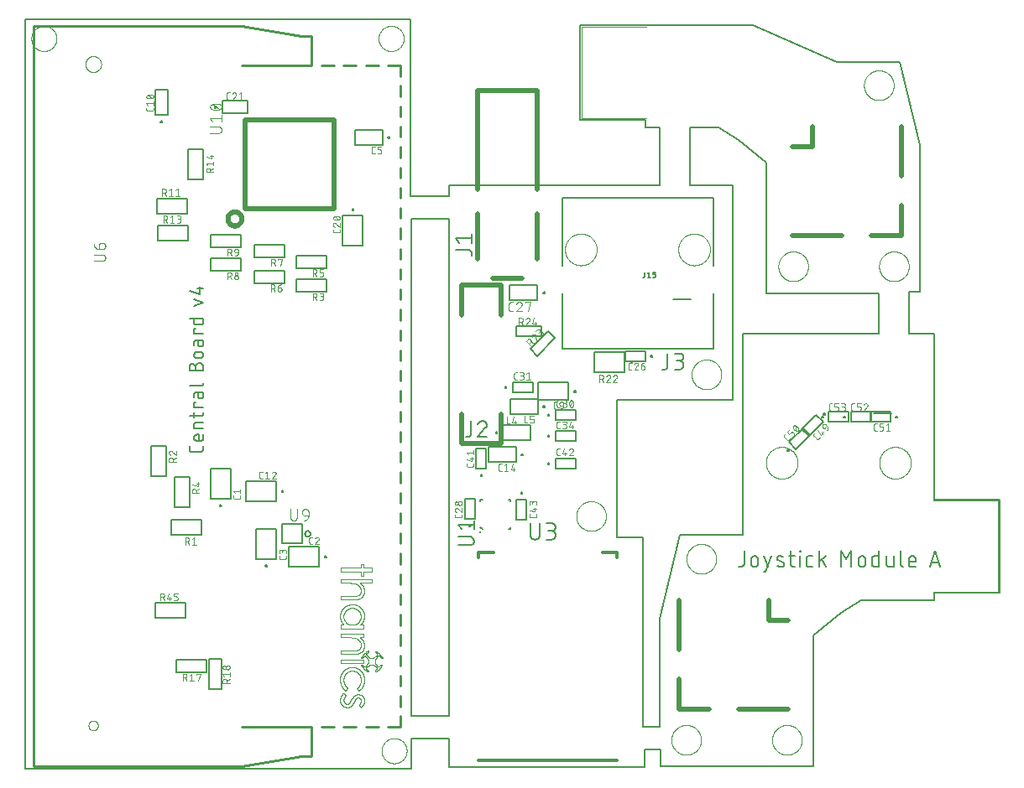
<source format=gto>
G75*
%MOIN*%
%OFA0B0*%
%FSLAX25Y25*%
%IPPOS*%
%LPD*%
%AMOC8*
5,1,8,0,0,1.08239X$1,22.5*
%
%ADD10C,0.00000*%
%ADD11C,0.00500*%
%ADD12C,0.00200*%
%ADD13C,0.00400*%
%ADD14C,0.00600*%
%ADD15C,0.01000*%
%ADD16C,0.01969*%
%ADD17C,0.00787*%
%ADD18C,0.01000*%
%ADD19C,0.00800*%
%ADD20C,0.01181*%
%ADD21C,0.00300*%
%ADD22C,0.00394*%
D10*
X0063542Y0056068D02*
X0063544Y0056155D01*
X0063550Y0056242D01*
X0063560Y0056329D01*
X0063574Y0056415D01*
X0063592Y0056500D01*
X0063613Y0056584D01*
X0063639Y0056668D01*
X0063668Y0056750D01*
X0063702Y0056830D01*
X0063738Y0056909D01*
X0063779Y0056986D01*
X0063823Y0057062D01*
X0063870Y0057135D01*
X0063920Y0057206D01*
X0063974Y0057274D01*
X0064031Y0057340D01*
X0064091Y0057404D01*
X0064153Y0057464D01*
X0064219Y0057522D01*
X0064287Y0057576D01*
X0064357Y0057628D01*
X0064430Y0057676D01*
X0064505Y0057721D01*
X0064581Y0057762D01*
X0064660Y0057800D01*
X0064740Y0057834D01*
X0064822Y0057864D01*
X0064905Y0057890D01*
X0064989Y0057913D01*
X0065074Y0057932D01*
X0065160Y0057947D01*
X0065246Y0057958D01*
X0065333Y0057965D01*
X0065420Y0057968D01*
X0065507Y0057967D01*
X0065594Y0057962D01*
X0065681Y0057953D01*
X0065767Y0057940D01*
X0065853Y0057923D01*
X0065937Y0057902D01*
X0066021Y0057878D01*
X0066103Y0057849D01*
X0066184Y0057817D01*
X0066264Y0057781D01*
X0066341Y0057742D01*
X0066417Y0057699D01*
X0066491Y0057652D01*
X0066562Y0057603D01*
X0066631Y0057550D01*
X0066698Y0057493D01*
X0066762Y0057434D01*
X0066823Y0057372D01*
X0066882Y0057308D01*
X0066937Y0057240D01*
X0066989Y0057171D01*
X0067038Y0057099D01*
X0067084Y0057024D01*
X0067126Y0056948D01*
X0067164Y0056870D01*
X0067199Y0056790D01*
X0067231Y0056709D01*
X0067258Y0056626D01*
X0067282Y0056542D01*
X0067302Y0056457D01*
X0067318Y0056372D01*
X0067330Y0056285D01*
X0067338Y0056199D01*
X0067342Y0056112D01*
X0067342Y0056024D01*
X0067338Y0055937D01*
X0067330Y0055851D01*
X0067318Y0055764D01*
X0067302Y0055679D01*
X0067282Y0055594D01*
X0067258Y0055510D01*
X0067231Y0055427D01*
X0067199Y0055346D01*
X0067164Y0055266D01*
X0067126Y0055188D01*
X0067084Y0055112D01*
X0067038Y0055037D01*
X0066989Y0054965D01*
X0066937Y0054896D01*
X0066882Y0054828D01*
X0066823Y0054764D01*
X0066762Y0054702D01*
X0066698Y0054643D01*
X0066631Y0054586D01*
X0066562Y0054533D01*
X0066491Y0054484D01*
X0066417Y0054437D01*
X0066341Y0054394D01*
X0066264Y0054355D01*
X0066184Y0054319D01*
X0066103Y0054287D01*
X0066021Y0054258D01*
X0065937Y0054234D01*
X0065853Y0054213D01*
X0065767Y0054196D01*
X0065681Y0054183D01*
X0065594Y0054174D01*
X0065507Y0054169D01*
X0065420Y0054168D01*
X0065333Y0054171D01*
X0065246Y0054178D01*
X0065160Y0054189D01*
X0065074Y0054204D01*
X0064989Y0054223D01*
X0064905Y0054246D01*
X0064822Y0054272D01*
X0064740Y0054302D01*
X0064660Y0054336D01*
X0064581Y0054374D01*
X0064505Y0054415D01*
X0064430Y0054460D01*
X0064357Y0054508D01*
X0064287Y0054560D01*
X0064219Y0054614D01*
X0064153Y0054672D01*
X0064091Y0054732D01*
X0064031Y0054796D01*
X0063974Y0054862D01*
X0063920Y0054930D01*
X0063870Y0055001D01*
X0063823Y0055074D01*
X0063779Y0055150D01*
X0063738Y0055227D01*
X0063702Y0055306D01*
X0063668Y0055386D01*
X0063639Y0055468D01*
X0063613Y0055552D01*
X0063592Y0055636D01*
X0063574Y0055721D01*
X0063560Y0055807D01*
X0063550Y0055894D01*
X0063544Y0055981D01*
X0063542Y0056068D01*
X0179942Y0046033D02*
X0179944Y0046174D01*
X0179950Y0046315D01*
X0179960Y0046455D01*
X0179974Y0046595D01*
X0179992Y0046735D01*
X0180013Y0046874D01*
X0180039Y0047013D01*
X0180068Y0047151D01*
X0180102Y0047287D01*
X0180139Y0047423D01*
X0180180Y0047558D01*
X0180225Y0047692D01*
X0180274Y0047824D01*
X0180326Y0047955D01*
X0180382Y0048084D01*
X0180442Y0048211D01*
X0180505Y0048337D01*
X0180571Y0048461D01*
X0180642Y0048584D01*
X0180715Y0048704D01*
X0180792Y0048822D01*
X0180872Y0048938D01*
X0180956Y0049051D01*
X0181042Y0049162D01*
X0181132Y0049271D01*
X0181225Y0049377D01*
X0181320Y0049480D01*
X0181419Y0049581D01*
X0181520Y0049679D01*
X0181624Y0049774D01*
X0181731Y0049866D01*
X0181840Y0049955D01*
X0181952Y0050040D01*
X0182066Y0050123D01*
X0182182Y0050203D01*
X0182301Y0050279D01*
X0182422Y0050351D01*
X0182544Y0050421D01*
X0182669Y0050486D01*
X0182795Y0050549D01*
X0182923Y0050607D01*
X0183053Y0050662D01*
X0183184Y0050714D01*
X0183317Y0050761D01*
X0183451Y0050805D01*
X0183586Y0050846D01*
X0183722Y0050882D01*
X0183859Y0050914D01*
X0183997Y0050943D01*
X0184135Y0050968D01*
X0184275Y0050988D01*
X0184415Y0051005D01*
X0184555Y0051018D01*
X0184696Y0051027D01*
X0184836Y0051032D01*
X0184977Y0051033D01*
X0185118Y0051030D01*
X0185259Y0051023D01*
X0185399Y0051012D01*
X0185539Y0050997D01*
X0185679Y0050978D01*
X0185818Y0050956D01*
X0185956Y0050929D01*
X0186094Y0050899D01*
X0186230Y0050864D01*
X0186366Y0050826D01*
X0186500Y0050784D01*
X0186634Y0050738D01*
X0186766Y0050689D01*
X0186896Y0050635D01*
X0187025Y0050578D01*
X0187152Y0050518D01*
X0187278Y0050454D01*
X0187401Y0050386D01*
X0187523Y0050315D01*
X0187643Y0050241D01*
X0187760Y0050163D01*
X0187875Y0050082D01*
X0187988Y0049998D01*
X0188099Y0049911D01*
X0188207Y0049820D01*
X0188312Y0049727D01*
X0188415Y0049630D01*
X0188515Y0049531D01*
X0188612Y0049429D01*
X0188706Y0049324D01*
X0188797Y0049217D01*
X0188885Y0049107D01*
X0188970Y0048995D01*
X0189052Y0048880D01*
X0189131Y0048763D01*
X0189206Y0048644D01*
X0189278Y0048523D01*
X0189346Y0048400D01*
X0189411Y0048275D01*
X0189473Y0048148D01*
X0189530Y0048019D01*
X0189585Y0047889D01*
X0189635Y0047758D01*
X0189682Y0047625D01*
X0189725Y0047491D01*
X0189764Y0047355D01*
X0189799Y0047219D01*
X0189831Y0047082D01*
X0189858Y0046944D01*
X0189882Y0046805D01*
X0189902Y0046665D01*
X0189918Y0046525D01*
X0189930Y0046385D01*
X0189938Y0046244D01*
X0189942Y0046103D01*
X0189942Y0045963D01*
X0189938Y0045822D01*
X0189930Y0045681D01*
X0189918Y0045541D01*
X0189902Y0045401D01*
X0189882Y0045261D01*
X0189858Y0045122D01*
X0189831Y0044984D01*
X0189799Y0044847D01*
X0189764Y0044711D01*
X0189725Y0044575D01*
X0189682Y0044441D01*
X0189635Y0044308D01*
X0189585Y0044177D01*
X0189530Y0044047D01*
X0189473Y0043918D01*
X0189411Y0043791D01*
X0189346Y0043666D01*
X0189278Y0043543D01*
X0189206Y0043422D01*
X0189131Y0043303D01*
X0189052Y0043186D01*
X0188970Y0043071D01*
X0188885Y0042959D01*
X0188797Y0042849D01*
X0188706Y0042742D01*
X0188612Y0042637D01*
X0188515Y0042535D01*
X0188415Y0042436D01*
X0188312Y0042339D01*
X0188207Y0042246D01*
X0188099Y0042155D01*
X0187988Y0042068D01*
X0187875Y0041984D01*
X0187760Y0041903D01*
X0187643Y0041825D01*
X0187523Y0041751D01*
X0187401Y0041680D01*
X0187278Y0041612D01*
X0187152Y0041548D01*
X0187025Y0041488D01*
X0186896Y0041431D01*
X0186766Y0041377D01*
X0186634Y0041328D01*
X0186500Y0041282D01*
X0186366Y0041240D01*
X0186230Y0041202D01*
X0186094Y0041167D01*
X0185956Y0041137D01*
X0185818Y0041110D01*
X0185679Y0041088D01*
X0185539Y0041069D01*
X0185399Y0041054D01*
X0185259Y0041043D01*
X0185118Y0041036D01*
X0184977Y0041033D01*
X0184836Y0041034D01*
X0184696Y0041039D01*
X0184555Y0041048D01*
X0184415Y0041061D01*
X0184275Y0041078D01*
X0184135Y0041098D01*
X0183997Y0041123D01*
X0183859Y0041152D01*
X0183722Y0041184D01*
X0183586Y0041220D01*
X0183451Y0041261D01*
X0183317Y0041305D01*
X0183184Y0041352D01*
X0183053Y0041404D01*
X0182923Y0041459D01*
X0182795Y0041517D01*
X0182669Y0041580D01*
X0182544Y0041645D01*
X0182422Y0041715D01*
X0182301Y0041787D01*
X0182182Y0041863D01*
X0182066Y0041943D01*
X0181952Y0042026D01*
X0181840Y0042111D01*
X0181731Y0042200D01*
X0181624Y0042292D01*
X0181520Y0042387D01*
X0181419Y0042485D01*
X0181320Y0042586D01*
X0181225Y0042689D01*
X0181132Y0042795D01*
X0181042Y0042904D01*
X0180956Y0043015D01*
X0180872Y0043128D01*
X0180792Y0043244D01*
X0180715Y0043362D01*
X0180642Y0043482D01*
X0180571Y0043605D01*
X0180505Y0043729D01*
X0180442Y0043855D01*
X0180382Y0043982D01*
X0180326Y0044111D01*
X0180274Y0044242D01*
X0180225Y0044374D01*
X0180180Y0044508D01*
X0180139Y0044643D01*
X0180102Y0044779D01*
X0180068Y0044915D01*
X0180039Y0045053D01*
X0180013Y0045192D01*
X0179992Y0045331D01*
X0179974Y0045471D01*
X0179960Y0045611D01*
X0179950Y0045751D01*
X0179944Y0045892D01*
X0179942Y0046033D01*
X0257263Y0139317D02*
X0257265Y0139470D01*
X0257271Y0139624D01*
X0257281Y0139777D01*
X0257295Y0139929D01*
X0257313Y0140082D01*
X0257335Y0140233D01*
X0257360Y0140384D01*
X0257390Y0140535D01*
X0257424Y0140685D01*
X0257461Y0140833D01*
X0257502Y0140981D01*
X0257547Y0141127D01*
X0257596Y0141273D01*
X0257649Y0141417D01*
X0257705Y0141559D01*
X0257765Y0141700D01*
X0257829Y0141840D01*
X0257896Y0141978D01*
X0257967Y0142114D01*
X0258042Y0142248D01*
X0258119Y0142380D01*
X0258201Y0142510D01*
X0258285Y0142638D01*
X0258373Y0142764D01*
X0258464Y0142887D01*
X0258558Y0143008D01*
X0258656Y0143126D01*
X0258756Y0143242D01*
X0258860Y0143355D01*
X0258966Y0143466D01*
X0259075Y0143574D01*
X0259187Y0143679D01*
X0259301Y0143780D01*
X0259419Y0143879D01*
X0259538Y0143975D01*
X0259660Y0144068D01*
X0259785Y0144157D01*
X0259912Y0144244D01*
X0260041Y0144326D01*
X0260172Y0144406D01*
X0260305Y0144482D01*
X0260440Y0144555D01*
X0260577Y0144624D01*
X0260716Y0144689D01*
X0260856Y0144751D01*
X0260998Y0144809D01*
X0261141Y0144864D01*
X0261286Y0144915D01*
X0261432Y0144962D01*
X0261579Y0145005D01*
X0261727Y0145044D01*
X0261876Y0145080D01*
X0262026Y0145111D01*
X0262177Y0145139D01*
X0262328Y0145163D01*
X0262481Y0145183D01*
X0262633Y0145199D01*
X0262786Y0145211D01*
X0262939Y0145219D01*
X0263092Y0145223D01*
X0263246Y0145223D01*
X0263399Y0145219D01*
X0263552Y0145211D01*
X0263705Y0145199D01*
X0263857Y0145183D01*
X0264010Y0145163D01*
X0264161Y0145139D01*
X0264312Y0145111D01*
X0264462Y0145080D01*
X0264611Y0145044D01*
X0264759Y0145005D01*
X0264906Y0144962D01*
X0265052Y0144915D01*
X0265197Y0144864D01*
X0265340Y0144809D01*
X0265482Y0144751D01*
X0265622Y0144689D01*
X0265761Y0144624D01*
X0265898Y0144555D01*
X0266033Y0144482D01*
X0266166Y0144406D01*
X0266297Y0144326D01*
X0266426Y0144244D01*
X0266553Y0144157D01*
X0266678Y0144068D01*
X0266800Y0143975D01*
X0266919Y0143879D01*
X0267037Y0143780D01*
X0267151Y0143679D01*
X0267263Y0143574D01*
X0267372Y0143466D01*
X0267478Y0143355D01*
X0267582Y0143242D01*
X0267682Y0143126D01*
X0267780Y0143008D01*
X0267874Y0142887D01*
X0267965Y0142764D01*
X0268053Y0142638D01*
X0268137Y0142510D01*
X0268219Y0142380D01*
X0268296Y0142248D01*
X0268371Y0142114D01*
X0268442Y0141978D01*
X0268509Y0141840D01*
X0268573Y0141700D01*
X0268633Y0141559D01*
X0268689Y0141417D01*
X0268742Y0141273D01*
X0268791Y0141127D01*
X0268836Y0140981D01*
X0268877Y0140833D01*
X0268914Y0140685D01*
X0268948Y0140535D01*
X0268978Y0140384D01*
X0269003Y0140233D01*
X0269025Y0140082D01*
X0269043Y0139929D01*
X0269057Y0139777D01*
X0269067Y0139624D01*
X0269073Y0139470D01*
X0269075Y0139317D01*
X0269073Y0139164D01*
X0269067Y0139010D01*
X0269057Y0138857D01*
X0269043Y0138705D01*
X0269025Y0138552D01*
X0269003Y0138401D01*
X0268978Y0138250D01*
X0268948Y0138099D01*
X0268914Y0137949D01*
X0268877Y0137801D01*
X0268836Y0137653D01*
X0268791Y0137507D01*
X0268742Y0137361D01*
X0268689Y0137217D01*
X0268633Y0137075D01*
X0268573Y0136934D01*
X0268509Y0136794D01*
X0268442Y0136656D01*
X0268371Y0136520D01*
X0268296Y0136386D01*
X0268219Y0136254D01*
X0268137Y0136124D01*
X0268053Y0135996D01*
X0267965Y0135870D01*
X0267874Y0135747D01*
X0267780Y0135626D01*
X0267682Y0135508D01*
X0267582Y0135392D01*
X0267478Y0135279D01*
X0267372Y0135168D01*
X0267263Y0135060D01*
X0267151Y0134955D01*
X0267037Y0134854D01*
X0266919Y0134755D01*
X0266800Y0134659D01*
X0266678Y0134566D01*
X0266553Y0134477D01*
X0266426Y0134390D01*
X0266297Y0134308D01*
X0266166Y0134228D01*
X0266033Y0134152D01*
X0265898Y0134079D01*
X0265761Y0134010D01*
X0265622Y0133945D01*
X0265482Y0133883D01*
X0265340Y0133825D01*
X0265197Y0133770D01*
X0265052Y0133719D01*
X0264906Y0133672D01*
X0264759Y0133629D01*
X0264611Y0133590D01*
X0264462Y0133554D01*
X0264312Y0133523D01*
X0264161Y0133495D01*
X0264010Y0133471D01*
X0263857Y0133451D01*
X0263705Y0133435D01*
X0263552Y0133423D01*
X0263399Y0133415D01*
X0263246Y0133411D01*
X0263092Y0133411D01*
X0262939Y0133415D01*
X0262786Y0133423D01*
X0262633Y0133435D01*
X0262481Y0133451D01*
X0262328Y0133471D01*
X0262177Y0133495D01*
X0262026Y0133523D01*
X0261876Y0133554D01*
X0261727Y0133590D01*
X0261579Y0133629D01*
X0261432Y0133672D01*
X0261286Y0133719D01*
X0261141Y0133770D01*
X0260998Y0133825D01*
X0260856Y0133883D01*
X0260716Y0133945D01*
X0260577Y0134010D01*
X0260440Y0134079D01*
X0260305Y0134152D01*
X0260172Y0134228D01*
X0260041Y0134308D01*
X0259912Y0134390D01*
X0259785Y0134477D01*
X0259660Y0134566D01*
X0259538Y0134659D01*
X0259419Y0134755D01*
X0259301Y0134854D01*
X0259187Y0134955D01*
X0259075Y0135060D01*
X0258966Y0135168D01*
X0258860Y0135279D01*
X0258756Y0135392D01*
X0258656Y0135508D01*
X0258558Y0135626D01*
X0258464Y0135747D01*
X0258373Y0135870D01*
X0258285Y0135996D01*
X0258201Y0136124D01*
X0258119Y0136254D01*
X0258042Y0136386D01*
X0257967Y0136520D01*
X0257896Y0136656D01*
X0257829Y0136794D01*
X0257765Y0136934D01*
X0257705Y0137075D01*
X0257649Y0137217D01*
X0257596Y0137361D01*
X0257547Y0137507D01*
X0257502Y0137653D01*
X0257461Y0137801D01*
X0257424Y0137949D01*
X0257390Y0138099D01*
X0257360Y0138250D01*
X0257335Y0138401D01*
X0257313Y0138552D01*
X0257295Y0138705D01*
X0257281Y0138857D01*
X0257271Y0139010D01*
X0257265Y0139164D01*
X0257263Y0139317D01*
X0301036Y0122333D02*
X0301038Y0122486D01*
X0301044Y0122640D01*
X0301054Y0122793D01*
X0301068Y0122945D01*
X0301086Y0123098D01*
X0301108Y0123249D01*
X0301133Y0123400D01*
X0301163Y0123551D01*
X0301197Y0123701D01*
X0301234Y0123849D01*
X0301275Y0123997D01*
X0301320Y0124143D01*
X0301369Y0124289D01*
X0301422Y0124433D01*
X0301478Y0124575D01*
X0301538Y0124716D01*
X0301602Y0124856D01*
X0301669Y0124994D01*
X0301740Y0125130D01*
X0301815Y0125264D01*
X0301892Y0125396D01*
X0301974Y0125526D01*
X0302058Y0125654D01*
X0302146Y0125780D01*
X0302237Y0125903D01*
X0302331Y0126024D01*
X0302429Y0126142D01*
X0302529Y0126258D01*
X0302633Y0126371D01*
X0302739Y0126482D01*
X0302848Y0126590D01*
X0302960Y0126695D01*
X0303074Y0126796D01*
X0303192Y0126895D01*
X0303311Y0126991D01*
X0303433Y0127084D01*
X0303558Y0127173D01*
X0303685Y0127260D01*
X0303814Y0127342D01*
X0303945Y0127422D01*
X0304078Y0127498D01*
X0304213Y0127571D01*
X0304350Y0127640D01*
X0304489Y0127705D01*
X0304629Y0127767D01*
X0304771Y0127825D01*
X0304914Y0127880D01*
X0305059Y0127931D01*
X0305205Y0127978D01*
X0305352Y0128021D01*
X0305500Y0128060D01*
X0305649Y0128096D01*
X0305799Y0128127D01*
X0305950Y0128155D01*
X0306101Y0128179D01*
X0306254Y0128199D01*
X0306406Y0128215D01*
X0306559Y0128227D01*
X0306712Y0128235D01*
X0306865Y0128239D01*
X0307019Y0128239D01*
X0307172Y0128235D01*
X0307325Y0128227D01*
X0307478Y0128215D01*
X0307630Y0128199D01*
X0307783Y0128179D01*
X0307934Y0128155D01*
X0308085Y0128127D01*
X0308235Y0128096D01*
X0308384Y0128060D01*
X0308532Y0128021D01*
X0308679Y0127978D01*
X0308825Y0127931D01*
X0308970Y0127880D01*
X0309113Y0127825D01*
X0309255Y0127767D01*
X0309395Y0127705D01*
X0309534Y0127640D01*
X0309671Y0127571D01*
X0309806Y0127498D01*
X0309939Y0127422D01*
X0310070Y0127342D01*
X0310199Y0127260D01*
X0310326Y0127173D01*
X0310451Y0127084D01*
X0310573Y0126991D01*
X0310692Y0126895D01*
X0310810Y0126796D01*
X0310924Y0126695D01*
X0311036Y0126590D01*
X0311145Y0126482D01*
X0311251Y0126371D01*
X0311355Y0126258D01*
X0311455Y0126142D01*
X0311553Y0126024D01*
X0311647Y0125903D01*
X0311738Y0125780D01*
X0311826Y0125654D01*
X0311910Y0125526D01*
X0311992Y0125396D01*
X0312069Y0125264D01*
X0312144Y0125130D01*
X0312215Y0124994D01*
X0312282Y0124856D01*
X0312346Y0124716D01*
X0312406Y0124575D01*
X0312462Y0124433D01*
X0312515Y0124289D01*
X0312564Y0124143D01*
X0312609Y0123997D01*
X0312650Y0123849D01*
X0312687Y0123701D01*
X0312721Y0123551D01*
X0312751Y0123400D01*
X0312776Y0123249D01*
X0312798Y0123098D01*
X0312816Y0122945D01*
X0312830Y0122793D01*
X0312840Y0122640D01*
X0312846Y0122486D01*
X0312848Y0122333D01*
X0312846Y0122180D01*
X0312840Y0122026D01*
X0312830Y0121873D01*
X0312816Y0121721D01*
X0312798Y0121568D01*
X0312776Y0121417D01*
X0312751Y0121266D01*
X0312721Y0121115D01*
X0312687Y0120965D01*
X0312650Y0120817D01*
X0312609Y0120669D01*
X0312564Y0120523D01*
X0312515Y0120377D01*
X0312462Y0120233D01*
X0312406Y0120091D01*
X0312346Y0119950D01*
X0312282Y0119810D01*
X0312215Y0119672D01*
X0312144Y0119536D01*
X0312069Y0119402D01*
X0311992Y0119270D01*
X0311910Y0119140D01*
X0311826Y0119012D01*
X0311738Y0118886D01*
X0311647Y0118763D01*
X0311553Y0118642D01*
X0311455Y0118524D01*
X0311355Y0118408D01*
X0311251Y0118295D01*
X0311145Y0118184D01*
X0311036Y0118076D01*
X0310924Y0117971D01*
X0310810Y0117870D01*
X0310692Y0117771D01*
X0310573Y0117675D01*
X0310451Y0117582D01*
X0310326Y0117493D01*
X0310199Y0117406D01*
X0310070Y0117324D01*
X0309939Y0117244D01*
X0309806Y0117168D01*
X0309671Y0117095D01*
X0309534Y0117026D01*
X0309395Y0116961D01*
X0309255Y0116899D01*
X0309113Y0116841D01*
X0308970Y0116786D01*
X0308825Y0116735D01*
X0308679Y0116688D01*
X0308532Y0116645D01*
X0308384Y0116606D01*
X0308235Y0116570D01*
X0308085Y0116539D01*
X0307934Y0116511D01*
X0307783Y0116487D01*
X0307630Y0116467D01*
X0307478Y0116451D01*
X0307325Y0116439D01*
X0307172Y0116431D01*
X0307019Y0116427D01*
X0306865Y0116427D01*
X0306712Y0116431D01*
X0306559Y0116439D01*
X0306406Y0116451D01*
X0306254Y0116467D01*
X0306101Y0116487D01*
X0305950Y0116511D01*
X0305799Y0116539D01*
X0305649Y0116570D01*
X0305500Y0116606D01*
X0305352Y0116645D01*
X0305205Y0116688D01*
X0305059Y0116735D01*
X0304914Y0116786D01*
X0304771Y0116841D01*
X0304629Y0116899D01*
X0304489Y0116961D01*
X0304350Y0117026D01*
X0304213Y0117095D01*
X0304078Y0117168D01*
X0303945Y0117244D01*
X0303814Y0117324D01*
X0303685Y0117406D01*
X0303558Y0117493D01*
X0303433Y0117582D01*
X0303311Y0117675D01*
X0303192Y0117771D01*
X0303074Y0117870D01*
X0302960Y0117971D01*
X0302848Y0118076D01*
X0302739Y0118184D01*
X0302633Y0118295D01*
X0302529Y0118408D01*
X0302429Y0118524D01*
X0302331Y0118642D01*
X0302237Y0118763D01*
X0302146Y0118886D01*
X0302058Y0119012D01*
X0301974Y0119140D01*
X0301892Y0119270D01*
X0301815Y0119402D01*
X0301740Y0119536D01*
X0301669Y0119672D01*
X0301602Y0119810D01*
X0301538Y0119950D01*
X0301478Y0120091D01*
X0301422Y0120233D01*
X0301369Y0120377D01*
X0301320Y0120523D01*
X0301275Y0120669D01*
X0301234Y0120817D01*
X0301197Y0120965D01*
X0301163Y0121115D01*
X0301133Y0121266D01*
X0301108Y0121417D01*
X0301086Y0121568D01*
X0301068Y0121721D01*
X0301054Y0121873D01*
X0301044Y0122026D01*
X0301038Y0122180D01*
X0301036Y0122333D01*
X0332581Y0160523D02*
X0332583Y0160681D01*
X0332589Y0160839D01*
X0332599Y0160997D01*
X0332613Y0161155D01*
X0332631Y0161312D01*
X0332652Y0161469D01*
X0332678Y0161625D01*
X0332708Y0161781D01*
X0332741Y0161936D01*
X0332779Y0162089D01*
X0332820Y0162242D01*
X0332865Y0162394D01*
X0332914Y0162545D01*
X0332967Y0162694D01*
X0333023Y0162842D01*
X0333083Y0162988D01*
X0333147Y0163133D01*
X0333215Y0163276D01*
X0333286Y0163418D01*
X0333360Y0163558D01*
X0333438Y0163695D01*
X0333520Y0163831D01*
X0333604Y0163965D01*
X0333693Y0164096D01*
X0333784Y0164225D01*
X0333879Y0164352D01*
X0333976Y0164477D01*
X0334077Y0164599D01*
X0334181Y0164718D01*
X0334288Y0164835D01*
X0334398Y0164949D01*
X0334511Y0165060D01*
X0334626Y0165169D01*
X0334744Y0165274D01*
X0334865Y0165376D01*
X0334988Y0165476D01*
X0335114Y0165572D01*
X0335242Y0165665D01*
X0335372Y0165755D01*
X0335505Y0165841D01*
X0335640Y0165925D01*
X0335776Y0166004D01*
X0335915Y0166081D01*
X0336056Y0166153D01*
X0336198Y0166223D01*
X0336342Y0166288D01*
X0336488Y0166350D01*
X0336635Y0166408D01*
X0336784Y0166463D01*
X0336934Y0166514D01*
X0337085Y0166561D01*
X0337237Y0166604D01*
X0337390Y0166643D01*
X0337545Y0166679D01*
X0337700Y0166710D01*
X0337856Y0166738D01*
X0338012Y0166762D01*
X0338169Y0166782D01*
X0338327Y0166798D01*
X0338484Y0166810D01*
X0338643Y0166818D01*
X0338801Y0166822D01*
X0338959Y0166822D01*
X0339117Y0166818D01*
X0339276Y0166810D01*
X0339433Y0166798D01*
X0339591Y0166782D01*
X0339748Y0166762D01*
X0339904Y0166738D01*
X0340060Y0166710D01*
X0340215Y0166679D01*
X0340370Y0166643D01*
X0340523Y0166604D01*
X0340675Y0166561D01*
X0340826Y0166514D01*
X0340976Y0166463D01*
X0341125Y0166408D01*
X0341272Y0166350D01*
X0341418Y0166288D01*
X0341562Y0166223D01*
X0341704Y0166153D01*
X0341845Y0166081D01*
X0341984Y0166004D01*
X0342120Y0165925D01*
X0342255Y0165841D01*
X0342388Y0165755D01*
X0342518Y0165665D01*
X0342646Y0165572D01*
X0342772Y0165476D01*
X0342895Y0165376D01*
X0343016Y0165274D01*
X0343134Y0165169D01*
X0343249Y0165060D01*
X0343362Y0164949D01*
X0343472Y0164835D01*
X0343579Y0164718D01*
X0343683Y0164599D01*
X0343784Y0164477D01*
X0343881Y0164352D01*
X0343976Y0164225D01*
X0344067Y0164096D01*
X0344156Y0163965D01*
X0344240Y0163831D01*
X0344322Y0163695D01*
X0344400Y0163558D01*
X0344474Y0163418D01*
X0344545Y0163276D01*
X0344613Y0163133D01*
X0344677Y0162988D01*
X0344737Y0162842D01*
X0344793Y0162694D01*
X0344846Y0162545D01*
X0344895Y0162394D01*
X0344940Y0162242D01*
X0344981Y0162089D01*
X0345019Y0161936D01*
X0345052Y0161781D01*
X0345082Y0161625D01*
X0345108Y0161469D01*
X0345129Y0161312D01*
X0345147Y0161155D01*
X0345161Y0160997D01*
X0345171Y0160839D01*
X0345177Y0160681D01*
X0345179Y0160523D01*
X0345177Y0160365D01*
X0345171Y0160207D01*
X0345161Y0160049D01*
X0345147Y0159891D01*
X0345129Y0159734D01*
X0345108Y0159577D01*
X0345082Y0159421D01*
X0345052Y0159265D01*
X0345019Y0159110D01*
X0344981Y0158957D01*
X0344940Y0158804D01*
X0344895Y0158652D01*
X0344846Y0158501D01*
X0344793Y0158352D01*
X0344737Y0158204D01*
X0344677Y0158058D01*
X0344613Y0157913D01*
X0344545Y0157770D01*
X0344474Y0157628D01*
X0344400Y0157488D01*
X0344322Y0157351D01*
X0344240Y0157215D01*
X0344156Y0157081D01*
X0344067Y0156950D01*
X0343976Y0156821D01*
X0343881Y0156694D01*
X0343784Y0156569D01*
X0343683Y0156447D01*
X0343579Y0156328D01*
X0343472Y0156211D01*
X0343362Y0156097D01*
X0343249Y0155986D01*
X0343134Y0155877D01*
X0343016Y0155772D01*
X0342895Y0155670D01*
X0342772Y0155570D01*
X0342646Y0155474D01*
X0342518Y0155381D01*
X0342388Y0155291D01*
X0342255Y0155205D01*
X0342120Y0155121D01*
X0341984Y0155042D01*
X0341845Y0154965D01*
X0341704Y0154893D01*
X0341562Y0154823D01*
X0341418Y0154758D01*
X0341272Y0154696D01*
X0341125Y0154638D01*
X0340976Y0154583D01*
X0340826Y0154532D01*
X0340675Y0154485D01*
X0340523Y0154442D01*
X0340370Y0154403D01*
X0340215Y0154367D01*
X0340060Y0154336D01*
X0339904Y0154308D01*
X0339748Y0154284D01*
X0339591Y0154264D01*
X0339433Y0154248D01*
X0339276Y0154236D01*
X0339117Y0154228D01*
X0338959Y0154224D01*
X0338801Y0154224D01*
X0338643Y0154228D01*
X0338484Y0154236D01*
X0338327Y0154248D01*
X0338169Y0154264D01*
X0338012Y0154284D01*
X0337856Y0154308D01*
X0337700Y0154336D01*
X0337545Y0154367D01*
X0337390Y0154403D01*
X0337237Y0154442D01*
X0337085Y0154485D01*
X0336934Y0154532D01*
X0336784Y0154583D01*
X0336635Y0154638D01*
X0336488Y0154696D01*
X0336342Y0154758D01*
X0336198Y0154823D01*
X0336056Y0154893D01*
X0335915Y0154965D01*
X0335776Y0155042D01*
X0335640Y0155121D01*
X0335505Y0155205D01*
X0335372Y0155291D01*
X0335242Y0155381D01*
X0335114Y0155474D01*
X0334988Y0155570D01*
X0334865Y0155670D01*
X0334744Y0155772D01*
X0334626Y0155877D01*
X0334511Y0155986D01*
X0334398Y0156097D01*
X0334288Y0156211D01*
X0334181Y0156328D01*
X0334077Y0156447D01*
X0333976Y0156569D01*
X0333879Y0156694D01*
X0333784Y0156821D01*
X0333693Y0156950D01*
X0333604Y0157081D01*
X0333520Y0157215D01*
X0333438Y0157351D01*
X0333360Y0157488D01*
X0333286Y0157628D01*
X0333215Y0157770D01*
X0333147Y0157913D01*
X0333083Y0158058D01*
X0333023Y0158204D01*
X0332967Y0158352D01*
X0332914Y0158501D01*
X0332865Y0158652D01*
X0332820Y0158804D01*
X0332779Y0158957D01*
X0332741Y0159110D01*
X0332708Y0159265D01*
X0332678Y0159421D01*
X0332652Y0159577D01*
X0332631Y0159734D01*
X0332613Y0159891D01*
X0332599Y0160049D01*
X0332589Y0160207D01*
X0332583Y0160365D01*
X0332581Y0160523D01*
X0303063Y0195635D02*
X0303065Y0195788D01*
X0303071Y0195942D01*
X0303081Y0196095D01*
X0303095Y0196247D01*
X0303113Y0196400D01*
X0303135Y0196551D01*
X0303160Y0196702D01*
X0303190Y0196853D01*
X0303224Y0197003D01*
X0303261Y0197151D01*
X0303302Y0197299D01*
X0303347Y0197445D01*
X0303396Y0197591D01*
X0303449Y0197735D01*
X0303505Y0197877D01*
X0303565Y0198018D01*
X0303629Y0198158D01*
X0303696Y0198296D01*
X0303767Y0198432D01*
X0303842Y0198566D01*
X0303919Y0198698D01*
X0304001Y0198828D01*
X0304085Y0198956D01*
X0304173Y0199082D01*
X0304264Y0199205D01*
X0304358Y0199326D01*
X0304456Y0199444D01*
X0304556Y0199560D01*
X0304660Y0199673D01*
X0304766Y0199784D01*
X0304875Y0199892D01*
X0304987Y0199997D01*
X0305101Y0200098D01*
X0305219Y0200197D01*
X0305338Y0200293D01*
X0305460Y0200386D01*
X0305585Y0200475D01*
X0305712Y0200562D01*
X0305841Y0200644D01*
X0305972Y0200724D01*
X0306105Y0200800D01*
X0306240Y0200873D01*
X0306377Y0200942D01*
X0306516Y0201007D01*
X0306656Y0201069D01*
X0306798Y0201127D01*
X0306941Y0201182D01*
X0307086Y0201233D01*
X0307232Y0201280D01*
X0307379Y0201323D01*
X0307527Y0201362D01*
X0307676Y0201398D01*
X0307826Y0201429D01*
X0307977Y0201457D01*
X0308128Y0201481D01*
X0308281Y0201501D01*
X0308433Y0201517D01*
X0308586Y0201529D01*
X0308739Y0201537D01*
X0308892Y0201541D01*
X0309046Y0201541D01*
X0309199Y0201537D01*
X0309352Y0201529D01*
X0309505Y0201517D01*
X0309657Y0201501D01*
X0309810Y0201481D01*
X0309961Y0201457D01*
X0310112Y0201429D01*
X0310262Y0201398D01*
X0310411Y0201362D01*
X0310559Y0201323D01*
X0310706Y0201280D01*
X0310852Y0201233D01*
X0310997Y0201182D01*
X0311140Y0201127D01*
X0311282Y0201069D01*
X0311422Y0201007D01*
X0311561Y0200942D01*
X0311698Y0200873D01*
X0311833Y0200800D01*
X0311966Y0200724D01*
X0312097Y0200644D01*
X0312226Y0200562D01*
X0312353Y0200475D01*
X0312478Y0200386D01*
X0312600Y0200293D01*
X0312719Y0200197D01*
X0312837Y0200098D01*
X0312951Y0199997D01*
X0313063Y0199892D01*
X0313172Y0199784D01*
X0313278Y0199673D01*
X0313382Y0199560D01*
X0313482Y0199444D01*
X0313580Y0199326D01*
X0313674Y0199205D01*
X0313765Y0199082D01*
X0313853Y0198956D01*
X0313937Y0198828D01*
X0314019Y0198698D01*
X0314096Y0198566D01*
X0314171Y0198432D01*
X0314242Y0198296D01*
X0314309Y0198158D01*
X0314373Y0198018D01*
X0314433Y0197877D01*
X0314489Y0197735D01*
X0314542Y0197591D01*
X0314591Y0197445D01*
X0314636Y0197299D01*
X0314677Y0197151D01*
X0314714Y0197003D01*
X0314748Y0196853D01*
X0314778Y0196702D01*
X0314803Y0196551D01*
X0314825Y0196400D01*
X0314843Y0196247D01*
X0314857Y0196095D01*
X0314867Y0195942D01*
X0314873Y0195788D01*
X0314875Y0195635D01*
X0314873Y0195482D01*
X0314867Y0195328D01*
X0314857Y0195175D01*
X0314843Y0195023D01*
X0314825Y0194870D01*
X0314803Y0194719D01*
X0314778Y0194568D01*
X0314748Y0194417D01*
X0314714Y0194267D01*
X0314677Y0194119D01*
X0314636Y0193971D01*
X0314591Y0193825D01*
X0314542Y0193679D01*
X0314489Y0193535D01*
X0314433Y0193393D01*
X0314373Y0193252D01*
X0314309Y0193112D01*
X0314242Y0192974D01*
X0314171Y0192838D01*
X0314096Y0192704D01*
X0314019Y0192572D01*
X0313937Y0192442D01*
X0313853Y0192314D01*
X0313765Y0192188D01*
X0313674Y0192065D01*
X0313580Y0191944D01*
X0313482Y0191826D01*
X0313382Y0191710D01*
X0313278Y0191597D01*
X0313172Y0191486D01*
X0313063Y0191378D01*
X0312951Y0191273D01*
X0312837Y0191172D01*
X0312719Y0191073D01*
X0312600Y0190977D01*
X0312478Y0190884D01*
X0312353Y0190795D01*
X0312226Y0190708D01*
X0312097Y0190626D01*
X0311966Y0190546D01*
X0311833Y0190470D01*
X0311698Y0190397D01*
X0311561Y0190328D01*
X0311422Y0190263D01*
X0311282Y0190201D01*
X0311140Y0190143D01*
X0310997Y0190088D01*
X0310852Y0190037D01*
X0310706Y0189990D01*
X0310559Y0189947D01*
X0310411Y0189908D01*
X0310262Y0189872D01*
X0310112Y0189841D01*
X0309961Y0189813D01*
X0309810Y0189789D01*
X0309657Y0189769D01*
X0309505Y0189753D01*
X0309352Y0189741D01*
X0309199Y0189733D01*
X0309046Y0189729D01*
X0308892Y0189729D01*
X0308739Y0189733D01*
X0308586Y0189741D01*
X0308433Y0189753D01*
X0308281Y0189769D01*
X0308128Y0189789D01*
X0307977Y0189813D01*
X0307826Y0189841D01*
X0307676Y0189872D01*
X0307527Y0189908D01*
X0307379Y0189947D01*
X0307232Y0189990D01*
X0307086Y0190037D01*
X0306941Y0190088D01*
X0306798Y0190143D01*
X0306656Y0190201D01*
X0306516Y0190263D01*
X0306377Y0190328D01*
X0306240Y0190397D01*
X0306105Y0190470D01*
X0305972Y0190546D01*
X0305841Y0190626D01*
X0305712Y0190708D01*
X0305585Y0190795D01*
X0305460Y0190884D01*
X0305338Y0190977D01*
X0305219Y0191073D01*
X0305101Y0191172D01*
X0304987Y0191273D01*
X0304875Y0191378D01*
X0304766Y0191486D01*
X0304660Y0191597D01*
X0304556Y0191710D01*
X0304456Y0191826D01*
X0304358Y0191944D01*
X0304264Y0192065D01*
X0304173Y0192188D01*
X0304085Y0192314D01*
X0304001Y0192442D01*
X0303919Y0192572D01*
X0303842Y0192704D01*
X0303767Y0192838D01*
X0303696Y0192974D01*
X0303629Y0193112D01*
X0303565Y0193252D01*
X0303505Y0193393D01*
X0303449Y0193535D01*
X0303396Y0193679D01*
X0303347Y0193825D01*
X0303302Y0193971D01*
X0303261Y0194119D01*
X0303224Y0194267D01*
X0303190Y0194417D01*
X0303160Y0194568D01*
X0303135Y0194719D01*
X0303113Y0194870D01*
X0303095Y0195023D01*
X0303081Y0195175D01*
X0303071Y0195328D01*
X0303065Y0195482D01*
X0303063Y0195635D01*
X0337536Y0238633D02*
X0337538Y0238786D01*
X0337544Y0238940D01*
X0337554Y0239093D01*
X0337568Y0239245D01*
X0337586Y0239398D01*
X0337608Y0239549D01*
X0337633Y0239700D01*
X0337663Y0239851D01*
X0337697Y0240001D01*
X0337734Y0240149D01*
X0337775Y0240297D01*
X0337820Y0240443D01*
X0337869Y0240589D01*
X0337922Y0240733D01*
X0337978Y0240875D01*
X0338038Y0241016D01*
X0338102Y0241156D01*
X0338169Y0241294D01*
X0338240Y0241430D01*
X0338315Y0241564D01*
X0338392Y0241696D01*
X0338474Y0241826D01*
X0338558Y0241954D01*
X0338646Y0242080D01*
X0338737Y0242203D01*
X0338831Y0242324D01*
X0338929Y0242442D01*
X0339029Y0242558D01*
X0339133Y0242671D01*
X0339239Y0242782D01*
X0339348Y0242890D01*
X0339460Y0242995D01*
X0339574Y0243096D01*
X0339692Y0243195D01*
X0339811Y0243291D01*
X0339933Y0243384D01*
X0340058Y0243473D01*
X0340185Y0243560D01*
X0340314Y0243642D01*
X0340445Y0243722D01*
X0340578Y0243798D01*
X0340713Y0243871D01*
X0340850Y0243940D01*
X0340989Y0244005D01*
X0341129Y0244067D01*
X0341271Y0244125D01*
X0341414Y0244180D01*
X0341559Y0244231D01*
X0341705Y0244278D01*
X0341852Y0244321D01*
X0342000Y0244360D01*
X0342149Y0244396D01*
X0342299Y0244427D01*
X0342450Y0244455D01*
X0342601Y0244479D01*
X0342754Y0244499D01*
X0342906Y0244515D01*
X0343059Y0244527D01*
X0343212Y0244535D01*
X0343365Y0244539D01*
X0343519Y0244539D01*
X0343672Y0244535D01*
X0343825Y0244527D01*
X0343978Y0244515D01*
X0344130Y0244499D01*
X0344283Y0244479D01*
X0344434Y0244455D01*
X0344585Y0244427D01*
X0344735Y0244396D01*
X0344884Y0244360D01*
X0345032Y0244321D01*
X0345179Y0244278D01*
X0345325Y0244231D01*
X0345470Y0244180D01*
X0345613Y0244125D01*
X0345755Y0244067D01*
X0345895Y0244005D01*
X0346034Y0243940D01*
X0346171Y0243871D01*
X0346306Y0243798D01*
X0346439Y0243722D01*
X0346570Y0243642D01*
X0346699Y0243560D01*
X0346826Y0243473D01*
X0346951Y0243384D01*
X0347073Y0243291D01*
X0347192Y0243195D01*
X0347310Y0243096D01*
X0347424Y0242995D01*
X0347536Y0242890D01*
X0347645Y0242782D01*
X0347751Y0242671D01*
X0347855Y0242558D01*
X0347955Y0242442D01*
X0348053Y0242324D01*
X0348147Y0242203D01*
X0348238Y0242080D01*
X0348326Y0241954D01*
X0348410Y0241826D01*
X0348492Y0241696D01*
X0348569Y0241564D01*
X0348644Y0241430D01*
X0348715Y0241294D01*
X0348782Y0241156D01*
X0348846Y0241016D01*
X0348906Y0240875D01*
X0348962Y0240733D01*
X0349015Y0240589D01*
X0349064Y0240443D01*
X0349109Y0240297D01*
X0349150Y0240149D01*
X0349187Y0240001D01*
X0349221Y0239851D01*
X0349251Y0239700D01*
X0349276Y0239549D01*
X0349298Y0239398D01*
X0349316Y0239245D01*
X0349330Y0239093D01*
X0349340Y0238940D01*
X0349346Y0238786D01*
X0349348Y0238633D01*
X0349346Y0238480D01*
X0349340Y0238326D01*
X0349330Y0238173D01*
X0349316Y0238021D01*
X0349298Y0237868D01*
X0349276Y0237717D01*
X0349251Y0237566D01*
X0349221Y0237415D01*
X0349187Y0237265D01*
X0349150Y0237117D01*
X0349109Y0236969D01*
X0349064Y0236823D01*
X0349015Y0236677D01*
X0348962Y0236533D01*
X0348906Y0236391D01*
X0348846Y0236250D01*
X0348782Y0236110D01*
X0348715Y0235972D01*
X0348644Y0235836D01*
X0348569Y0235702D01*
X0348492Y0235570D01*
X0348410Y0235440D01*
X0348326Y0235312D01*
X0348238Y0235186D01*
X0348147Y0235063D01*
X0348053Y0234942D01*
X0347955Y0234824D01*
X0347855Y0234708D01*
X0347751Y0234595D01*
X0347645Y0234484D01*
X0347536Y0234376D01*
X0347424Y0234271D01*
X0347310Y0234170D01*
X0347192Y0234071D01*
X0347073Y0233975D01*
X0346951Y0233882D01*
X0346826Y0233793D01*
X0346699Y0233706D01*
X0346570Y0233624D01*
X0346439Y0233544D01*
X0346306Y0233468D01*
X0346171Y0233395D01*
X0346034Y0233326D01*
X0345895Y0233261D01*
X0345755Y0233199D01*
X0345613Y0233141D01*
X0345470Y0233086D01*
X0345325Y0233035D01*
X0345179Y0232988D01*
X0345032Y0232945D01*
X0344884Y0232906D01*
X0344735Y0232870D01*
X0344585Y0232839D01*
X0344434Y0232811D01*
X0344283Y0232787D01*
X0344130Y0232767D01*
X0343978Y0232751D01*
X0343825Y0232739D01*
X0343672Y0232731D01*
X0343519Y0232727D01*
X0343365Y0232727D01*
X0343212Y0232731D01*
X0343059Y0232739D01*
X0342906Y0232751D01*
X0342754Y0232767D01*
X0342601Y0232787D01*
X0342450Y0232811D01*
X0342299Y0232839D01*
X0342149Y0232870D01*
X0342000Y0232906D01*
X0341852Y0232945D01*
X0341705Y0232988D01*
X0341559Y0233035D01*
X0341414Y0233086D01*
X0341271Y0233141D01*
X0341129Y0233199D01*
X0340989Y0233261D01*
X0340850Y0233326D01*
X0340713Y0233395D01*
X0340578Y0233468D01*
X0340445Y0233544D01*
X0340314Y0233624D01*
X0340185Y0233706D01*
X0340058Y0233793D01*
X0339933Y0233882D01*
X0339811Y0233975D01*
X0339692Y0234071D01*
X0339574Y0234170D01*
X0339460Y0234271D01*
X0339348Y0234376D01*
X0339239Y0234484D01*
X0339133Y0234595D01*
X0339029Y0234708D01*
X0338929Y0234824D01*
X0338831Y0234942D01*
X0338737Y0235063D01*
X0338646Y0235186D01*
X0338558Y0235312D01*
X0338474Y0235440D01*
X0338392Y0235570D01*
X0338315Y0235702D01*
X0338240Y0235836D01*
X0338169Y0235972D01*
X0338102Y0236110D01*
X0338038Y0236250D01*
X0337978Y0236391D01*
X0337922Y0236533D01*
X0337869Y0236677D01*
X0337820Y0236823D01*
X0337775Y0236969D01*
X0337734Y0237117D01*
X0337697Y0237265D01*
X0337663Y0237415D01*
X0337633Y0237566D01*
X0337608Y0237717D01*
X0337586Y0237868D01*
X0337568Y0238021D01*
X0337554Y0238173D01*
X0337544Y0238326D01*
X0337538Y0238480D01*
X0337536Y0238633D01*
X0297781Y0245343D02*
X0297783Y0245501D01*
X0297789Y0245659D01*
X0297799Y0245817D01*
X0297813Y0245975D01*
X0297831Y0246132D01*
X0297852Y0246289D01*
X0297878Y0246445D01*
X0297908Y0246601D01*
X0297941Y0246756D01*
X0297979Y0246909D01*
X0298020Y0247062D01*
X0298065Y0247214D01*
X0298114Y0247365D01*
X0298167Y0247514D01*
X0298223Y0247662D01*
X0298283Y0247808D01*
X0298347Y0247953D01*
X0298415Y0248096D01*
X0298486Y0248238D01*
X0298560Y0248378D01*
X0298638Y0248515D01*
X0298720Y0248651D01*
X0298804Y0248785D01*
X0298893Y0248916D01*
X0298984Y0249045D01*
X0299079Y0249172D01*
X0299176Y0249297D01*
X0299277Y0249419D01*
X0299381Y0249538D01*
X0299488Y0249655D01*
X0299598Y0249769D01*
X0299711Y0249880D01*
X0299826Y0249989D01*
X0299944Y0250094D01*
X0300065Y0250196D01*
X0300188Y0250296D01*
X0300314Y0250392D01*
X0300442Y0250485D01*
X0300572Y0250575D01*
X0300705Y0250661D01*
X0300840Y0250745D01*
X0300976Y0250824D01*
X0301115Y0250901D01*
X0301256Y0250973D01*
X0301398Y0251043D01*
X0301542Y0251108D01*
X0301688Y0251170D01*
X0301835Y0251228D01*
X0301984Y0251283D01*
X0302134Y0251334D01*
X0302285Y0251381D01*
X0302437Y0251424D01*
X0302590Y0251463D01*
X0302745Y0251499D01*
X0302900Y0251530D01*
X0303056Y0251558D01*
X0303212Y0251582D01*
X0303369Y0251602D01*
X0303527Y0251618D01*
X0303684Y0251630D01*
X0303843Y0251638D01*
X0304001Y0251642D01*
X0304159Y0251642D01*
X0304317Y0251638D01*
X0304476Y0251630D01*
X0304633Y0251618D01*
X0304791Y0251602D01*
X0304948Y0251582D01*
X0305104Y0251558D01*
X0305260Y0251530D01*
X0305415Y0251499D01*
X0305570Y0251463D01*
X0305723Y0251424D01*
X0305875Y0251381D01*
X0306026Y0251334D01*
X0306176Y0251283D01*
X0306325Y0251228D01*
X0306472Y0251170D01*
X0306618Y0251108D01*
X0306762Y0251043D01*
X0306904Y0250973D01*
X0307045Y0250901D01*
X0307184Y0250824D01*
X0307320Y0250745D01*
X0307455Y0250661D01*
X0307588Y0250575D01*
X0307718Y0250485D01*
X0307846Y0250392D01*
X0307972Y0250296D01*
X0308095Y0250196D01*
X0308216Y0250094D01*
X0308334Y0249989D01*
X0308449Y0249880D01*
X0308562Y0249769D01*
X0308672Y0249655D01*
X0308779Y0249538D01*
X0308883Y0249419D01*
X0308984Y0249297D01*
X0309081Y0249172D01*
X0309176Y0249045D01*
X0309267Y0248916D01*
X0309356Y0248785D01*
X0309440Y0248651D01*
X0309522Y0248515D01*
X0309600Y0248378D01*
X0309674Y0248238D01*
X0309745Y0248096D01*
X0309813Y0247953D01*
X0309877Y0247808D01*
X0309937Y0247662D01*
X0309993Y0247514D01*
X0310046Y0247365D01*
X0310095Y0247214D01*
X0310140Y0247062D01*
X0310181Y0246909D01*
X0310219Y0246756D01*
X0310252Y0246601D01*
X0310282Y0246445D01*
X0310308Y0246289D01*
X0310329Y0246132D01*
X0310347Y0245975D01*
X0310361Y0245817D01*
X0310371Y0245659D01*
X0310377Y0245501D01*
X0310379Y0245343D01*
X0310377Y0245185D01*
X0310371Y0245027D01*
X0310361Y0244869D01*
X0310347Y0244711D01*
X0310329Y0244554D01*
X0310308Y0244397D01*
X0310282Y0244241D01*
X0310252Y0244085D01*
X0310219Y0243930D01*
X0310181Y0243777D01*
X0310140Y0243624D01*
X0310095Y0243472D01*
X0310046Y0243321D01*
X0309993Y0243172D01*
X0309937Y0243024D01*
X0309877Y0242878D01*
X0309813Y0242733D01*
X0309745Y0242590D01*
X0309674Y0242448D01*
X0309600Y0242308D01*
X0309522Y0242171D01*
X0309440Y0242035D01*
X0309356Y0241901D01*
X0309267Y0241770D01*
X0309176Y0241641D01*
X0309081Y0241514D01*
X0308984Y0241389D01*
X0308883Y0241267D01*
X0308779Y0241148D01*
X0308672Y0241031D01*
X0308562Y0240917D01*
X0308449Y0240806D01*
X0308334Y0240697D01*
X0308216Y0240592D01*
X0308095Y0240490D01*
X0307972Y0240390D01*
X0307846Y0240294D01*
X0307718Y0240201D01*
X0307588Y0240111D01*
X0307455Y0240025D01*
X0307320Y0239941D01*
X0307184Y0239862D01*
X0307045Y0239785D01*
X0306904Y0239713D01*
X0306762Y0239643D01*
X0306618Y0239578D01*
X0306472Y0239516D01*
X0306325Y0239458D01*
X0306176Y0239403D01*
X0306026Y0239352D01*
X0305875Y0239305D01*
X0305723Y0239262D01*
X0305570Y0239223D01*
X0305415Y0239187D01*
X0305260Y0239156D01*
X0305104Y0239128D01*
X0304948Y0239104D01*
X0304791Y0239084D01*
X0304633Y0239068D01*
X0304476Y0239056D01*
X0304317Y0239048D01*
X0304159Y0239044D01*
X0304001Y0239044D01*
X0303843Y0239048D01*
X0303684Y0239056D01*
X0303527Y0239068D01*
X0303369Y0239084D01*
X0303212Y0239104D01*
X0303056Y0239128D01*
X0302900Y0239156D01*
X0302745Y0239187D01*
X0302590Y0239223D01*
X0302437Y0239262D01*
X0302285Y0239305D01*
X0302134Y0239352D01*
X0301984Y0239403D01*
X0301835Y0239458D01*
X0301688Y0239516D01*
X0301542Y0239578D01*
X0301398Y0239643D01*
X0301256Y0239713D01*
X0301115Y0239785D01*
X0300976Y0239862D01*
X0300840Y0239941D01*
X0300705Y0240025D01*
X0300572Y0240111D01*
X0300442Y0240201D01*
X0300314Y0240294D01*
X0300188Y0240390D01*
X0300065Y0240490D01*
X0299944Y0240592D01*
X0299826Y0240697D01*
X0299711Y0240806D01*
X0299598Y0240917D01*
X0299488Y0241031D01*
X0299381Y0241148D01*
X0299277Y0241267D01*
X0299176Y0241389D01*
X0299079Y0241514D01*
X0298984Y0241641D01*
X0298893Y0241770D01*
X0298804Y0241901D01*
X0298720Y0242035D01*
X0298638Y0242171D01*
X0298560Y0242308D01*
X0298486Y0242448D01*
X0298415Y0242590D01*
X0298347Y0242733D01*
X0298283Y0242878D01*
X0298223Y0243024D01*
X0298167Y0243172D01*
X0298114Y0243321D01*
X0298065Y0243472D01*
X0298020Y0243624D01*
X0297979Y0243777D01*
X0297941Y0243930D01*
X0297908Y0244085D01*
X0297878Y0244241D01*
X0297852Y0244397D01*
X0297831Y0244554D01*
X0297813Y0244711D01*
X0297799Y0244869D01*
X0297789Y0245027D01*
X0297783Y0245185D01*
X0297781Y0245343D01*
X0252781Y0245343D02*
X0252783Y0245501D01*
X0252789Y0245659D01*
X0252799Y0245817D01*
X0252813Y0245975D01*
X0252831Y0246132D01*
X0252852Y0246289D01*
X0252878Y0246445D01*
X0252908Y0246601D01*
X0252941Y0246756D01*
X0252979Y0246909D01*
X0253020Y0247062D01*
X0253065Y0247214D01*
X0253114Y0247365D01*
X0253167Y0247514D01*
X0253223Y0247662D01*
X0253283Y0247808D01*
X0253347Y0247953D01*
X0253415Y0248096D01*
X0253486Y0248238D01*
X0253560Y0248378D01*
X0253638Y0248515D01*
X0253720Y0248651D01*
X0253804Y0248785D01*
X0253893Y0248916D01*
X0253984Y0249045D01*
X0254079Y0249172D01*
X0254176Y0249297D01*
X0254277Y0249419D01*
X0254381Y0249538D01*
X0254488Y0249655D01*
X0254598Y0249769D01*
X0254711Y0249880D01*
X0254826Y0249989D01*
X0254944Y0250094D01*
X0255065Y0250196D01*
X0255188Y0250296D01*
X0255314Y0250392D01*
X0255442Y0250485D01*
X0255572Y0250575D01*
X0255705Y0250661D01*
X0255840Y0250745D01*
X0255976Y0250824D01*
X0256115Y0250901D01*
X0256256Y0250973D01*
X0256398Y0251043D01*
X0256542Y0251108D01*
X0256688Y0251170D01*
X0256835Y0251228D01*
X0256984Y0251283D01*
X0257134Y0251334D01*
X0257285Y0251381D01*
X0257437Y0251424D01*
X0257590Y0251463D01*
X0257745Y0251499D01*
X0257900Y0251530D01*
X0258056Y0251558D01*
X0258212Y0251582D01*
X0258369Y0251602D01*
X0258527Y0251618D01*
X0258684Y0251630D01*
X0258843Y0251638D01*
X0259001Y0251642D01*
X0259159Y0251642D01*
X0259317Y0251638D01*
X0259476Y0251630D01*
X0259633Y0251618D01*
X0259791Y0251602D01*
X0259948Y0251582D01*
X0260104Y0251558D01*
X0260260Y0251530D01*
X0260415Y0251499D01*
X0260570Y0251463D01*
X0260723Y0251424D01*
X0260875Y0251381D01*
X0261026Y0251334D01*
X0261176Y0251283D01*
X0261325Y0251228D01*
X0261472Y0251170D01*
X0261618Y0251108D01*
X0261762Y0251043D01*
X0261904Y0250973D01*
X0262045Y0250901D01*
X0262184Y0250824D01*
X0262320Y0250745D01*
X0262455Y0250661D01*
X0262588Y0250575D01*
X0262718Y0250485D01*
X0262846Y0250392D01*
X0262972Y0250296D01*
X0263095Y0250196D01*
X0263216Y0250094D01*
X0263334Y0249989D01*
X0263449Y0249880D01*
X0263562Y0249769D01*
X0263672Y0249655D01*
X0263779Y0249538D01*
X0263883Y0249419D01*
X0263984Y0249297D01*
X0264081Y0249172D01*
X0264176Y0249045D01*
X0264267Y0248916D01*
X0264356Y0248785D01*
X0264440Y0248651D01*
X0264522Y0248515D01*
X0264600Y0248378D01*
X0264674Y0248238D01*
X0264745Y0248096D01*
X0264813Y0247953D01*
X0264877Y0247808D01*
X0264937Y0247662D01*
X0264993Y0247514D01*
X0265046Y0247365D01*
X0265095Y0247214D01*
X0265140Y0247062D01*
X0265181Y0246909D01*
X0265219Y0246756D01*
X0265252Y0246601D01*
X0265282Y0246445D01*
X0265308Y0246289D01*
X0265329Y0246132D01*
X0265347Y0245975D01*
X0265361Y0245817D01*
X0265371Y0245659D01*
X0265377Y0245501D01*
X0265379Y0245343D01*
X0265377Y0245185D01*
X0265371Y0245027D01*
X0265361Y0244869D01*
X0265347Y0244711D01*
X0265329Y0244554D01*
X0265308Y0244397D01*
X0265282Y0244241D01*
X0265252Y0244085D01*
X0265219Y0243930D01*
X0265181Y0243777D01*
X0265140Y0243624D01*
X0265095Y0243472D01*
X0265046Y0243321D01*
X0264993Y0243172D01*
X0264937Y0243024D01*
X0264877Y0242878D01*
X0264813Y0242733D01*
X0264745Y0242590D01*
X0264674Y0242448D01*
X0264600Y0242308D01*
X0264522Y0242171D01*
X0264440Y0242035D01*
X0264356Y0241901D01*
X0264267Y0241770D01*
X0264176Y0241641D01*
X0264081Y0241514D01*
X0263984Y0241389D01*
X0263883Y0241267D01*
X0263779Y0241148D01*
X0263672Y0241031D01*
X0263562Y0240917D01*
X0263449Y0240806D01*
X0263334Y0240697D01*
X0263216Y0240592D01*
X0263095Y0240490D01*
X0262972Y0240390D01*
X0262846Y0240294D01*
X0262718Y0240201D01*
X0262588Y0240111D01*
X0262455Y0240025D01*
X0262320Y0239941D01*
X0262184Y0239862D01*
X0262045Y0239785D01*
X0261904Y0239713D01*
X0261762Y0239643D01*
X0261618Y0239578D01*
X0261472Y0239516D01*
X0261325Y0239458D01*
X0261176Y0239403D01*
X0261026Y0239352D01*
X0260875Y0239305D01*
X0260723Y0239262D01*
X0260570Y0239223D01*
X0260415Y0239187D01*
X0260260Y0239156D01*
X0260104Y0239128D01*
X0259948Y0239104D01*
X0259791Y0239084D01*
X0259633Y0239068D01*
X0259476Y0239056D01*
X0259317Y0239048D01*
X0259159Y0239044D01*
X0259001Y0239044D01*
X0258843Y0239048D01*
X0258684Y0239056D01*
X0258527Y0239068D01*
X0258369Y0239084D01*
X0258212Y0239104D01*
X0258056Y0239128D01*
X0257900Y0239156D01*
X0257745Y0239187D01*
X0257590Y0239223D01*
X0257437Y0239262D01*
X0257285Y0239305D01*
X0257134Y0239352D01*
X0256984Y0239403D01*
X0256835Y0239458D01*
X0256688Y0239516D01*
X0256542Y0239578D01*
X0256398Y0239643D01*
X0256256Y0239713D01*
X0256115Y0239785D01*
X0255976Y0239862D01*
X0255840Y0239941D01*
X0255705Y0240025D01*
X0255572Y0240111D01*
X0255442Y0240201D01*
X0255314Y0240294D01*
X0255188Y0240390D01*
X0255065Y0240490D01*
X0254944Y0240592D01*
X0254826Y0240697D01*
X0254711Y0240806D01*
X0254598Y0240917D01*
X0254488Y0241031D01*
X0254381Y0241148D01*
X0254277Y0241267D01*
X0254176Y0241389D01*
X0254079Y0241514D01*
X0253984Y0241641D01*
X0253893Y0241770D01*
X0253804Y0241901D01*
X0253720Y0242035D01*
X0253638Y0242171D01*
X0253560Y0242308D01*
X0253486Y0242448D01*
X0253415Y0242590D01*
X0253347Y0242733D01*
X0253283Y0242878D01*
X0253223Y0243024D01*
X0253167Y0243172D01*
X0253114Y0243321D01*
X0253065Y0243472D01*
X0253020Y0243624D01*
X0252979Y0243777D01*
X0252941Y0243930D01*
X0252908Y0244085D01*
X0252878Y0244241D01*
X0252852Y0244397D01*
X0252831Y0244554D01*
X0252813Y0244711D01*
X0252799Y0244869D01*
X0252789Y0245027D01*
X0252783Y0245185D01*
X0252781Y0245343D01*
X0178742Y0329233D02*
X0178744Y0329374D01*
X0178750Y0329515D01*
X0178760Y0329655D01*
X0178774Y0329795D01*
X0178792Y0329935D01*
X0178813Y0330074D01*
X0178839Y0330213D01*
X0178868Y0330351D01*
X0178902Y0330487D01*
X0178939Y0330623D01*
X0178980Y0330758D01*
X0179025Y0330892D01*
X0179074Y0331024D01*
X0179126Y0331155D01*
X0179182Y0331284D01*
X0179242Y0331411D01*
X0179305Y0331537D01*
X0179371Y0331661D01*
X0179442Y0331784D01*
X0179515Y0331904D01*
X0179592Y0332022D01*
X0179672Y0332138D01*
X0179756Y0332251D01*
X0179842Y0332362D01*
X0179932Y0332471D01*
X0180025Y0332577D01*
X0180120Y0332680D01*
X0180219Y0332781D01*
X0180320Y0332879D01*
X0180424Y0332974D01*
X0180531Y0333066D01*
X0180640Y0333155D01*
X0180752Y0333240D01*
X0180866Y0333323D01*
X0180982Y0333403D01*
X0181101Y0333479D01*
X0181222Y0333551D01*
X0181344Y0333621D01*
X0181469Y0333686D01*
X0181595Y0333749D01*
X0181723Y0333807D01*
X0181853Y0333862D01*
X0181984Y0333914D01*
X0182117Y0333961D01*
X0182251Y0334005D01*
X0182386Y0334046D01*
X0182522Y0334082D01*
X0182659Y0334114D01*
X0182797Y0334143D01*
X0182935Y0334168D01*
X0183075Y0334188D01*
X0183215Y0334205D01*
X0183355Y0334218D01*
X0183496Y0334227D01*
X0183636Y0334232D01*
X0183777Y0334233D01*
X0183918Y0334230D01*
X0184059Y0334223D01*
X0184199Y0334212D01*
X0184339Y0334197D01*
X0184479Y0334178D01*
X0184618Y0334156D01*
X0184756Y0334129D01*
X0184894Y0334099D01*
X0185030Y0334064D01*
X0185166Y0334026D01*
X0185300Y0333984D01*
X0185434Y0333938D01*
X0185566Y0333889D01*
X0185696Y0333835D01*
X0185825Y0333778D01*
X0185952Y0333718D01*
X0186078Y0333654D01*
X0186201Y0333586D01*
X0186323Y0333515D01*
X0186443Y0333441D01*
X0186560Y0333363D01*
X0186675Y0333282D01*
X0186788Y0333198D01*
X0186899Y0333111D01*
X0187007Y0333020D01*
X0187112Y0332927D01*
X0187215Y0332830D01*
X0187315Y0332731D01*
X0187412Y0332629D01*
X0187506Y0332524D01*
X0187597Y0332417D01*
X0187685Y0332307D01*
X0187770Y0332195D01*
X0187852Y0332080D01*
X0187931Y0331963D01*
X0188006Y0331844D01*
X0188078Y0331723D01*
X0188146Y0331600D01*
X0188211Y0331475D01*
X0188273Y0331348D01*
X0188330Y0331219D01*
X0188385Y0331089D01*
X0188435Y0330958D01*
X0188482Y0330825D01*
X0188525Y0330691D01*
X0188564Y0330555D01*
X0188599Y0330419D01*
X0188631Y0330282D01*
X0188658Y0330144D01*
X0188682Y0330005D01*
X0188702Y0329865D01*
X0188718Y0329725D01*
X0188730Y0329585D01*
X0188738Y0329444D01*
X0188742Y0329303D01*
X0188742Y0329163D01*
X0188738Y0329022D01*
X0188730Y0328881D01*
X0188718Y0328741D01*
X0188702Y0328601D01*
X0188682Y0328461D01*
X0188658Y0328322D01*
X0188631Y0328184D01*
X0188599Y0328047D01*
X0188564Y0327911D01*
X0188525Y0327775D01*
X0188482Y0327641D01*
X0188435Y0327508D01*
X0188385Y0327377D01*
X0188330Y0327247D01*
X0188273Y0327118D01*
X0188211Y0326991D01*
X0188146Y0326866D01*
X0188078Y0326743D01*
X0188006Y0326622D01*
X0187931Y0326503D01*
X0187852Y0326386D01*
X0187770Y0326271D01*
X0187685Y0326159D01*
X0187597Y0326049D01*
X0187506Y0325942D01*
X0187412Y0325837D01*
X0187315Y0325735D01*
X0187215Y0325636D01*
X0187112Y0325539D01*
X0187007Y0325446D01*
X0186899Y0325355D01*
X0186788Y0325268D01*
X0186675Y0325184D01*
X0186560Y0325103D01*
X0186443Y0325025D01*
X0186323Y0324951D01*
X0186201Y0324880D01*
X0186078Y0324812D01*
X0185952Y0324748D01*
X0185825Y0324688D01*
X0185696Y0324631D01*
X0185566Y0324577D01*
X0185434Y0324528D01*
X0185300Y0324482D01*
X0185166Y0324440D01*
X0185030Y0324402D01*
X0184894Y0324367D01*
X0184756Y0324337D01*
X0184618Y0324310D01*
X0184479Y0324288D01*
X0184339Y0324269D01*
X0184199Y0324254D01*
X0184059Y0324243D01*
X0183918Y0324236D01*
X0183777Y0324233D01*
X0183636Y0324234D01*
X0183496Y0324239D01*
X0183355Y0324248D01*
X0183215Y0324261D01*
X0183075Y0324278D01*
X0182935Y0324298D01*
X0182797Y0324323D01*
X0182659Y0324352D01*
X0182522Y0324384D01*
X0182386Y0324420D01*
X0182251Y0324461D01*
X0182117Y0324505D01*
X0181984Y0324552D01*
X0181853Y0324604D01*
X0181723Y0324659D01*
X0181595Y0324717D01*
X0181469Y0324780D01*
X0181344Y0324845D01*
X0181222Y0324915D01*
X0181101Y0324987D01*
X0180982Y0325063D01*
X0180866Y0325143D01*
X0180752Y0325226D01*
X0180640Y0325311D01*
X0180531Y0325400D01*
X0180424Y0325492D01*
X0180320Y0325587D01*
X0180219Y0325685D01*
X0180120Y0325786D01*
X0180025Y0325889D01*
X0179932Y0325995D01*
X0179842Y0326104D01*
X0179756Y0326215D01*
X0179672Y0326328D01*
X0179592Y0326444D01*
X0179515Y0326562D01*
X0179442Y0326682D01*
X0179371Y0326805D01*
X0179305Y0326929D01*
X0179242Y0327055D01*
X0179182Y0327182D01*
X0179126Y0327311D01*
X0179074Y0327442D01*
X0179025Y0327574D01*
X0178980Y0327708D01*
X0178939Y0327843D01*
X0178902Y0327979D01*
X0178868Y0328115D01*
X0178839Y0328253D01*
X0178813Y0328392D01*
X0178792Y0328531D01*
X0178774Y0328671D01*
X0178760Y0328811D01*
X0178750Y0328951D01*
X0178744Y0329092D01*
X0178742Y0329233D01*
X0062293Y0319060D02*
X0062295Y0319172D01*
X0062301Y0319283D01*
X0062311Y0319395D01*
X0062325Y0319506D01*
X0062342Y0319616D01*
X0062364Y0319726D01*
X0062390Y0319834D01*
X0062419Y0319942D01*
X0062452Y0320049D01*
X0062489Y0320155D01*
X0062530Y0320259D01*
X0062574Y0320361D01*
X0062622Y0320462D01*
X0062674Y0320561D01*
X0062729Y0320659D01*
X0062787Y0320754D01*
X0062849Y0320847D01*
X0062914Y0320938D01*
X0062983Y0321026D01*
X0063054Y0321113D01*
X0063128Y0321196D01*
X0063205Y0321277D01*
X0063286Y0321355D01*
X0063368Y0321430D01*
X0063454Y0321502D01*
X0063542Y0321571D01*
X0063632Y0321637D01*
X0063725Y0321699D01*
X0063819Y0321759D01*
X0063916Y0321815D01*
X0064015Y0321867D01*
X0064115Y0321916D01*
X0064218Y0321961D01*
X0064321Y0322003D01*
X0064426Y0322041D01*
X0064533Y0322075D01*
X0064640Y0322105D01*
X0064749Y0322132D01*
X0064859Y0322154D01*
X0064969Y0322173D01*
X0065080Y0322188D01*
X0065191Y0322199D01*
X0065302Y0322206D01*
X0065414Y0322209D01*
X0065526Y0322208D01*
X0065637Y0322203D01*
X0065749Y0322194D01*
X0065860Y0322181D01*
X0065970Y0322164D01*
X0066080Y0322144D01*
X0066189Y0322119D01*
X0066297Y0322091D01*
X0066404Y0322058D01*
X0066510Y0322022D01*
X0066615Y0321982D01*
X0066718Y0321939D01*
X0066819Y0321892D01*
X0066919Y0321841D01*
X0067016Y0321787D01*
X0067112Y0321730D01*
X0067206Y0321669D01*
X0067297Y0321604D01*
X0067387Y0321537D01*
X0067473Y0321466D01*
X0067557Y0321393D01*
X0067639Y0321316D01*
X0067718Y0321237D01*
X0067793Y0321155D01*
X0067866Y0321070D01*
X0067936Y0320983D01*
X0068003Y0320893D01*
X0068066Y0320801D01*
X0068126Y0320707D01*
X0068183Y0320610D01*
X0068236Y0320512D01*
X0068286Y0320412D01*
X0068332Y0320310D01*
X0068375Y0320207D01*
X0068414Y0320102D01*
X0068449Y0319996D01*
X0068480Y0319889D01*
X0068508Y0319780D01*
X0068531Y0319671D01*
X0068551Y0319561D01*
X0068567Y0319450D01*
X0068579Y0319339D01*
X0068587Y0319228D01*
X0068591Y0319116D01*
X0068591Y0319004D01*
X0068587Y0318892D01*
X0068579Y0318781D01*
X0068567Y0318670D01*
X0068551Y0318559D01*
X0068531Y0318449D01*
X0068508Y0318340D01*
X0068480Y0318231D01*
X0068449Y0318124D01*
X0068414Y0318018D01*
X0068375Y0317913D01*
X0068332Y0317810D01*
X0068286Y0317708D01*
X0068236Y0317608D01*
X0068183Y0317510D01*
X0068126Y0317413D01*
X0068066Y0317319D01*
X0068003Y0317227D01*
X0067936Y0317137D01*
X0067866Y0317050D01*
X0067793Y0316965D01*
X0067718Y0316883D01*
X0067639Y0316804D01*
X0067557Y0316727D01*
X0067473Y0316654D01*
X0067387Y0316583D01*
X0067297Y0316516D01*
X0067206Y0316451D01*
X0067112Y0316390D01*
X0067017Y0316333D01*
X0066919Y0316279D01*
X0066819Y0316228D01*
X0066718Y0316181D01*
X0066615Y0316138D01*
X0066510Y0316098D01*
X0066404Y0316062D01*
X0066297Y0316029D01*
X0066189Y0316001D01*
X0066080Y0315976D01*
X0065970Y0315956D01*
X0065860Y0315939D01*
X0065749Y0315926D01*
X0065637Y0315917D01*
X0065526Y0315912D01*
X0065414Y0315911D01*
X0065302Y0315914D01*
X0065191Y0315921D01*
X0065080Y0315932D01*
X0064969Y0315947D01*
X0064859Y0315966D01*
X0064749Y0315988D01*
X0064640Y0316015D01*
X0064533Y0316045D01*
X0064426Y0316079D01*
X0064321Y0316117D01*
X0064218Y0316159D01*
X0064115Y0316204D01*
X0064015Y0316253D01*
X0063916Y0316305D01*
X0063819Y0316361D01*
X0063725Y0316421D01*
X0063632Y0316483D01*
X0063542Y0316549D01*
X0063454Y0316618D01*
X0063368Y0316690D01*
X0063286Y0316765D01*
X0063205Y0316843D01*
X0063128Y0316924D01*
X0063054Y0317007D01*
X0062983Y0317094D01*
X0062914Y0317182D01*
X0062849Y0317273D01*
X0062787Y0317366D01*
X0062729Y0317461D01*
X0062674Y0317559D01*
X0062622Y0317658D01*
X0062574Y0317759D01*
X0062530Y0317861D01*
X0062489Y0317965D01*
X0062452Y0318071D01*
X0062419Y0318178D01*
X0062390Y0318286D01*
X0062364Y0318394D01*
X0062342Y0318504D01*
X0062325Y0318614D01*
X0062311Y0318725D01*
X0062301Y0318837D01*
X0062295Y0318948D01*
X0062293Y0319060D01*
X0040842Y0329233D02*
X0040844Y0329374D01*
X0040850Y0329515D01*
X0040860Y0329655D01*
X0040874Y0329795D01*
X0040892Y0329935D01*
X0040913Y0330074D01*
X0040939Y0330213D01*
X0040968Y0330351D01*
X0041002Y0330487D01*
X0041039Y0330623D01*
X0041080Y0330758D01*
X0041125Y0330892D01*
X0041174Y0331024D01*
X0041226Y0331155D01*
X0041282Y0331284D01*
X0041342Y0331411D01*
X0041405Y0331537D01*
X0041471Y0331661D01*
X0041542Y0331784D01*
X0041615Y0331904D01*
X0041692Y0332022D01*
X0041772Y0332138D01*
X0041856Y0332251D01*
X0041942Y0332362D01*
X0042032Y0332471D01*
X0042125Y0332577D01*
X0042220Y0332680D01*
X0042319Y0332781D01*
X0042420Y0332879D01*
X0042524Y0332974D01*
X0042631Y0333066D01*
X0042740Y0333155D01*
X0042852Y0333240D01*
X0042966Y0333323D01*
X0043082Y0333403D01*
X0043201Y0333479D01*
X0043322Y0333551D01*
X0043444Y0333621D01*
X0043569Y0333686D01*
X0043695Y0333749D01*
X0043823Y0333807D01*
X0043953Y0333862D01*
X0044084Y0333914D01*
X0044217Y0333961D01*
X0044351Y0334005D01*
X0044486Y0334046D01*
X0044622Y0334082D01*
X0044759Y0334114D01*
X0044897Y0334143D01*
X0045035Y0334168D01*
X0045175Y0334188D01*
X0045315Y0334205D01*
X0045455Y0334218D01*
X0045596Y0334227D01*
X0045736Y0334232D01*
X0045877Y0334233D01*
X0046018Y0334230D01*
X0046159Y0334223D01*
X0046299Y0334212D01*
X0046439Y0334197D01*
X0046579Y0334178D01*
X0046718Y0334156D01*
X0046856Y0334129D01*
X0046994Y0334099D01*
X0047130Y0334064D01*
X0047266Y0334026D01*
X0047400Y0333984D01*
X0047534Y0333938D01*
X0047666Y0333889D01*
X0047796Y0333835D01*
X0047925Y0333778D01*
X0048052Y0333718D01*
X0048178Y0333654D01*
X0048301Y0333586D01*
X0048423Y0333515D01*
X0048543Y0333441D01*
X0048660Y0333363D01*
X0048775Y0333282D01*
X0048888Y0333198D01*
X0048999Y0333111D01*
X0049107Y0333020D01*
X0049212Y0332927D01*
X0049315Y0332830D01*
X0049415Y0332731D01*
X0049512Y0332629D01*
X0049606Y0332524D01*
X0049697Y0332417D01*
X0049785Y0332307D01*
X0049870Y0332195D01*
X0049952Y0332080D01*
X0050031Y0331963D01*
X0050106Y0331844D01*
X0050178Y0331723D01*
X0050246Y0331600D01*
X0050311Y0331475D01*
X0050373Y0331348D01*
X0050430Y0331219D01*
X0050485Y0331089D01*
X0050535Y0330958D01*
X0050582Y0330825D01*
X0050625Y0330691D01*
X0050664Y0330555D01*
X0050699Y0330419D01*
X0050731Y0330282D01*
X0050758Y0330144D01*
X0050782Y0330005D01*
X0050802Y0329865D01*
X0050818Y0329725D01*
X0050830Y0329585D01*
X0050838Y0329444D01*
X0050842Y0329303D01*
X0050842Y0329163D01*
X0050838Y0329022D01*
X0050830Y0328881D01*
X0050818Y0328741D01*
X0050802Y0328601D01*
X0050782Y0328461D01*
X0050758Y0328322D01*
X0050731Y0328184D01*
X0050699Y0328047D01*
X0050664Y0327911D01*
X0050625Y0327775D01*
X0050582Y0327641D01*
X0050535Y0327508D01*
X0050485Y0327377D01*
X0050430Y0327247D01*
X0050373Y0327118D01*
X0050311Y0326991D01*
X0050246Y0326866D01*
X0050178Y0326743D01*
X0050106Y0326622D01*
X0050031Y0326503D01*
X0049952Y0326386D01*
X0049870Y0326271D01*
X0049785Y0326159D01*
X0049697Y0326049D01*
X0049606Y0325942D01*
X0049512Y0325837D01*
X0049415Y0325735D01*
X0049315Y0325636D01*
X0049212Y0325539D01*
X0049107Y0325446D01*
X0048999Y0325355D01*
X0048888Y0325268D01*
X0048775Y0325184D01*
X0048660Y0325103D01*
X0048543Y0325025D01*
X0048423Y0324951D01*
X0048301Y0324880D01*
X0048178Y0324812D01*
X0048052Y0324748D01*
X0047925Y0324688D01*
X0047796Y0324631D01*
X0047666Y0324577D01*
X0047534Y0324528D01*
X0047400Y0324482D01*
X0047266Y0324440D01*
X0047130Y0324402D01*
X0046994Y0324367D01*
X0046856Y0324337D01*
X0046718Y0324310D01*
X0046579Y0324288D01*
X0046439Y0324269D01*
X0046299Y0324254D01*
X0046159Y0324243D01*
X0046018Y0324236D01*
X0045877Y0324233D01*
X0045736Y0324234D01*
X0045596Y0324239D01*
X0045455Y0324248D01*
X0045315Y0324261D01*
X0045175Y0324278D01*
X0045035Y0324298D01*
X0044897Y0324323D01*
X0044759Y0324352D01*
X0044622Y0324384D01*
X0044486Y0324420D01*
X0044351Y0324461D01*
X0044217Y0324505D01*
X0044084Y0324552D01*
X0043953Y0324604D01*
X0043823Y0324659D01*
X0043695Y0324717D01*
X0043569Y0324780D01*
X0043444Y0324845D01*
X0043322Y0324915D01*
X0043201Y0324987D01*
X0043082Y0325063D01*
X0042966Y0325143D01*
X0042852Y0325226D01*
X0042740Y0325311D01*
X0042631Y0325400D01*
X0042524Y0325492D01*
X0042420Y0325587D01*
X0042319Y0325685D01*
X0042220Y0325786D01*
X0042125Y0325889D01*
X0042032Y0325995D01*
X0041942Y0326104D01*
X0041856Y0326215D01*
X0041772Y0326328D01*
X0041692Y0326444D01*
X0041615Y0326562D01*
X0041542Y0326682D01*
X0041471Y0326805D01*
X0041405Y0326929D01*
X0041342Y0327055D01*
X0041282Y0327182D01*
X0041226Y0327311D01*
X0041174Y0327442D01*
X0041125Y0327574D01*
X0041080Y0327708D01*
X0041039Y0327843D01*
X0041002Y0327979D01*
X0040968Y0328115D01*
X0040939Y0328253D01*
X0040913Y0328392D01*
X0040892Y0328531D01*
X0040874Y0328671D01*
X0040860Y0328811D01*
X0040850Y0328951D01*
X0040844Y0329092D01*
X0040842Y0329233D01*
X0295036Y0050333D02*
X0295038Y0050486D01*
X0295044Y0050640D01*
X0295054Y0050793D01*
X0295068Y0050945D01*
X0295086Y0051098D01*
X0295108Y0051249D01*
X0295133Y0051400D01*
X0295163Y0051551D01*
X0295197Y0051701D01*
X0295234Y0051849D01*
X0295275Y0051997D01*
X0295320Y0052143D01*
X0295369Y0052289D01*
X0295422Y0052433D01*
X0295478Y0052575D01*
X0295538Y0052716D01*
X0295602Y0052856D01*
X0295669Y0052994D01*
X0295740Y0053130D01*
X0295815Y0053264D01*
X0295892Y0053396D01*
X0295974Y0053526D01*
X0296058Y0053654D01*
X0296146Y0053780D01*
X0296237Y0053903D01*
X0296331Y0054024D01*
X0296429Y0054142D01*
X0296529Y0054258D01*
X0296633Y0054371D01*
X0296739Y0054482D01*
X0296848Y0054590D01*
X0296960Y0054695D01*
X0297074Y0054796D01*
X0297192Y0054895D01*
X0297311Y0054991D01*
X0297433Y0055084D01*
X0297558Y0055173D01*
X0297685Y0055260D01*
X0297814Y0055342D01*
X0297945Y0055422D01*
X0298078Y0055498D01*
X0298213Y0055571D01*
X0298350Y0055640D01*
X0298489Y0055705D01*
X0298629Y0055767D01*
X0298771Y0055825D01*
X0298914Y0055880D01*
X0299059Y0055931D01*
X0299205Y0055978D01*
X0299352Y0056021D01*
X0299500Y0056060D01*
X0299649Y0056096D01*
X0299799Y0056127D01*
X0299950Y0056155D01*
X0300101Y0056179D01*
X0300254Y0056199D01*
X0300406Y0056215D01*
X0300559Y0056227D01*
X0300712Y0056235D01*
X0300865Y0056239D01*
X0301019Y0056239D01*
X0301172Y0056235D01*
X0301325Y0056227D01*
X0301478Y0056215D01*
X0301630Y0056199D01*
X0301783Y0056179D01*
X0301934Y0056155D01*
X0302085Y0056127D01*
X0302235Y0056096D01*
X0302384Y0056060D01*
X0302532Y0056021D01*
X0302679Y0055978D01*
X0302825Y0055931D01*
X0302970Y0055880D01*
X0303113Y0055825D01*
X0303255Y0055767D01*
X0303395Y0055705D01*
X0303534Y0055640D01*
X0303671Y0055571D01*
X0303806Y0055498D01*
X0303939Y0055422D01*
X0304070Y0055342D01*
X0304199Y0055260D01*
X0304326Y0055173D01*
X0304451Y0055084D01*
X0304573Y0054991D01*
X0304692Y0054895D01*
X0304810Y0054796D01*
X0304924Y0054695D01*
X0305036Y0054590D01*
X0305145Y0054482D01*
X0305251Y0054371D01*
X0305355Y0054258D01*
X0305455Y0054142D01*
X0305553Y0054024D01*
X0305647Y0053903D01*
X0305738Y0053780D01*
X0305826Y0053654D01*
X0305910Y0053526D01*
X0305992Y0053396D01*
X0306069Y0053264D01*
X0306144Y0053130D01*
X0306215Y0052994D01*
X0306282Y0052856D01*
X0306346Y0052716D01*
X0306406Y0052575D01*
X0306462Y0052433D01*
X0306515Y0052289D01*
X0306564Y0052143D01*
X0306609Y0051997D01*
X0306650Y0051849D01*
X0306687Y0051701D01*
X0306721Y0051551D01*
X0306751Y0051400D01*
X0306776Y0051249D01*
X0306798Y0051098D01*
X0306816Y0050945D01*
X0306830Y0050793D01*
X0306840Y0050640D01*
X0306846Y0050486D01*
X0306848Y0050333D01*
X0306846Y0050180D01*
X0306840Y0050026D01*
X0306830Y0049873D01*
X0306816Y0049721D01*
X0306798Y0049568D01*
X0306776Y0049417D01*
X0306751Y0049266D01*
X0306721Y0049115D01*
X0306687Y0048965D01*
X0306650Y0048817D01*
X0306609Y0048669D01*
X0306564Y0048523D01*
X0306515Y0048377D01*
X0306462Y0048233D01*
X0306406Y0048091D01*
X0306346Y0047950D01*
X0306282Y0047810D01*
X0306215Y0047672D01*
X0306144Y0047536D01*
X0306069Y0047402D01*
X0305992Y0047270D01*
X0305910Y0047140D01*
X0305826Y0047012D01*
X0305738Y0046886D01*
X0305647Y0046763D01*
X0305553Y0046642D01*
X0305455Y0046524D01*
X0305355Y0046408D01*
X0305251Y0046295D01*
X0305145Y0046184D01*
X0305036Y0046076D01*
X0304924Y0045971D01*
X0304810Y0045870D01*
X0304692Y0045771D01*
X0304573Y0045675D01*
X0304451Y0045582D01*
X0304326Y0045493D01*
X0304199Y0045406D01*
X0304070Y0045324D01*
X0303939Y0045244D01*
X0303806Y0045168D01*
X0303671Y0045095D01*
X0303534Y0045026D01*
X0303395Y0044961D01*
X0303255Y0044899D01*
X0303113Y0044841D01*
X0302970Y0044786D01*
X0302825Y0044735D01*
X0302679Y0044688D01*
X0302532Y0044645D01*
X0302384Y0044606D01*
X0302235Y0044570D01*
X0302085Y0044539D01*
X0301934Y0044511D01*
X0301783Y0044487D01*
X0301630Y0044467D01*
X0301478Y0044451D01*
X0301325Y0044439D01*
X0301172Y0044431D01*
X0301019Y0044427D01*
X0300865Y0044427D01*
X0300712Y0044431D01*
X0300559Y0044439D01*
X0300406Y0044451D01*
X0300254Y0044467D01*
X0300101Y0044487D01*
X0299950Y0044511D01*
X0299799Y0044539D01*
X0299649Y0044570D01*
X0299500Y0044606D01*
X0299352Y0044645D01*
X0299205Y0044688D01*
X0299059Y0044735D01*
X0298914Y0044786D01*
X0298771Y0044841D01*
X0298629Y0044899D01*
X0298489Y0044961D01*
X0298350Y0045026D01*
X0298213Y0045095D01*
X0298078Y0045168D01*
X0297945Y0045244D01*
X0297814Y0045324D01*
X0297685Y0045406D01*
X0297558Y0045493D01*
X0297433Y0045582D01*
X0297311Y0045675D01*
X0297192Y0045771D01*
X0297074Y0045870D01*
X0296960Y0045971D01*
X0296848Y0046076D01*
X0296739Y0046184D01*
X0296633Y0046295D01*
X0296529Y0046408D01*
X0296429Y0046524D01*
X0296331Y0046642D01*
X0296237Y0046763D01*
X0296146Y0046886D01*
X0296058Y0047012D01*
X0295974Y0047140D01*
X0295892Y0047270D01*
X0295815Y0047402D01*
X0295740Y0047536D01*
X0295669Y0047672D01*
X0295602Y0047810D01*
X0295538Y0047950D01*
X0295478Y0048091D01*
X0295422Y0048233D01*
X0295369Y0048377D01*
X0295320Y0048523D01*
X0295275Y0048669D01*
X0295234Y0048817D01*
X0295197Y0048965D01*
X0295163Y0049115D01*
X0295133Y0049266D01*
X0295108Y0049417D01*
X0295086Y0049568D01*
X0295068Y0049721D01*
X0295054Y0049873D01*
X0295044Y0050026D01*
X0295038Y0050180D01*
X0295036Y0050333D01*
X0335036Y0050333D02*
X0335038Y0050486D01*
X0335044Y0050640D01*
X0335054Y0050793D01*
X0335068Y0050945D01*
X0335086Y0051098D01*
X0335108Y0051249D01*
X0335133Y0051400D01*
X0335163Y0051551D01*
X0335197Y0051701D01*
X0335234Y0051849D01*
X0335275Y0051997D01*
X0335320Y0052143D01*
X0335369Y0052289D01*
X0335422Y0052433D01*
X0335478Y0052575D01*
X0335538Y0052716D01*
X0335602Y0052856D01*
X0335669Y0052994D01*
X0335740Y0053130D01*
X0335815Y0053264D01*
X0335892Y0053396D01*
X0335974Y0053526D01*
X0336058Y0053654D01*
X0336146Y0053780D01*
X0336237Y0053903D01*
X0336331Y0054024D01*
X0336429Y0054142D01*
X0336529Y0054258D01*
X0336633Y0054371D01*
X0336739Y0054482D01*
X0336848Y0054590D01*
X0336960Y0054695D01*
X0337074Y0054796D01*
X0337192Y0054895D01*
X0337311Y0054991D01*
X0337433Y0055084D01*
X0337558Y0055173D01*
X0337685Y0055260D01*
X0337814Y0055342D01*
X0337945Y0055422D01*
X0338078Y0055498D01*
X0338213Y0055571D01*
X0338350Y0055640D01*
X0338489Y0055705D01*
X0338629Y0055767D01*
X0338771Y0055825D01*
X0338914Y0055880D01*
X0339059Y0055931D01*
X0339205Y0055978D01*
X0339352Y0056021D01*
X0339500Y0056060D01*
X0339649Y0056096D01*
X0339799Y0056127D01*
X0339950Y0056155D01*
X0340101Y0056179D01*
X0340254Y0056199D01*
X0340406Y0056215D01*
X0340559Y0056227D01*
X0340712Y0056235D01*
X0340865Y0056239D01*
X0341019Y0056239D01*
X0341172Y0056235D01*
X0341325Y0056227D01*
X0341478Y0056215D01*
X0341630Y0056199D01*
X0341783Y0056179D01*
X0341934Y0056155D01*
X0342085Y0056127D01*
X0342235Y0056096D01*
X0342384Y0056060D01*
X0342532Y0056021D01*
X0342679Y0055978D01*
X0342825Y0055931D01*
X0342970Y0055880D01*
X0343113Y0055825D01*
X0343255Y0055767D01*
X0343395Y0055705D01*
X0343534Y0055640D01*
X0343671Y0055571D01*
X0343806Y0055498D01*
X0343939Y0055422D01*
X0344070Y0055342D01*
X0344199Y0055260D01*
X0344326Y0055173D01*
X0344451Y0055084D01*
X0344573Y0054991D01*
X0344692Y0054895D01*
X0344810Y0054796D01*
X0344924Y0054695D01*
X0345036Y0054590D01*
X0345145Y0054482D01*
X0345251Y0054371D01*
X0345355Y0054258D01*
X0345455Y0054142D01*
X0345553Y0054024D01*
X0345647Y0053903D01*
X0345738Y0053780D01*
X0345826Y0053654D01*
X0345910Y0053526D01*
X0345992Y0053396D01*
X0346069Y0053264D01*
X0346144Y0053130D01*
X0346215Y0052994D01*
X0346282Y0052856D01*
X0346346Y0052716D01*
X0346406Y0052575D01*
X0346462Y0052433D01*
X0346515Y0052289D01*
X0346564Y0052143D01*
X0346609Y0051997D01*
X0346650Y0051849D01*
X0346687Y0051701D01*
X0346721Y0051551D01*
X0346751Y0051400D01*
X0346776Y0051249D01*
X0346798Y0051098D01*
X0346816Y0050945D01*
X0346830Y0050793D01*
X0346840Y0050640D01*
X0346846Y0050486D01*
X0346848Y0050333D01*
X0346846Y0050180D01*
X0346840Y0050026D01*
X0346830Y0049873D01*
X0346816Y0049721D01*
X0346798Y0049568D01*
X0346776Y0049417D01*
X0346751Y0049266D01*
X0346721Y0049115D01*
X0346687Y0048965D01*
X0346650Y0048817D01*
X0346609Y0048669D01*
X0346564Y0048523D01*
X0346515Y0048377D01*
X0346462Y0048233D01*
X0346406Y0048091D01*
X0346346Y0047950D01*
X0346282Y0047810D01*
X0346215Y0047672D01*
X0346144Y0047536D01*
X0346069Y0047402D01*
X0345992Y0047270D01*
X0345910Y0047140D01*
X0345826Y0047012D01*
X0345738Y0046886D01*
X0345647Y0046763D01*
X0345553Y0046642D01*
X0345455Y0046524D01*
X0345355Y0046408D01*
X0345251Y0046295D01*
X0345145Y0046184D01*
X0345036Y0046076D01*
X0344924Y0045971D01*
X0344810Y0045870D01*
X0344692Y0045771D01*
X0344573Y0045675D01*
X0344451Y0045582D01*
X0344326Y0045493D01*
X0344199Y0045406D01*
X0344070Y0045324D01*
X0343939Y0045244D01*
X0343806Y0045168D01*
X0343671Y0045095D01*
X0343534Y0045026D01*
X0343395Y0044961D01*
X0343255Y0044899D01*
X0343113Y0044841D01*
X0342970Y0044786D01*
X0342825Y0044735D01*
X0342679Y0044688D01*
X0342532Y0044645D01*
X0342384Y0044606D01*
X0342235Y0044570D01*
X0342085Y0044539D01*
X0341934Y0044511D01*
X0341783Y0044487D01*
X0341630Y0044467D01*
X0341478Y0044451D01*
X0341325Y0044439D01*
X0341172Y0044431D01*
X0341019Y0044427D01*
X0340865Y0044427D01*
X0340712Y0044431D01*
X0340559Y0044439D01*
X0340406Y0044451D01*
X0340254Y0044467D01*
X0340101Y0044487D01*
X0339950Y0044511D01*
X0339799Y0044539D01*
X0339649Y0044570D01*
X0339500Y0044606D01*
X0339352Y0044645D01*
X0339205Y0044688D01*
X0339059Y0044735D01*
X0338914Y0044786D01*
X0338771Y0044841D01*
X0338629Y0044899D01*
X0338489Y0044961D01*
X0338350Y0045026D01*
X0338213Y0045095D01*
X0338078Y0045168D01*
X0337945Y0045244D01*
X0337814Y0045324D01*
X0337685Y0045406D01*
X0337558Y0045493D01*
X0337433Y0045582D01*
X0337311Y0045675D01*
X0337192Y0045771D01*
X0337074Y0045870D01*
X0336960Y0045971D01*
X0336848Y0046076D01*
X0336739Y0046184D01*
X0336633Y0046295D01*
X0336529Y0046408D01*
X0336429Y0046524D01*
X0336331Y0046642D01*
X0336237Y0046763D01*
X0336146Y0046886D01*
X0336058Y0047012D01*
X0335974Y0047140D01*
X0335892Y0047270D01*
X0335815Y0047402D01*
X0335740Y0047536D01*
X0335669Y0047672D01*
X0335602Y0047810D01*
X0335538Y0047950D01*
X0335478Y0048091D01*
X0335422Y0048233D01*
X0335369Y0048377D01*
X0335320Y0048523D01*
X0335275Y0048669D01*
X0335234Y0048817D01*
X0335197Y0048965D01*
X0335163Y0049115D01*
X0335133Y0049266D01*
X0335108Y0049417D01*
X0335086Y0049568D01*
X0335068Y0049721D01*
X0335054Y0049873D01*
X0335044Y0050026D01*
X0335038Y0050180D01*
X0335036Y0050333D01*
X0377581Y0160523D02*
X0377583Y0160681D01*
X0377589Y0160839D01*
X0377599Y0160997D01*
X0377613Y0161155D01*
X0377631Y0161312D01*
X0377652Y0161469D01*
X0377678Y0161625D01*
X0377708Y0161781D01*
X0377741Y0161936D01*
X0377779Y0162089D01*
X0377820Y0162242D01*
X0377865Y0162394D01*
X0377914Y0162545D01*
X0377967Y0162694D01*
X0378023Y0162842D01*
X0378083Y0162988D01*
X0378147Y0163133D01*
X0378215Y0163276D01*
X0378286Y0163418D01*
X0378360Y0163558D01*
X0378438Y0163695D01*
X0378520Y0163831D01*
X0378604Y0163965D01*
X0378693Y0164096D01*
X0378784Y0164225D01*
X0378879Y0164352D01*
X0378976Y0164477D01*
X0379077Y0164599D01*
X0379181Y0164718D01*
X0379288Y0164835D01*
X0379398Y0164949D01*
X0379511Y0165060D01*
X0379626Y0165169D01*
X0379744Y0165274D01*
X0379865Y0165376D01*
X0379988Y0165476D01*
X0380114Y0165572D01*
X0380242Y0165665D01*
X0380372Y0165755D01*
X0380505Y0165841D01*
X0380640Y0165925D01*
X0380776Y0166004D01*
X0380915Y0166081D01*
X0381056Y0166153D01*
X0381198Y0166223D01*
X0381342Y0166288D01*
X0381488Y0166350D01*
X0381635Y0166408D01*
X0381784Y0166463D01*
X0381934Y0166514D01*
X0382085Y0166561D01*
X0382237Y0166604D01*
X0382390Y0166643D01*
X0382545Y0166679D01*
X0382700Y0166710D01*
X0382856Y0166738D01*
X0383012Y0166762D01*
X0383169Y0166782D01*
X0383327Y0166798D01*
X0383484Y0166810D01*
X0383643Y0166818D01*
X0383801Y0166822D01*
X0383959Y0166822D01*
X0384117Y0166818D01*
X0384276Y0166810D01*
X0384433Y0166798D01*
X0384591Y0166782D01*
X0384748Y0166762D01*
X0384904Y0166738D01*
X0385060Y0166710D01*
X0385215Y0166679D01*
X0385370Y0166643D01*
X0385523Y0166604D01*
X0385675Y0166561D01*
X0385826Y0166514D01*
X0385976Y0166463D01*
X0386125Y0166408D01*
X0386272Y0166350D01*
X0386418Y0166288D01*
X0386562Y0166223D01*
X0386704Y0166153D01*
X0386845Y0166081D01*
X0386984Y0166004D01*
X0387120Y0165925D01*
X0387255Y0165841D01*
X0387388Y0165755D01*
X0387518Y0165665D01*
X0387646Y0165572D01*
X0387772Y0165476D01*
X0387895Y0165376D01*
X0388016Y0165274D01*
X0388134Y0165169D01*
X0388249Y0165060D01*
X0388362Y0164949D01*
X0388472Y0164835D01*
X0388579Y0164718D01*
X0388683Y0164599D01*
X0388784Y0164477D01*
X0388881Y0164352D01*
X0388976Y0164225D01*
X0389067Y0164096D01*
X0389156Y0163965D01*
X0389240Y0163831D01*
X0389322Y0163695D01*
X0389400Y0163558D01*
X0389474Y0163418D01*
X0389545Y0163276D01*
X0389613Y0163133D01*
X0389677Y0162988D01*
X0389737Y0162842D01*
X0389793Y0162694D01*
X0389846Y0162545D01*
X0389895Y0162394D01*
X0389940Y0162242D01*
X0389981Y0162089D01*
X0390019Y0161936D01*
X0390052Y0161781D01*
X0390082Y0161625D01*
X0390108Y0161469D01*
X0390129Y0161312D01*
X0390147Y0161155D01*
X0390161Y0160997D01*
X0390171Y0160839D01*
X0390177Y0160681D01*
X0390179Y0160523D01*
X0390177Y0160365D01*
X0390171Y0160207D01*
X0390161Y0160049D01*
X0390147Y0159891D01*
X0390129Y0159734D01*
X0390108Y0159577D01*
X0390082Y0159421D01*
X0390052Y0159265D01*
X0390019Y0159110D01*
X0389981Y0158957D01*
X0389940Y0158804D01*
X0389895Y0158652D01*
X0389846Y0158501D01*
X0389793Y0158352D01*
X0389737Y0158204D01*
X0389677Y0158058D01*
X0389613Y0157913D01*
X0389545Y0157770D01*
X0389474Y0157628D01*
X0389400Y0157488D01*
X0389322Y0157351D01*
X0389240Y0157215D01*
X0389156Y0157081D01*
X0389067Y0156950D01*
X0388976Y0156821D01*
X0388881Y0156694D01*
X0388784Y0156569D01*
X0388683Y0156447D01*
X0388579Y0156328D01*
X0388472Y0156211D01*
X0388362Y0156097D01*
X0388249Y0155986D01*
X0388134Y0155877D01*
X0388016Y0155772D01*
X0387895Y0155670D01*
X0387772Y0155570D01*
X0387646Y0155474D01*
X0387518Y0155381D01*
X0387388Y0155291D01*
X0387255Y0155205D01*
X0387120Y0155121D01*
X0386984Y0155042D01*
X0386845Y0154965D01*
X0386704Y0154893D01*
X0386562Y0154823D01*
X0386418Y0154758D01*
X0386272Y0154696D01*
X0386125Y0154638D01*
X0385976Y0154583D01*
X0385826Y0154532D01*
X0385675Y0154485D01*
X0385523Y0154442D01*
X0385370Y0154403D01*
X0385215Y0154367D01*
X0385060Y0154336D01*
X0384904Y0154308D01*
X0384748Y0154284D01*
X0384591Y0154264D01*
X0384433Y0154248D01*
X0384276Y0154236D01*
X0384117Y0154228D01*
X0383959Y0154224D01*
X0383801Y0154224D01*
X0383643Y0154228D01*
X0383484Y0154236D01*
X0383327Y0154248D01*
X0383169Y0154264D01*
X0383012Y0154284D01*
X0382856Y0154308D01*
X0382700Y0154336D01*
X0382545Y0154367D01*
X0382390Y0154403D01*
X0382237Y0154442D01*
X0382085Y0154485D01*
X0381934Y0154532D01*
X0381784Y0154583D01*
X0381635Y0154638D01*
X0381488Y0154696D01*
X0381342Y0154758D01*
X0381198Y0154823D01*
X0381056Y0154893D01*
X0380915Y0154965D01*
X0380776Y0155042D01*
X0380640Y0155121D01*
X0380505Y0155205D01*
X0380372Y0155291D01*
X0380242Y0155381D01*
X0380114Y0155474D01*
X0379988Y0155570D01*
X0379865Y0155670D01*
X0379744Y0155772D01*
X0379626Y0155877D01*
X0379511Y0155986D01*
X0379398Y0156097D01*
X0379288Y0156211D01*
X0379181Y0156328D01*
X0379077Y0156447D01*
X0378976Y0156569D01*
X0378879Y0156694D01*
X0378784Y0156821D01*
X0378693Y0156950D01*
X0378604Y0157081D01*
X0378520Y0157215D01*
X0378438Y0157351D01*
X0378360Y0157488D01*
X0378286Y0157628D01*
X0378215Y0157770D01*
X0378147Y0157913D01*
X0378083Y0158058D01*
X0378023Y0158204D01*
X0377967Y0158352D01*
X0377914Y0158501D01*
X0377865Y0158652D01*
X0377820Y0158804D01*
X0377779Y0158957D01*
X0377741Y0159110D01*
X0377708Y0159265D01*
X0377678Y0159421D01*
X0377652Y0159577D01*
X0377631Y0159734D01*
X0377613Y0159891D01*
X0377599Y0160049D01*
X0377589Y0160207D01*
X0377583Y0160365D01*
X0377581Y0160523D01*
X0377536Y0238633D02*
X0377538Y0238786D01*
X0377544Y0238940D01*
X0377554Y0239093D01*
X0377568Y0239245D01*
X0377586Y0239398D01*
X0377608Y0239549D01*
X0377633Y0239700D01*
X0377663Y0239851D01*
X0377697Y0240001D01*
X0377734Y0240149D01*
X0377775Y0240297D01*
X0377820Y0240443D01*
X0377869Y0240589D01*
X0377922Y0240733D01*
X0377978Y0240875D01*
X0378038Y0241016D01*
X0378102Y0241156D01*
X0378169Y0241294D01*
X0378240Y0241430D01*
X0378315Y0241564D01*
X0378392Y0241696D01*
X0378474Y0241826D01*
X0378558Y0241954D01*
X0378646Y0242080D01*
X0378737Y0242203D01*
X0378831Y0242324D01*
X0378929Y0242442D01*
X0379029Y0242558D01*
X0379133Y0242671D01*
X0379239Y0242782D01*
X0379348Y0242890D01*
X0379460Y0242995D01*
X0379574Y0243096D01*
X0379692Y0243195D01*
X0379811Y0243291D01*
X0379933Y0243384D01*
X0380058Y0243473D01*
X0380185Y0243560D01*
X0380314Y0243642D01*
X0380445Y0243722D01*
X0380578Y0243798D01*
X0380713Y0243871D01*
X0380850Y0243940D01*
X0380989Y0244005D01*
X0381129Y0244067D01*
X0381271Y0244125D01*
X0381414Y0244180D01*
X0381559Y0244231D01*
X0381705Y0244278D01*
X0381852Y0244321D01*
X0382000Y0244360D01*
X0382149Y0244396D01*
X0382299Y0244427D01*
X0382450Y0244455D01*
X0382601Y0244479D01*
X0382754Y0244499D01*
X0382906Y0244515D01*
X0383059Y0244527D01*
X0383212Y0244535D01*
X0383365Y0244539D01*
X0383519Y0244539D01*
X0383672Y0244535D01*
X0383825Y0244527D01*
X0383978Y0244515D01*
X0384130Y0244499D01*
X0384283Y0244479D01*
X0384434Y0244455D01*
X0384585Y0244427D01*
X0384735Y0244396D01*
X0384884Y0244360D01*
X0385032Y0244321D01*
X0385179Y0244278D01*
X0385325Y0244231D01*
X0385470Y0244180D01*
X0385613Y0244125D01*
X0385755Y0244067D01*
X0385895Y0244005D01*
X0386034Y0243940D01*
X0386171Y0243871D01*
X0386306Y0243798D01*
X0386439Y0243722D01*
X0386570Y0243642D01*
X0386699Y0243560D01*
X0386826Y0243473D01*
X0386951Y0243384D01*
X0387073Y0243291D01*
X0387192Y0243195D01*
X0387310Y0243096D01*
X0387424Y0242995D01*
X0387536Y0242890D01*
X0387645Y0242782D01*
X0387751Y0242671D01*
X0387855Y0242558D01*
X0387955Y0242442D01*
X0388053Y0242324D01*
X0388147Y0242203D01*
X0388238Y0242080D01*
X0388326Y0241954D01*
X0388410Y0241826D01*
X0388492Y0241696D01*
X0388569Y0241564D01*
X0388644Y0241430D01*
X0388715Y0241294D01*
X0388782Y0241156D01*
X0388846Y0241016D01*
X0388906Y0240875D01*
X0388962Y0240733D01*
X0389015Y0240589D01*
X0389064Y0240443D01*
X0389109Y0240297D01*
X0389150Y0240149D01*
X0389187Y0240001D01*
X0389221Y0239851D01*
X0389251Y0239700D01*
X0389276Y0239549D01*
X0389298Y0239398D01*
X0389316Y0239245D01*
X0389330Y0239093D01*
X0389340Y0238940D01*
X0389346Y0238786D01*
X0389348Y0238633D01*
X0389346Y0238480D01*
X0389340Y0238326D01*
X0389330Y0238173D01*
X0389316Y0238021D01*
X0389298Y0237868D01*
X0389276Y0237717D01*
X0389251Y0237566D01*
X0389221Y0237415D01*
X0389187Y0237265D01*
X0389150Y0237117D01*
X0389109Y0236969D01*
X0389064Y0236823D01*
X0389015Y0236677D01*
X0388962Y0236533D01*
X0388906Y0236391D01*
X0388846Y0236250D01*
X0388782Y0236110D01*
X0388715Y0235972D01*
X0388644Y0235836D01*
X0388569Y0235702D01*
X0388492Y0235570D01*
X0388410Y0235440D01*
X0388326Y0235312D01*
X0388238Y0235186D01*
X0388147Y0235063D01*
X0388053Y0234942D01*
X0387955Y0234824D01*
X0387855Y0234708D01*
X0387751Y0234595D01*
X0387645Y0234484D01*
X0387536Y0234376D01*
X0387424Y0234271D01*
X0387310Y0234170D01*
X0387192Y0234071D01*
X0387073Y0233975D01*
X0386951Y0233882D01*
X0386826Y0233793D01*
X0386699Y0233706D01*
X0386570Y0233624D01*
X0386439Y0233544D01*
X0386306Y0233468D01*
X0386171Y0233395D01*
X0386034Y0233326D01*
X0385895Y0233261D01*
X0385755Y0233199D01*
X0385613Y0233141D01*
X0385470Y0233086D01*
X0385325Y0233035D01*
X0385179Y0232988D01*
X0385032Y0232945D01*
X0384884Y0232906D01*
X0384735Y0232870D01*
X0384585Y0232839D01*
X0384434Y0232811D01*
X0384283Y0232787D01*
X0384130Y0232767D01*
X0383978Y0232751D01*
X0383825Y0232739D01*
X0383672Y0232731D01*
X0383519Y0232727D01*
X0383365Y0232727D01*
X0383212Y0232731D01*
X0383059Y0232739D01*
X0382906Y0232751D01*
X0382754Y0232767D01*
X0382601Y0232787D01*
X0382450Y0232811D01*
X0382299Y0232839D01*
X0382149Y0232870D01*
X0382000Y0232906D01*
X0381852Y0232945D01*
X0381705Y0232988D01*
X0381559Y0233035D01*
X0381414Y0233086D01*
X0381271Y0233141D01*
X0381129Y0233199D01*
X0380989Y0233261D01*
X0380850Y0233326D01*
X0380713Y0233395D01*
X0380578Y0233468D01*
X0380445Y0233544D01*
X0380314Y0233624D01*
X0380185Y0233706D01*
X0380058Y0233793D01*
X0379933Y0233882D01*
X0379811Y0233975D01*
X0379692Y0234071D01*
X0379574Y0234170D01*
X0379460Y0234271D01*
X0379348Y0234376D01*
X0379239Y0234484D01*
X0379133Y0234595D01*
X0379029Y0234708D01*
X0378929Y0234824D01*
X0378831Y0234942D01*
X0378737Y0235063D01*
X0378646Y0235186D01*
X0378558Y0235312D01*
X0378474Y0235440D01*
X0378392Y0235570D01*
X0378315Y0235702D01*
X0378240Y0235836D01*
X0378169Y0235972D01*
X0378102Y0236110D01*
X0378038Y0236250D01*
X0377978Y0236391D01*
X0377922Y0236533D01*
X0377869Y0236677D01*
X0377820Y0236823D01*
X0377775Y0236969D01*
X0377734Y0237117D01*
X0377697Y0237265D01*
X0377663Y0237415D01*
X0377633Y0237566D01*
X0377608Y0237717D01*
X0377586Y0237868D01*
X0377568Y0238021D01*
X0377554Y0238173D01*
X0377544Y0238326D01*
X0377538Y0238480D01*
X0377536Y0238633D01*
X0371536Y0310633D02*
X0371538Y0310786D01*
X0371544Y0310940D01*
X0371554Y0311093D01*
X0371568Y0311245D01*
X0371586Y0311398D01*
X0371608Y0311549D01*
X0371633Y0311700D01*
X0371663Y0311851D01*
X0371697Y0312001D01*
X0371734Y0312149D01*
X0371775Y0312297D01*
X0371820Y0312443D01*
X0371869Y0312589D01*
X0371922Y0312733D01*
X0371978Y0312875D01*
X0372038Y0313016D01*
X0372102Y0313156D01*
X0372169Y0313294D01*
X0372240Y0313430D01*
X0372315Y0313564D01*
X0372392Y0313696D01*
X0372474Y0313826D01*
X0372558Y0313954D01*
X0372646Y0314080D01*
X0372737Y0314203D01*
X0372831Y0314324D01*
X0372929Y0314442D01*
X0373029Y0314558D01*
X0373133Y0314671D01*
X0373239Y0314782D01*
X0373348Y0314890D01*
X0373460Y0314995D01*
X0373574Y0315096D01*
X0373692Y0315195D01*
X0373811Y0315291D01*
X0373933Y0315384D01*
X0374058Y0315473D01*
X0374185Y0315560D01*
X0374314Y0315642D01*
X0374445Y0315722D01*
X0374578Y0315798D01*
X0374713Y0315871D01*
X0374850Y0315940D01*
X0374989Y0316005D01*
X0375129Y0316067D01*
X0375271Y0316125D01*
X0375414Y0316180D01*
X0375559Y0316231D01*
X0375705Y0316278D01*
X0375852Y0316321D01*
X0376000Y0316360D01*
X0376149Y0316396D01*
X0376299Y0316427D01*
X0376450Y0316455D01*
X0376601Y0316479D01*
X0376754Y0316499D01*
X0376906Y0316515D01*
X0377059Y0316527D01*
X0377212Y0316535D01*
X0377365Y0316539D01*
X0377519Y0316539D01*
X0377672Y0316535D01*
X0377825Y0316527D01*
X0377978Y0316515D01*
X0378130Y0316499D01*
X0378283Y0316479D01*
X0378434Y0316455D01*
X0378585Y0316427D01*
X0378735Y0316396D01*
X0378884Y0316360D01*
X0379032Y0316321D01*
X0379179Y0316278D01*
X0379325Y0316231D01*
X0379470Y0316180D01*
X0379613Y0316125D01*
X0379755Y0316067D01*
X0379895Y0316005D01*
X0380034Y0315940D01*
X0380171Y0315871D01*
X0380306Y0315798D01*
X0380439Y0315722D01*
X0380570Y0315642D01*
X0380699Y0315560D01*
X0380826Y0315473D01*
X0380951Y0315384D01*
X0381073Y0315291D01*
X0381192Y0315195D01*
X0381310Y0315096D01*
X0381424Y0314995D01*
X0381536Y0314890D01*
X0381645Y0314782D01*
X0381751Y0314671D01*
X0381855Y0314558D01*
X0381955Y0314442D01*
X0382053Y0314324D01*
X0382147Y0314203D01*
X0382238Y0314080D01*
X0382326Y0313954D01*
X0382410Y0313826D01*
X0382492Y0313696D01*
X0382569Y0313564D01*
X0382644Y0313430D01*
X0382715Y0313294D01*
X0382782Y0313156D01*
X0382846Y0313016D01*
X0382906Y0312875D01*
X0382962Y0312733D01*
X0383015Y0312589D01*
X0383064Y0312443D01*
X0383109Y0312297D01*
X0383150Y0312149D01*
X0383187Y0312001D01*
X0383221Y0311851D01*
X0383251Y0311700D01*
X0383276Y0311549D01*
X0383298Y0311398D01*
X0383316Y0311245D01*
X0383330Y0311093D01*
X0383340Y0310940D01*
X0383346Y0310786D01*
X0383348Y0310633D01*
X0383346Y0310480D01*
X0383340Y0310326D01*
X0383330Y0310173D01*
X0383316Y0310021D01*
X0383298Y0309868D01*
X0383276Y0309717D01*
X0383251Y0309566D01*
X0383221Y0309415D01*
X0383187Y0309265D01*
X0383150Y0309117D01*
X0383109Y0308969D01*
X0383064Y0308823D01*
X0383015Y0308677D01*
X0382962Y0308533D01*
X0382906Y0308391D01*
X0382846Y0308250D01*
X0382782Y0308110D01*
X0382715Y0307972D01*
X0382644Y0307836D01*
X0382569Y0307702D01*
X0382492Y0307570D01*
X0382410Y0307440D01*
X0382326Y0307312D01*
X0382238Y0307186D01*
X0382147Y0307063D01*
X0382053Y0306942D01*
X0381955Y0306824D01*
X0381855Y0306708D01*
X0381751Y0306595D01*
X0381645Y0306484D01*
X0381536Y0306376D01*
X0381424Y0306271D01*
X0381310Y0306170D01*
X0381192Y0306071D01*
X0381073Y0305975D01*
X0380951Y0305882D01*
X0380826Y0305793D01*
X0380699Y0305706D01*
X0380570Y0305624D01*
X0380439Y0305544D01*
X0380306Y0305468D01*
X0380171Y0305395D01*
X0380034Y0305326D01*
X0379895Y0305261D01*
X0379755Y0305199D01*
X0379613Y0305141D01*
X0379470Y0305086D01*
X0379325Y0305035D01*
X0379179Y0304988D01*
X0379032Y0304945D01*
X0378884Y0304906D01*
X0378735Y0304870D01*
X0378585Y0304839D01*
X0378434Y0304811D01*
X0378283Y0304787D01*
X0378130Y0304767D01*
X0377978Y0304751D01*
X0377825Y0304739D01*
X0377672Y0304731D01*
X0377519Y0304727D01*
X0377365Y0304727D01*
X0377212Y0304731D01*
X0377059Y0304739D01*
X0376906Y0304751D01*
X0376754Y0304767D01*
X0376601Y0304787D01*
X0376450Y0304811D01*
X0376299Y0304839D01*
X0376149Y0304870D01*
X0376000Y0304906D01*
X0375852Y0304945D01*
X0375705Y0304988D01*
X0375559Y0305035D01*
X0375414Y0305086D01*
X0375271Y0305141D01*
X0375129Y0305199D01*
X0374989Y0305261D01*
X0374850Y0305326D01*
X0374713Y0305395D01*
X0374578Y0305468D01*
X0374445Y0305544D01*
X0374314Y0305624D01*
X0374185Y0305706D01*
X0374058Y0305793D01*
X0373933Y0305882D01*
X0373811Y0305975D01*
X0373692Y0306071D01*
X0373574Y0306170D01*
X0373460Y0306271D01*
X0373348Y0306376D01*
X0373239Y0306484D01*
X0373133Y0306595D01*
X0373029Y0306708D01*
X0372929Y0306824D01*
X0372831Y0306942D01*
X0372737Y0307063D01*
X0372646Y0307186D01*
X0372558Y0307312D01*
X0372474Y0307440D01*
X0372392Y0307570D01*
X0372315Y0307702D01*
X0372240Y0307836D01*
X0372169Y0307972D01*
X0372102Y0308110D01*
X0372038Y0308250D01*
X0371978Y0308391D01*
X0371922Y0308533D01*
X0371869Y0308677D01*
X0371820Y0308823D01*
X0371775Y0308969D01*
X0371734Y0309117D01*
X0371697Y0309265D01*
X0371663Y0309415D01*
X0371633Y0309566D01*
X0371608Y0309717D01*
X0371586Y0309868D01*
X0371568Y0310021D01*
X0371554Y0310173D01*
X0371544Y0310326D01*
X0371538Y0310480D01*
X0371536Y0310633D01*
D11*
X0038342Y0336933D02*
X0038342Y0038933D01*
X0191842Y0038933D01*
X0191842Y0050933D01*
X0206842Y0050933D01*
X0206842Y0039433D01*
X0284342Y0039433D01*
X0284342Y0046433D01*
X0290842Y0046433D01*
X0290842Y0039933D01*
X0351342Y0039933D01*
X0351342Y0091933D01*
X0362342Y0100933D01*
X0370342Y0105933D01*
X0399342Y0105933D01*
X0399342Y0108933D01*
X0425342Y0108933D01*
X0425342Y0145933D01*
X0399342Y0145933D01*
X0399342Y0211933D01*
X0389342Y0211933D01*
X0389342Y0228433D01*
X0393842Y0228433D01*
X0393842Y0286933D01*
X0385842Y0319933D01*
X0360842Y0319933D01*
X0327342Y0334433D01*
X0258842Y0334433D01*
X0258842Y0296933D01*
X0284842Y0296933D01*
X0284842Y0293933D01*
X0290342Y0293933D01*
X0290342Y0270933D01*
X0206842Y0270933D01*
X0206842Y0266433D01*
X0191342Y0266433D01*
X0191342Y0336933D01*
X0038342Y0336933D01*
X0089942Y0308833D02*
X0089942Y0298833D01*
X0094942Y0298833D01*
X0094942Y0308833D01*
X0089942Y0308833D01*
X0103142Y0285133D02*
X0103142Y0273133D01*
X0109142Y0273133D01*
X0109142Y0285133D01*
X0103142Y0285133D01*
X0116742Y0299433D02*
X0126742Y0299433D01*
X0126742Y0304433D01*
X0116742Y0304433D01*
X0116742Y0299433D01*
X0102742Y0265533D02*
X0090742Y0265533D01*
X0090742Y0259533D01*
X0102742Y0259533D01*
X0102742Y0265533D01*
X0103142Y0254933D02*
X0091142Y0254933D01*
X0091142Y0248933D01*
X0103142Y0248933D01*
X0103142Y0254933D01*
X0112142Y0251233D02*
X0112142Y0246233D01*
X0124142Y0246233D01*
X0124142Y0251233D01*
X0112142Y0251233D01*
X0112142Y0241833D02*
X0112142Y0236833D01*
X0124142Y0236833D01*
X0124142Y0241833D01*
X0112142Y0241833D01*
X0107870Y0230648D02*
X0107870Y0227593D01*
X0103592Y0228815D01*
X0106647Y0229732D02*
X0109092Y0229732D01*
X0109092Y0224270D02*
X0105425Y0225493D01*
X0105425Y0223048D02*
X0109092Y0224270D01*
X0109092Y0217920D02*
X0109092Y0216392D01*
X0109090Y0216334D01*
X0109085Y0216277D01*
X0109076Y0216220D01*
X0109063Y0216164D01*
X0109047Y0216109D01*
X0109028Y0216054D01*
X0109005Y0216002D01*
X0108979Y0215950D01*
X0108949Y0215901D01*
X0108917Y0215853D01*
X0108882Y0215807D01*
X0108843Y0215764D01*
X0108803Y0215724D01*
X0108760Y0215685D01*
X0108714Y0215650D01*
X0108666Y0215618D01*
X0108617Y0215588D01*
X0108565Y0215562D01*
X0108513Y0215539D01*
X0108458Y0215520D01*
X0108403Y0215504D01*
X0108347Y0215491D01*
X0108290Y0215482D01*
X0108233Y0215477D01*
X0108175Y0215475D01*
X0106342Y0215475D01*
X0106284Y0215477D01*
X0106227Y0215482D01*
X0106170Y0215491D01*
X0106114Y0215504D01*
X0106059Y0215520D01*
X0106004Y0215539D01*
X0105952Y0215562D01*
X0105900Y0215588D01*
X0105851Y0215618D01*
X0105803Y0215650D01*
X0105757Y0215685D01*
X0105714Y0215724D01*
X0105674Y0215764D01*
X0105635Y0215807D01*
X0105600Y0215853D01*
X0105568Y0215901D01*
X0105538Y0215950D01*
X0105512Y0216002D01*
X0105489Y0216054D01*
X0105470Y0216109D01*
X0105454Y0216164D01*
X0105441Y0216220D01*
X0105432Y0216277D01*
X0105427Y0216334D01*
X0105425Y0216392D01*
X0105425Y0217920D01*
X0103592Y0217920D02*
X0109092Y0217920D01*
X0106036Y0213776D02*
X0105425Y0213776D01*
X0105425Y0211942D01*
X0109092Y0211942D01*
X0109092Y0209297D02*
X0106342Y0209297D01*
X0106953Y0209297D02*
X0106953Y0207922D01*
X0106342Y0209297D02*
X0106284Y0209295D01*
X0106227Y0209290D01*
X0106170Y0209281D01*
X0106114Y0209268D01*
X0106059Y0209252D01*
X0106004Y0209233D01*
X0105952Y0209210D01*
X0105900Y0209184D01*
X0105851Y0209154D01*
X0105803Y0209122D01*
X0105757Y0209087D01*
X0105714Y0209048D01*
X0105674Y0209008D01*
X0105635Y0208965D01*
X0105600Y0208919D01*
X0105568Y0208871D01*
X0105538Y0208822D01*
X0105512Y0208770D01*
X0105489Y0208718D01*
X0105470Y0208663D01*
X0105454Y0208608D01*
X0105441Y0208552D01*
X0105432Y0208495D01*
X0105427Y0208438D01*
X0105425Y0208380D01*
X0105425Y0207158D01*
X0106953Y0207922D02*
X0106955Y0207857D01*
X0106961Y0207793D01*
X0106971Y0207729D01*
X0106984Y0207666D01*
X0107001Y0207604D01*
X0107022Y0207543D01*
X0107047Y0207483D01*
X0107075Y0207425D01*
X0107107Y0207369D01*
X0107142Y0207315D01*
X0107181Y0207263D01*
X0107222Y0207213D01*
X0107266Y0207166D01*
X0107313Y0207122D01*
X0107363Y0207081D01*
X0107415Y0207042D01*
X0107469Y0207007D01*
X0107525Y0206975D01*
X0107583Y0206947D01*
X0107643Y0206922D01*
X0107704Y0206901D01*
X0107766Y0206884D01*
X0107829Y0206871D01*
X0107893Y0206861D01*
X0107957Y0206855D01*
X0108022Y0206853D01*
X0108087Y0206855D01*
X0108151Y0206861D01*
X0108215Y0206871D01*
X0108278Y0206884D01*
X0108340Y0206901D01*
X0108401Y0206922D01*
X0108461Y0206947D01*
X0108519Y0206975D01*
X0108575Y0207007D01*
X0108629Y0207042D01*
X0108681Y0207081D01*
X0108731Y0207122D01*
X0108778Y0207166D01*
X0108822Y0207213D01*
X0108863Y0207263D01*
X0108902Y0207315D01*
X0108937Y0207369D01*
X0108969Y0207425D01*
X0108997Y0207483D01*
X0109022Y0207543D01*
X0109043Y0207604D01*
X0109060Y0207666D01*
X0109073Y0207729D01*
X0109083Y0207793D01*
X0109089Y0207857D01*
X0109091Y0207922D01*
X0109092Y0207922D02*
X0109092Y0209297D01*
X0107870Y0204654D02*
X0106647Y0204654D01*
X0106578Y0204652D01*
X0106510Y0204646D01*
X0106442Y0204637D01*
X0106375Y0204623D01*
X0106309Y0204606D01*
X0106243Y0204585D01*
X0106179Y0204561D01*
X0106117Y0204533D01*
X0106056Y0204502D01*
X0105997Y0204467D01*
X0105940Y0204429D01*
X0105885Y0204387D01*
X0105833Y0204343D01*
X0105783Y0204296D01*
X0105736Y0204246D01*
X0105692Y0204194D01*
X0105650Y0204139D01*
X0105612Y0204082D01*
X0105577Y0204023D01*
X0105546Y0203962D01*
X0105518Y0203900D01*
X0105494Y0203836D01*
X0105473Y0203770D01*
X0105456Y0203704D01*
X0105442Y0203637D01*
X0105433Y0203569D01*
X0105427Y0203501D01*
X0105425Y0203432D01*
X0105427Y0203363D01*
X0105433Y0203295D01*
X0105442Y0203227D01*
X0105456Y0203160D01*
X0105473Y0203094D01*
X0105494Y0203028D01*
X0105518Y0202964D01*
X0105546Y0202902D01*
X0105577Y0202841D01*
X0105612Y0202782D01*
X0105650Y0202725D01*
X0105692Y0202670D01*
X0105736Y0202618D01*
X0105783Y0202568D01*
X0105833Y0202521D01*
X0105885Y0202477D01*
X0105940Y0202435D01*
X0105997Y0202397D01*
X0106056Y0202362D01*
X0106117Y0202331D01*
X0106179Y0202303D01*
X0106243Y0202279D01*
X0106309Y0202258D01*
X0106375Y0202241D01*
X0106442Y0202227D01*
X0106510Y0202218D01*
X0106578Y0202212D01*
X0106647Y0202210D01*
X0107870Y0202210D01*
X0107939Y0202212D01*
X0108007Y0202218D01*
X0108075Y0202227D01*
X0108142Y0202241D01*
X0108208Y0202258D01*
X0108274Y0202279D01*
X0108338Y0202303D01*
X0108400Y0202331D01*
X0108461Y0202362D01*
X0108520Y0202397D01*
X0108577Y0202435D01*
X0108632Y0202477D01*
X0108684Y0202521D01*
X0108734Y0202568D01*
X0108781Y0202618D01*
X0108825Y0202670D01*
X0108867Y0202725D01*
X0108905Y0202782D01*
X0108940Y0202841D01*
X0108971Y0202902D01*
X0108999Y0202964D01*
X0109023Y0203028D01*
X0109044Y0203094D01*
X0109061Y0203160D01*
X0109075Y0203227D01*
X0109084Y0203295D01*
X0109090Y0203363D01*
X0109092Y0203432D01*
X0109090Y0203501D01*
X0109084Y0203569D01*
X0109075Y0203637D01*
X0109061Y0203704D01*
X0109044Y0203770D01*
X0109023Y0203836D01*
X0108999Y0203900D01*
X0108971Y0203962D01*
X0108940Y0204023D01*
X0108905Y0204082D01*
X0108867Y0204139D01*
X0108825Y0204194D01*
X0108781Y0204246D01*
X0108734Y0204296D01*
X0108684Y0204343D01*
X0108632Y0204387D01*
X0108577Y0204429D01*
X0108520Y0204467D01*
X0108461Y0204502D01*
X0108400Y0204533D01*
X0108338Y0204561D01*
X0108274Y0204585D01*
X0108208Y0204606D01*
X0108142Y0204623D01*
X0108075Y0204637D01*
X0108007Y0204646D01*
X0107939Y0204652D01*
X0107870Y0204654D01*
X0109092Y0198663D02*
X0109090Y0198740D01*
X0109084Y0198818D01*
X0109074Y0198894D01*
X0109061Y0198971D01*
X0109043Y0199046D01*
X0109022Y0199120D01*
X0108997Y0199194D01*
X0108968Y0199266D01*
X0108936Y0199336D01*
X0108900Y0199405D01*
X0108861Y0199471D01*
X0108818Y0199536D01*
X0108772Y0199598D01*
X0108723Y0199658D01*
X0108671Y0199716D01*
X0108617Y0199770D01*
X0108559Y0199822D01*
X0108499Y0199871D01*
X0108437Y0199917D01*
X0108372Y0199960D01*
X0108306Y0199999D01*
X0108237Y0200035D01*
X0108167Y0200067D01*
X0108095Y0200096D01*
X0108021Y0200121D01*
X0107947Y0200142D01*
X0107872Y0200160D01*
X0107795Y0200173D01*
X0107719Y0200183D01*
X0107641Y0200189D01*
X0107564Y0200191D01*
X0107487Y0200189D01*
X0107409Y0200183D01*
X0107333Y0200173D01*
X0107256Y0200160D01*
X0107181Y0200142D01*
X0107107Y0200121D01*
X0107033Y0200096D01*
X0106961Y0200067D01*
X0106891Y0200035D01*
X0106822Y0199999D01*
X0106756Y0199960D01*
X0106691Y0199917D01*
X0106629Y0199871D01*
X0106569Y0199822D01*
X0106511Y0199770D01*
X0106457Y0199716D01*
X0106405Y0199658D01*
X0106356Y0199598D01*
X0106310Y0199536D01*
X0106267Y0199471D01*
X0106228Y0199405D01*
X0106192Y0199336D01*
X0106160Y0199266D01*
X0106131Y0199194D01*
X0106106Y0199120D01*
X0106085Y0199046D01*
X0106067Y0198971D01*
X0106054Y0198894D01*
X0106044Y0198818D01*
X0106038Y0198740D01*
X0106036Y0198663D01*
X0106036Y0197135D01*
X0106036Y0198663D02*
X0106034Y0198732D01*
X0106028Y0198800D01*
X0106019Y0198868D01*
X0106005Y0198935D01*
X0105988Y0199001D01*
X0105967Y0199067D01*
X0105943Y0199131D01*
X0105915Y0199193D01*
X0105884Y0199254D01*
X0105849Y0199313D01*
X0105811Y0199370D01*
X0105769Y0199425D01*
X0105725Y0199477D01*
X0105678Y0199527D01*
X0105628Y0199574D01*
X0105576Y0199618D01*
X0105521Y0199660D01*
X0105464Y0199698D01*
X0105405Y0199733D01*
X0105344Y0199764D01*
X0105282Y0199792D01*
X0105218Y0199816D01*
X0105152Y0199837D01*
X0105086Y0199854D01*
X0105019Y0199868D01*
X0104951Y0199877D01*
X0104883Y0199883D01*
X0104814Y0199885D01*
X0104745Y0199883D01*
X0104677Y0199877D01*
X0104609Y0199868D01*
X0104542Y0199854D01*
X0104476Y0199837D01*
X0104410Y0199816D01*
X0104346Y0199792D01*
X0104284Y0199764D01*
X0104223Y0199733D01*
X0104164Y0199698D01*
X0104107Y0199660D01*
X0104052Y0199618D01*
X0104000Y0199574D01*
X0103950Y0199527D01*
X0103903Y0199477D01*
X0103859Y0199425D01*
X0103817Y0199370D01*
X0103779Y0199313D01*
X0103744Y0199254D01*
X0103713Y0199193D01*
X0103685Y0199131D01*
X0103661Y0199067D01*
X0103640Y0199001D01*
X0103623Y0198935D01*
X0103609Y0198868D01*
X0103600Y0198800D01*
X0103594Y0198732D01*
X0103592Y0198663D01*
X0103592Y0197135D01*
X0109092Y0197135D01*
X0109092Y0198663D01*
X0109092Y0192059D02*
X0109090Y0192001D01*
X0109085Y0191944D01*
X0109076Y0191887D01*
X0109063Y0191831D01*
X0109047Y0191776D01*
X0109028Y0191721D01*
X0109005Y0191669D01*
X0108979Y0191617D01*
X0108949Y0191568D01*
X0108917Y0191520D01*
X0108882Y0191474D01*
X0108843Y0191431D01*
X0108803Y0191391D01*
X0108760Y0191352D01*
X0108714Y0191317D01*
X0108666Y0191285D01*
X0108617Y0191255D01*
X0108565Y0191229D01*
X0108513Y0191206D01*
X0108458Y0191187D01*
X0108403Y0191171D01*
X0108347Y0191158D01*
X0108290Y0191149D01*
X0108233Y0191144D01*
X0108175Y0191142D01*
X0103592Y0191142D01*
X0106342Y0188639D02*
X0109092Y0188639D01*
X0109092Y0187264D01*
X0109091Y0187264D02*
X0109089Y0187199D01*
X0109083Y0187135D01*
X0109073Y0187071D01*
X0109060Y0187008D01*
X0109043Y0186946D01*
X0109022Y0186885D01*
X0108997Y0186825D01*
X0108969Y0186767D01*
X0108937Y0186711D01*
X0108902Y0186657D01*
X0108863Y0186605D01*
X0108822Y0186555D01*
X0108778Y0186508D01*
X0108731Y0186464D01*
X0108681Y0186423D01*
X0108629Y0186384D01*
X0108575Y0186349D01*
X0108519Y0186317D01*
X0108461Y0186289D01*
X0108401Y0186264D01*
X0108340Y0186243D01*
X0108278Y0186226D01*
X0108215Y0186213D01*
X0108151Y0186203D01*
X0108087Y0186197D01*
X0108022Y0186195D01*
X0107957Y0186197D01*
X0107893Y0186203D01*
X0107829Y0186213D01*
X0107766Y0186226D01*
X0107704Y0186243D01*
X0107643Y0186264D01*
X0107583Y0186289D01*
X0107525Y0186317D01*
X0107469Y0186349D01*
X0107415Y0186384D01*
X0107363Y0186423D01*
X0107313Y0186464D01*
X0107266Y0186508D01*
X0107222Y0186555D01*
X0107181Y0186605D01*
X0107142Y0186657D01*
X0107107Y0186711D01*
X0107075Y0186767D01*
X0107047Y0186825D01*
X0107022Y0186885D01*
X0107001Y0186946D01*
X0106984Y0187008D01*
X0106971Y0187071D01*
X0106961Y0187135D01*
X0106955Y0187199D01*
X0106953Y0187264D01*
X0106953Y0188639D01*
X0106342Y0188639D02*
X0106284Y0188637D01*
X0106227Y0188632D01*
X0106170Y0188623D01*
X0106114Y0188610D01*
X0106059Y0188594D01*
X0106004Y0188575D01*
X0105952Y0188552D01*
X0105900Y0188526D01*
X0105851Y0188496D01*
X0105803Y0188464D01*
X0105757Y0188429D01*
X0105714Y0188390D01*
X0105674Y0188350D01*
X0105635Y0188307D01*
X0105600Y0188261D01*
X0105568Y0188213D01*
X0105538Y0188164D01*
X0105512Y0188112D01*
X0105489Y0188060D01*
X0105470Y0188005D01*
X0105454Y0187950D01*
X0105441Y0187894D01*
X0105432Y0187837D01*
X0105427Y0187780D01*
X0105425Y0187722D01*
X0105425Y0186500D01*
X0105425Y0184494D02*
X0106036Y0184494D01*
X0105425Y0184494D02*
X0105425Y0182661D01*
X0109092Y0182661D01*
X0109092Y0180413D02*
X0109092Y0180107D01*
X0109090Y0180049D01*
X0109085Y0179992D01*
X0109076Y0179935D01*
X0109063Y0179879D01*
X0109047Y0179824D01*
X0109028Y0179769D01*
X0109005Y0179717D01*
X0108979Y0179665D01*
X0108949Y0179616D01*
X0108917Y0179568D01*
X0108882Y0179522D01*
X0108843Y0179479D01*
X0108803Y0179439D01*
X0108760Y0179400D01*
X0108714Y0179365D01*
X0108666Y0179333D01*
X0108617Y0179303D01*
X0108565Y0179277D01*
X0108513Y0179254D01*
X0108458Y0179235D01*
X0108403Y0179219D01*
X0108347Y0179206D01*
X0108290Y0179197D01*
X0108233Y0179192D01*
X0108175Y0179190D01*
X0108175Y0179191D02*
X0103592Y0179191D01*
X0105425Y0178580D02*
X0105425Y0180413D01*
X0106342Y0176631D02*
X0109092Y0176631D01*
X0109092Y0174186D02*
X0105425Y0174186D01*
X0105425Y0175714D01*
X0105427Y0175774D01*
X0105433Y0175834D01*
X0105443Y0175893D01*
X0105456Y0175951D01*
X0105474Y0176009D01*
X0105495Y0176065D01*
X0105520Y0176120D01*
X0105548Y0176172D01*
X0105580Y0176223D01*
X0105614Y0176272D01*
X0105653Y0176319D01*
X0105694Y0176362D01*
X0105737Y0176403D01*
X0105784Y0176442D01*
X0105833Y0176476D01*
X0105883Y0176508D01*
X0105936Y0176536D01*
X0105991Y0176561D01*
X0106047Y0176582D01*
X0106105Y0176600D01*
X0106163Y0176613D01*
X0106222Y0176623D01*
X0106282Y0176629D01*
X0106342Y0176631D01*
X0106647Y0171781D02*
X0107258Y0171781D01*
X0107258Y0169336D01*
X0106647Y0169336D02*
X0108175Y0169336D01*
X0108233Y0169338D01*
X0108290Y0169343D01*
X0108347Y0169352D01*
X0108403Y0169365D01*
X0108458Y0169381D01*
X0108513Y0169400D01*
X0108565Y0169423D01*
X0108617Y0169449D01*
X0108666Y0169479D01*
X0108714Y0169511D01*
X0108760Y0169546D01*
X0108803Y0169585D01*
X0108843Y0169625D01*
X0108882Y0169668D01*
X0108917Y0169714D01*
X0108949Y0169762D01*
X0108979Y0169811D01*
X0109005Y0169863D01*
X0109028Y0169915D01*
X0109047Y0169970D01*
X0109063Y0170025D01*
X0109076Y0170081D01*
X0109085Y0170138D01*
X0109090Y0170195D01*
X0109092Y0170253D01*
X0109092Y0171781D01*
X0106647Y0171780D02*
X0106578Y0171778D01*
X0106510Y0171772D01*
X0106442Y0171763D01*
X0106375Y0171749D01*
X0106309Y0171732D01*
X0106243Y0171711D01*
X0106179Y0171687D01*
X0106117Y0171659D01*
X0106056Y0171628D01*
X0105997Y0171593D01*
X0105940Y0171555D01*
X0105885Y0171513D01*
X0105833Y0171469D01*
X0105783Y0171422D01*
X0105736Y0171372D01*
X0105692Y0171320D01*
X0105650Y0171265D01*
X0105612Y0171208D01*
X0105577Y0171149D01*
X0105546Y0171088D01*
X0105518Y0171026D01*
X0105494Y0170962D01*
X0105473Y0170896D01*
X0105456Y0170830D01*
X0105442Y0170763D01*
X0105433Y0170695D01*
X0105427Y0170627D01*
X0105425Y0170558D01*
X0105427Y0170489D01*
X0105433Y0170421D01*
X0105442Y0170353D01*
X0105456Y0170286D01*
X0105473Y0170220D01*
X0105494Y0170154D01*
X0105518Y0170090D01*
X0105546Y0170028D01*
X0105577Y0169967D01*
X0105612Y0169908D01*
X0105650Y0169851D01*
X0105692Y0169796D01*
X0105736Y0169744D01*
X0105783Y0169694D01*
X0105833Y0169647D01*
X0105885Y0169603D01*
X0105940Y0169561D01*
X0105997Y0169523D01*
X0106056Y0169488D01*
X0106117Y0169457D01*
X0106179Y0169429D01*
X0106243Y0169405D01*
X0106309Y0169384D01*
X0106375Y0169367D01*
X0106442Y0169353D01*
X0106510Y0169344D01*
X0106578Y0169338D01*
X0106647Y0169336D01*
X0109092Y0167328D02*
X0109092Y0166105D01*
X0109090Y0166036D01*
X0109084Y0165968D01*
X0109075Y0165900D01*
X0109061Y0165833D01*
X0109044Y0165767D01*
X0109023Y0165701D01*
X0108999Y0165637D01*
X0108971Y0165575D01*
X0108940Y0165514D01*
X0108905Y0165455D01*
X0108867Y0165398D01*
X0108825Y0165343D01*
X0108781Y0165291D01*
X0108734Y0165241D01*
X0108684Y0165194D01*
X0108632Y0165150D01*
X0108577Y0165108D01*
X0108520Y0165070D01*
X0108461Y0165035D01*
X0108400Y0165004D01*
X0108338Y0164976D01*
X0108274Y0164952D01*
X0108208Y0164931D01*
X0108142Y0164914D01*
X0108075Y0164900D01*
X0108007Y0164891D01*
X0107939Y0164885D01*
X0107870Y0164883D01*
X0104814Y0164883D01*
X0104745Y0164885D01*
X0104677Y0164891D01*
X0104609Y0164900D01*
X0104542Y0164914D01*
X0104476Y0164931D01*
X0104410Y0164952D01*
X0104346Y0164976D01*
X0104284Y0165004D01*
X0104223Y0165035D01*
X0104164Y0165070D01*
X0104107Y0165108D01*
X0104052Y0165150D01*
X0104000Y0165194D01*
X0103950Y0165241D01*
X0103903Y0165291D01*
X0103859Y0165343D01*
X0103817Y0165398D01*
X0103779Y0165455D01*
X0103744Y0165514D01*
X0103713Y0165575D01*
X0103685Y0165637D01*
X0103661Y0165701D01*
X0103640Y0165767D01*
X0103623Y0165833D01*
X0103609Y0165900D01*
X0103600Y0165968D01*
X0103594Y0166036D01*
X0103592Y0166105D01*
X0103592Y0167328D01*
X0094342Y0167333D02*
X0094342Y0155333D01*
X0088342Y0155333D01*
X0088342Y0167333D01*
X0094342Y0167333D01*
X0097642Y0154933D02*
X0097642Y0142933D01*
X0103642Y0142933D01*
X0103642Y0154933D01*
X0097642Y0154933D01*
X0111942Y0158133D02*
X0111942Y0146133D01*
X0119942Y0146133D01*
X0119942Y0158133D01*
X0111942Y0158133D01*
X0126042Y0153133D02*
X0126042Y0145133D01*
X0138042Y0145133D01*
X0138042Y0153133D01*
X0126042Y0153133D01*
X0140405Y0136270D02*
X0140405Y0128396D01*
X0148279Y0128396D01*
X0148279Y0136270D01*
X0140405Y0136270D01*
X0138142Y0134133D02*
X0130142Y0134133D01*
X0130142Y0122133D01*
X0138142Y0122133D01*
X0138142Y0134133D01*
X0143142Y0127133D02*
X0143142Y0119133D01*
X0155142Y0119133D01*
X0155142Y0127133D01*
X0143142Y0127133D01*
X0149527Y0132333D02*
X0149529Y0132400D01*
X0149535Y0132466D01*
X0149545Y0132532D01*
X0149559Y0132597D01*
X0149576Y0132661D01*
X0149598Y0132724D01*
X0149623Y0132786D01*
X0149652Y0132846D01*
X0149685Y0132904D01*
X0149721Y0132961D01*
X0149760Y0133014D01*
X0149802Y0133066D01*
X0149847Y0133115D01*
X0149896Y0133161D01*
X0149946Y0133204D01*
X0150000Y0133244D01*
X0150055Y0133281D01*
X0150113Y0133314D01*
X0150173Y0133344D01*
X0150234Y0133370D01*
X0150297Y0133392D01*
X0150361Y0133411D01*
X0150426Y0133426D01*
X0150491Y0133437D01*
X0150558Y0133444D01*
X0150624Y0133447D01*
X0150691Y0133446D01*
X0150757Y0133441D01*
X0150823Y0133432D01*
X0150889Y0133419D01*
X0150953Y0133402D01*
X0151017Y0133382D01*
X0151079Y0133357D01*
X0151139Y0133329D01*
X0151198Y0133298D01*
X0151255Y0133263D01*
X0151309Y0133224D01*
X0151361Y0133183D01*
X0151411Y0133138D01*
X0151458Y0133091D01*
X0151501Y0133041D01*
X0151542Y0132988D01*
X0151580Y0132933D01*
X0151614Y0132876D01*
X0151645Y0132816D01*
X0151672Y0132755D01*
X0151695Y0132693D01*
X0151715Y0132629D01*
X0151731Y0132565D01*
X0151743Y0132499D01*
X0151751Y0132433D01*
X0151755Y0132366D01*
X0151755Y0132300D01*
X0151751Y0132233D01*
X0151743Y0132167D01*
X0151731Y0132101D01*
X0151715Y0132037D01*
X0151695Y0131973D01*
X0151672Y0131911D01*
X0151645Y0131850D01*
X0151614Y0131790D01*
X0151580Y0131733D01*
X0151542Y0131678D01*
X0151501Y0131625D01*
X0151458Y0131575D01*
X0151411Y0131528D01*
X0151361Y0131483D01*
X0151309Y0131442D01*
X0151255Y0131403D01*
X0151198Y0131368D01*
X0151139Y0131337D01*
X0151079Y0131309D01*
X0151017Y0131284D01*
X0150953Y0131264D01*
X0150889Y0131247D01*
X0150823Y0131234D01*
X0150757Y0131225D01*
X0150691Y0131220D01*
X0150624Y0131219D01*
X0150558Y0131222D01*
X0150491Y0131229D01*
X0150426Y0131240D01*
X0150361Y0131255D01*
X0150297Y0131274D01*
X0150234Y0131296D01*
X0150173Y0131322D01*
X0150113Y0131352D01*
X0150055Y0131385D01*
X0150000Y0131422D01*
X0149946Y0131462D01*
X0149896Y0131505D01*
X0149847Y0131551D01*
X0149802Y0131600D01*
X0149760Y0131652D01*
X0149721Y0131705D01*
X0149685Y0131762D01*
X0149652Y0131820D01*
X0149623Y0131880D01*
X0149598Y0131942D01*
X0149576Y0132005D01*
X0149559Y0132069D01*
X0149545Y0132134D01*
X0149535Y0132200D01*
X0149529Y0132266D01*
X0149527Y0132333D01*
X0108342Y0131933D02*
X0096342Y0131933D01*
X0096342Y0137933D01*
X0108342Y0137933D01*
X0108342Y0131933D01*
X0101942Y0104733D02*
X0089942Y0104733D01*
X0089942Y0098733D01*
X0101942Y0098733D01*
X0101942Y0104733D01*
X0098542Y0082233D02*
X0098542Y0077233D01*
X0110542Y0077233D01*
X0110542Y0082233D01*
X0098542Y0082233D01*
X0111242Y0082533D02*
X0111242Y0070533D01*
X0116242Y0070533D01*
X0116242Y0082533D01*
X0111242Y0082533D01*
X0191842Y0059933D02*
X0191842Y0257433D01*
X0206842Y0257433D01*
X0206842Y0059933D01*
X0191842Y0059933D01*
X0212942Y0138133D02*
X0212942Y0146133D01*
X0216942Y0146133D01*
X0216942Y0138133D01*
X0212942Y0138133D01*
X0233542Y0137933D02*
X0237542Y0137933D01*
X0237542Y0145933D01*
X0233542Y0145933D01*
X0233542Y0137933D01*
X0233442Y0160733D02*
X0222442Y0160733D01*
X0222442Y0166733D01*
X0233442Y0166733D01*
X0233442Y0160733D01*
X0227984Y0169486D02*
X0238984Y0169486D01*
X0238984Y0175486D01*
X0227984Y0175486D01*
X0227984Y0169486D01*
X0221542Y0166333D02*
X0221542Y0158333D01*
X0217542Y0158333D01*
X0217542Y0166333D01*
X0221542Y0166333D01*
X0231020Y0179828D02*
X0242020Y0179828D01*
X0242020Y0185828D01*
X0231020Y0185828D01*
X0231020Y0179828D01*
X0231942Y0188533D02*
X0239942Y0188533D01*
X0239942Y0192533D01*
X0231942Y0192533D01*
X0231942Y0188533D01*
X0242203Y0185408D02*
X0254203Y0185408D01*
X0254203Y0192408D01*
X0242203Y0192408D01*
X0242203Y0185408D01*
X0248942Y0181533D02*
X0248942Y0177533D01*
X0256942Y0177533D01*
X0256942Y0181533D01*
X0248942Y0181533D01*
X0248942Y0173133D02*
X0256942Y0173133D01*
X0256942Y0169133D01*
X0248942Y0169133D01*
X0248942Y0173133D01*
X0248942Y0162333D02*
X0256942Y0162333D01*
X0256942Y0158333D01*
X0248942Y0158333D01*
X0248942Y0162333D01*
X0273342Y0185433D02*
X0319342Y0185433D01*
X0319342Y0270933D01*
X0302342Y0270933D01*
X0302342Y0293933D01*
X0313842Y0293933D01*
X0321842Y0288933D01*
X0332842Y0279933D01*
X0332842Y0227933D01*
X0377342Y0227933D01*
X0377342Y0211933D01*
X0323342Y0211933D01*
X0323342Y0131933D01*
X0298342Y0131933D01*
X0290342Y0098433D01*
X0290342Y0055433D01*
X0283842Y0055433D01*
X0283842Y0130933D01*
X0273342Y0130933D01*
X0273342Y0185433D01*
X0276542Y0196533D02*
X0264542Y0196533D01*
X0264542Y0204533D01*
X0276542Y0204533D01*
X0276542Y0196533D01*
X0276592Y0200933D02*
X0284592Y0200933D01*
X0284592Y0204933D01*
X0276592Y0204933D01*
X0276592Y0200933D01*
X0248892Y0210054D02*
X0246063Y0212883D01*
X0238992Y0205812D01*
X0241820Y0202983D01*
X0248892Y0210054D01*
X0243342Y0210733D02*
X0243342Y0214733D01*
X0233342Y0214733D01*
X0233342Y0210733D01*
X0243342Y0210733D01*
X0241842Y0225133D02*
X0230842Y0225133D01*
X0230842Y0231133D01*
X0241842Y0231133D01*
X0241842Y0225133D01*
X0283820Y0234374D02*
X0284031Y0234374D01*
X0284031Y0234375D02*
X0284070Y0234377D01*
X0284109Y0234382D01*
X0284146Y0234391D01*
X0284183Y0234403D01*
X0284219Y0234419D01*
X0284253Y0234438D01*
X0284285Y0234460D01*
X0284315Y0234485D01*
X0284343Y0234513D01*
X0284368Y0234543D01*
X0284390Y0234575D01*
X0284409Y0234609D01*
X0284425Y0234645D01*
X0284437Y0234682D01*
X0284446Y0234719D01*
X0284451Y0234758D01*
X0284453Y0234797D01*
X0284453Y0236274D01*
X0285614Y0235852D02*
X0286142Y0236274D01*
X0286142Y0234374D01*
X0285614Y0234374D02*
X0286670Y0234374D01*
X0287774Y0234374D02*
X0288407Y0234374D01*
X0288407Y0234375D02*
X0288446Y0234377D01*
X0288485Y0234382D01*
X0288522Y0234391D01*
X0288559Y0234403D01*
X0288595Y0234419D01*
X0288629Y0234438D01*
X0288661Y0234460D01*
X0288691Y0234485D01*
X0288719Y0234513D01*
X0288744Y0234543D01*
X0288766Y0234575D01*
X0288785Y0234609D01*
X0288801Y0234645D01*
X0288813Y0234682D01*
X0288822Y0234719D01*
X0288827Y0234758D01*
X0288829Y0234797D01*
X0288830Y0234797D02*
X0288830Y0235008D01*
X0288829Y0235008D02*
X0288827Y0235047D01*
X0288822Y0235086D01*
X0288813Y0235123D01*
X0288801Y0235160D01*
X0288785Y0235196D01*
X0288766Y0235230D01*
X0288744Y0235262D01*
X0288719Y0235292D01*
X0288691Y0235320D01*
X0288661Y0235345D01*
X0288629Y0235367D01*
X0288595Y0235386D01*
X0288559Y0235402D01*
X0288522Y0235414D01*
X0288485Y0235423D01*
X0288446Y0235428D01*
X0288407Y0235430D01*
X0287774Y0235430D01*
X0287774Y0236274D01*
X0288830Y0236274D01*
X0347356Y0174376D02*
X0341699Y0168719D01*
X0344528Y0165890D01*
X0350184Y0171547D01*
X0347356Y0174376D01*
X0346899Y0173919D02*
X0349728Y0171090D01*
X0355384Y0176747D01*
X0352556Y0179576D01*
X0346899Y0173919D01*
X0357492Y0176733D02*
X0365492Y0176733D01*
X0365492Y0180733D01*
X0357492Y0180733D01*
X0357492Y0176733D01*
X0366342Y0176733D02*
X0374342Y0176733D01*
X0374342Y0180733D01*
X0366342Y0180733D01*
X0366342Y0176733D01*
X0373942Y0176733D02*
X0381942Y0176733D01*
X0381942Y0180733D01*
X0373942Y0180733D01*
X0373942Y0176733D01*
X0180442Y0286933D02*
X0169442Y0286933D01*
X0169442Y0292933D01*
X0180442Y0292933D01*
X0180442Y0286933D01*
X0172542Y0258733D02*
X0164542Y0258733D01*
X0164542Y0246733D01*
X0172542Y0246733D01*
X0172542Y0258733D01*
X0157942Y0243033D02*
X0145942Y0243033D01*
X0145942Y0238033D01*
X0157942Y0238033D01*
X0157942Y0243033D01*
X0157942Y0233633D02*
X0145942Y0233633D01*
X0145942Y0228633D01*
X0157942Y0228633D01*
X0157942Y0233633D01*
X0141342Y0232033D02*
X0129342Y0232033D01*
X0129342Y0237033D01*
X0141342Y0237033D01*
X0141342Y0232033D01*
X0141542Y0242233D02*
X0129542Y0242233D01*
X0129542Y0247233D01*
X0141542Y0247233D01*
X0141542Y0242233D01*
D12*
X0140442Y0241633D02*
X0139664Y0238833D01*
X0137758Y0238833D02*
X0137136Y0240078D01*
X0136980Y0240078D02*
X0136202Y0240078D01*
X0136980Y0240077D02*
X0137036Y0240079D01*
X0137091Y0240085D01*
X0137145Y0240095D01*
X0137199Y0240109D01*
X0137252Y0240126D01*
X0137303Y0240147D01*
X0137353Y0240172D01*
X0137401Y0240201D01*
X0137446Y0240232D01*
X0137489Y0240267D01*
X0137530Y0240305D01*
X0137568Y0240346D01*
X0137603Y0240389D01*
X0137634Y0240434D01*
X0137663Y0240482D01*
X0137688Y0240532D01*
X0137709Y0240583D01*
X0137726Y0240636D01*
X0137740Y0240690D01*
X0137750Y0240744D01*
X0137756Y0240799D01*
X0137758Y0240855D01*
X0137756Y0240911D01*
X0137750Y0240966D01*
X0137740Y0241020D01*
X0137726Y0241074D01*
X0137709Y0241127D01*
X0137688Y0241178D01*
X0137663Y0241228D01*
X0137634Y0241276D01*
X0137603Y0241321D01*
X0137568Y0241364D01*
X0137530Y0241405D01*
X0137489Y0241443D01*
X0137446Y0241478D01*
X0137401Y0241509D01*
X0137353Y0241538D01*
X0137303Y0241563D01*
X0137252Y0241584D01*
X0137199Y0241601D01*
X0137145Y0241615D01*
X0137091Y0241625D01*
X0137036Y0241631D01*
X0136980Y0241633D01*
X0136202Y0241633D01*
X0136202Y0238833D01*
X0138886Y0241322D02*
X0138886Y0241633D01*
X0140442Y0241633D01*
X0136780Y0231433D02*
X0136002Y0231433D01*
X0136002Y0228633D01*
X0136002Y0229878D02*
X0136780Y0229878D01*
X0136936Y0229878D02*
X0137558Y0228633D01*
X0138686Y0229411D02*
X0138686Y0230189D01*
X0139620Y0230189D01*
X0138687Y0230189D02*
X0138689Y0230259D01*
X0138695Y0230328D01*
X0138705Y0230397D01*
X0138718Y0230466D01*
X0138736Y0230533D01*
X0138757Y0230600D01*
X0138782Y0230665D01*
X0138810Y0230729D01*
X0138842Y0230791D01*
X0138878Y0230851D01*
X0138916Y0230909D01*
X0138958Y0230965D01*
X0139003Y0231018D01*
X0139051Y0231069D01*
X0139102Y0231117D01*
X0139155Y0231162D01*
X0139211Y0231204D01*
X0139269Y0231242D01*
X0139329Y0231278D01*
X0139391Y0231310D01*
X0139455Y0231338D01*
X0139520Y0231363D01*
X0139587Y0231384D01*
X0139654Y0231402D01*
X0139723Y0231415D01*
X0139792Y0231425D01*
X0139861Y0231431D01*
X0139931Y0231433D01*
X0140242Y0229566D02*
X0140242Y0229411D01*
X0140242Y0229566D02*
X0140240Y0229615D01*
X0140234Y0229663D01*
X0140225Y0229711D01*
X0140212Y0229758D01*
X0140195Y0229804D01*
X0140174Y0229848D01*
X0140150Y0229891D01*
X0140123Y0229932D01*
X0140093Y0229970D01*
X0140060Y0230006D01*
X0140024Y0230039D01*
X0139986Y0230069D01*
X0139945Y0230096D01*
X0139902Y0230120D01*
X0139858Y0230141D01*
X0139812Y0230158D01*
X0139765Y0230171D01*
X0139717Y0230180D01*
X0139669Y0230186D01*
X0139620Y0230188D01*
X0140242Y0229411D02*
X0140240Y0229355D01*
X0140234Y0229300D01*
X0140224Y0229246D01*
X0140210Y0229192D01*
X0140193Y0229139D01*
X0140172Y0229088D01*
X0140147Y0229038D01*
X0140118Y0228990D01*
X0140087Y0228945D01*
X0140052Y0228902D01*
X0140014Y0228861D01*
X0139973Y0228823D01*
X0139930Y0228788D01*
X0139885Y0228757D01*
X0139837Y0228728D01*
X0139787Y0228703D01*
X0139736Y0228682D01*
X0139683Y0228665D01*
X0139629Y0228651D01*
X0139575Y0228641D01*
X0139520Y0228635D01*
X0139464Y0228633D01*
X0139408Y0228635D01*
X0139353Y0228641D01*
X0139299Y0228651D01*
X0139245Y0228665D01*
X0139192Y0228682D01*
X0139141Y0228703D01*
X0139091Y0228728D01*
X0139043Y0228757D01*
X0138998Y0228788D01*
X0138955Y0228823D01*
X0138914Y0228861D01*
X0138876Y0228902D01*
X0138841Y0228945D01*
X0138810Y0228990D01*
X0138781Y0229038D01*
X0138756Y0229088D01*
X0138735Y0229139D01*
X0138718Y0229192D01*
X0138704Y0229246D01*
X0138694Y0229300D01*
X0138688Y0229355D01*
X0138686Y0229411D01*
X0136780Y0229877D02*
X0136836Y0229879D01*
X0136891Y0229885D01*
X0136945Y0229895D01*
X0136999Y0229909D01*
X0137052Y0229926D01*
X0137103Y0229947D01*
X0137153Y0229972D01*
X0137201Y0230001D01*
X0137246Y0230032D01*
X0137289Y0230067D01*
X0137330Y0230105D01*
X0137368Y0230146D01*
X0137403Y0230189D01*
X0137434Y0230234D01*
X0137463Y0230282D01*
X0137488Y0230332D01*
X0137509Y0230383D01*
X0137526Y0230436D01*
X0137540Y0230490D01*
X0137550Y0230544D01*
X0137556Y0230599D01*
X0137558Y0230655D01*
X0137556Y0230711D01*
X0137550Y0230766D01*
X0137540Y0230820D01*
X0137526Y0230874D01*
X0137509Y0230927D01*
X0137488Y0230978D01*
X0137463Y0231028D01*
X0137434Y0231076D01*
X0137403Y0231121D01*
X0137368Y0231164D01*
X0137330Y0231205D01*
X0137289Y0231243D01*
X0137246Y0231278D01*
X0137201Y0231309D01*
X0137153Y0231338D01*
X0137103Y0231363D01*
X0137052Y0231384D01*
X0136999Y0231401D01*
X0136945Y0231415D01*
X0136891Y0231425D01*
X0136836Y0231431D01*
X0136780Y0231433D01*
X0123042Y0234211D02*
X0123040Y0234155D01*
X0123034Y0234100D01*
X0123024Y0234046D01*
X0123010Y0233992D01*
X0122993Y0233939D01*
X0122972Y0233888D01*
X0122947Y0233838D01*
X0122918Y0233790D01*
X0122887Y0233745D01*
X0122852Y0233702D01*
X0122814Y0233661D01*
X0122773Y0233623D01*
X0122730Y0233588D01*
X0122685Y0233557D01*
X0122637Y0233528D01*
X0122587Y0233503D01*
X0122536Y0233482D01*
X0122483Y0233465D01*
X0122429Y0233451D01*
X0122375Y0233441D01*
X0122320Y0233435D01*
X0122264Y0233433D01*
X0122208Y0233435D01*
X0122153Y0233441D01*
X0122099Y0233451D01*
X0122045Y0233465D01*
X0121992Y0233482D01*
X0121941Y0233503D01*
X0121891Y0233528D01*
X0121843Y0233557D01*
X0121798Y0233588D01*
X0121755Y0233623D01*
X0121714Y0233661D01*
X0121676Y0233702D01*
X0121641Y0233745D01*
X0121610Y0233790D01*
X0121581Y0233838D01*
X0121556Y0233888D01*
X0121535Y0233939D01*
X0121518Y0233992D01*
X0121504Y0234046D01*
X0121494Y0234100D01*
X0121488Y0234155D01*
X0121486Y0234211D01*
X0121488Y0234267D01*
X0121494Y0234322D01*
X0121504Y0234376D01*
X0121518Y0234430D01*
X0121535Y0234483D01*
X0121556Y0234534D01*
X0121581Y0234584D01*
X0121610Y0234632D01*
X0121641Y0234677D01*
X0121676Y0234720D01*
X0121714Y0234761D01*
X0121755Y0234799D01*
X0121798Y0234834D01*
X0121843Y0234865D01*
X0121891Y0234894D01*
X0121941Y0234919D01*
X0121992Y0234940D01*
X0122045Y0234957D01*
X0122099Y0234971D01*
X0122153Y0234981D01*
X0122208Y0234987D01*
X0122264Y0234989D01*
X0122320Y0234987D01*
X0122375Y0234981D01*
X0122429Y0234971D01*
X0122483Y0234957D01*
X0122536Y0234940D01*
X0122587Y0234919D01*
X0122637Y0234894D01*
X0122685Y0234865D01*
X0122730Y0234834D01*
X0122773Y0234799D01*
X0122814Y0234761D01*
X0122852Y0234720D01*
X0122887Y0234677D01*
X0122918Y0234632D01*
X0122947Y0234584D01*
X0122972Y0234534D01*
X0122993Y0234483D01*
X0123010Y0234430D01*
X0123024Y0234376D01*
X0123034Y0234322D01*
X0123040Y0234267D01*
X0123042Y0234211D01*
X0122886Y0235611D02*
X0122884Y0235562D01*
X0122878Y0235514D01*
X0122869Y0235466D01*
X0122856Y0235419D01*
X0122839Y0235373D01*
X0122818Y0235329D01*
X0122794Y0235286D01*
X0122767Y0235245D01*
X0122737Y0235207D01*
X0122704Y0235171D01*
X0122668Y0235138D01*
X0122630Y0235108D01*
X0122589Y0235081D01*
X0122546Y0235057D01*
X0122502Y0235036D01*
X0122456Y0235019D01*
X0122409Y0235006D01*
X0122361Y0234997D01*
X0122313Y0234991D01*
X0122264Y0234989D01*
X0122215Y0234991D01*
X0122167Y0234997D01*
X0122119Y0235006D01*
X0122072Y0235019D01*
X0122026Y0235036D01*
X0121982Y0235057D01*
X0121939Y0235081D01*
X0121898Y0235108D01*
X0121860Y0235138D01*
X0121824Y0235171D01*
X0121791Y0235207D01*
X0121761Y0235245D01*
X0121734Y0235286D01*
X0121710Y0235329D01*
X0121689Y0235373D01*
X0121672Y0235419D01*
X0121659Y0235466D01*
X0121650Y0235514D01*
X0121644Y0235562D01*
X0121642Y0235611D01*
X0121644Y0235660D01*
X0121650Y0235708D01*
X0121659Y0235756D01*
X0121672Y0235803D01*
X0121689Y0235849D01*
X0121710Y0235893D01*
X0121734Y0235936D01*
X0121761Y0235977D01*
X0121791Y0236015D01*
X0121824Y0236051D01*
X0121860Y0236084D01*
X0121898Y0236114D01*
X0121939Y0236141D01*
X0121982Y0236165D01*
X0122026Y0236186D01*
X0122072Y0236203D01*
X0122119Y0236216D01*
X0122167Y0236225D01*
X0122215Y0236231D01*
X0122264Y0236233D01*
X0122313Y0236231D01*
X0122361Y0236225D01*
X0122409Y0236216D01*
X0122456Y0236203D01*
X0122502Y0236186D01*
X0122546Y0236165D01*
X0122589Y0236141D01*
X0122630Y0236114D01*
X0122668Y0236084D01*
X0122704Y0236051D01*
X0122737Y0236015D01*
X0122767Y0235977D01*
X0122794Y0235936D01*
X0122818Y0235893D01*
X0122839Y0235849D01*
X0122856Y0235803D01*
X0122869Y0235756D01*
X0122878Y0235708D01*
X0122884Y0235660D01*
X0122886Y0235611D01*
X0119736Y0234678D02*
X0120358Y0233433D01*
X0119580Y0234678D02*
X0118802Y0234678D01*
X0119580Y0234677D02*
X0119636Y0234679D01*
X0119691Y0234685D01*
X0119745Y0234695D01*
X0119799Y0234709D01*
X0119852Y0234726D01*
X0119903Y0234747D01*
X0119953Y0234772D01*
X0120001Y0234801D01*
X0120046Y0234832D01*
X0120089Y0234867D01*
X0120130Y0234905D01*
X0120168Y0234946D01*
X0120203Y0234989D01*
X0120234Y0235034D01*
X0120263Y0235082D01*
X0120288Y0235132D01*
X0120309Y0235183D01*
X0120326Y0235236D01*
X0120340Y0235290D01*
X0120350Y0235344D01*
X0120356Y0235399D01*
X0120358Y0235455D01*
X0120356Y0235511D01*
X0120350Y0235566D01*
X0120340Y0235620D01*
X0120326Y0235674D01*
X0120309Y0235727D01*
X0120288Y0235778D01*
X0120263Y0235828D01*
X0120234Y0235876D01*
X0120203Y0235921D01*
X0120168Y0235964D01*
X0120130Y0236005D01*
X0120089Y0236043D01*
X0120046Y0236078D01*
X0120001Y0236109D01*
X0119953Y0236138D01*
X0119903Y0236163D01*
X0119852Y0236184D01*
X0119799Y0236201D01*
X0119745Y0236215D01*
X0119691Y0236225D01*
X0119636Y0236231D01*
X0119580Y0236233D01*
X0118802Y0236233D01*
X0118802Y0233433D01*
X0118802Y0242833D02*
X0118802Y0245633D01*
X0119580Y0245633D01*
X0119636Y0245631D01*
X0119691Y0245625D01*
X0119745Y0245615D01*
X0119799Y0245601D01*
X0119852Y0245584D01*
X0119903Y0245563D01*
X0119953Y0245538D01*
X0120001Y0245509D01*
X0120046Y0245478D01*
X0120089Y0245443D01*
X0120130Y0245405D01*
X0120168Y0245364D01*
X0120203Y0245321D01*
X0120234Y0245276D01*
X0120263Y0245228D01*
X0120288Y0245178D01*
X0120309Y0245127D01*
X0120326Y0245074D01*
X0120340Y0245020D01*
X0120350Y0244966D01*
X0120356Y0244911D01*
X0120358Y0244855D01*
X0120356Y0244799D01*
X0120350Y0244744D01*
X0120340Y0244690D01*
X0120326Y0244636D01*
X0120309Y0244583D01*
X0120288Y0244532D01*
X0120263Y0244482D01*
X0120234Y0244434D01*
X0120203Y0244389D01*
X0120168Y0244346D01*
X0120130Y0244305D01*
X0120089Y0244267D01*
X0120046Y0244232D01*
X0120001Y0244201D01*
X0119953Y0244172D01*
X0119903Y0244147D01*
X0119852Y0244126D01*
X0119799Y0244109D01*
X0119745Y0244095D01*
X0119691Y0244085D01*
X0119636Y0244079D01*
X0119580Y0244077D01*
X0119580Y0244078D02*
X0118802Y0244078D01*
X0119736Y0244078D02*
X0120358Y0242833D01*
X0121797Y0242834D02*
X0121867Y0242836D01*
X0121936Y0242842D01*
X0122005Y0242852D01*
X0122074Y0242865D01*
X0122141Y0242883D01*
X0122208Y0242904D01*
X0122273Y0242929D01*
X0122337Y0242957D01*
X0122399Y0242989D01*
X0122459Y0243025D01*
X0122517Y0243063D01*
X0122573Y0243105D01*
X0122626Y0243150D01*
X0122677Y0243198D01*
X0122725Y0243249D01*
X0122770Y0243302D01*
X0122812Y0243358D01*
X0122850Y0243416D01*
X0122886Y0243476D01*
X0122918Y0243538D01*
X0122946Y0243602D01*
X0122971Y0243667D01*
X0122992Y0243734D01*
X0123010Y0243801D01*
X0123023Y0243870D01*
X0123033Y0243939D01*
X0123039Y0244008D01*
X0123041Y0244078D01*
X0123042Y0244078D02*
X0123042Y0244855D01*
X0123042Y0244078D02*
X0122108Y0244078D01*
X0122059Y0244080D01*
X0122011Y0244086D01*
X0121963Y0244095D01*
X0121916Y0244108D01*
X0121870Y0244125D01*
X0121826Y0244146D01*
X0121783Y0244170D01*
X0121742Y0244197D01*
X0121704Y0244227D01*
X0121668Y0244260D01*
X0121635Y0244296D01*
X0121605Y0244334D01*
X0121578Y0244375D01*
X0121554Y0244418D01*
X0121533Y0244462D01*
X0121516Y0244508D01*
X0121503Y0244555D01*
X0121494Y0244603D01*
X0121488Y0244651D01*
X0121486Y0244700D01*
X0121486Y0244855D01*
X0121488Y0244911D01*
X0121494Y0244966D01*
X0121504Y0245020D01*
X0121518Y0245074D01*
X0121535Y0245127D01*
X0121556Y0245178D01*
X0121581Y0245228D01*
X0121610Y0245276D01*
X0121641Y0245321D01*
X0121676Y0245364D01*
X0121714Y0245405D01*
X0121755Y0245443D01*
X0121798Y0245478D01*
X0121843Y0245509D01*
X0121891Y0245538D01*
X0121941Y0245563D01*
X0121992Y0245584D01*
X0122045Y0245601D01*
X0122099Y0245615D01*
X0122153Y0245625D01*
X0122208Y0245631D01*
X0122264Y0245633D01*
X0122320Y0245631D01*
X0122375Y0245625D01*
X0122429Y0245615D01*
X0122483Y0245601D01*
X0122536Y0245584D01*
X0122587Y0245563D01*
X0122637Y0245538D01*
X0122685Y0245509D01*
X0122730Y0245478D01*
X0122773Y0245443D01*
X0122814Y0245405D01*
X0122852Y0245364D01*
X0122887Y0245321D01*
X0122918Y0245276D01*
X0122947Y0245228D01*
X0122972Y0245178D01*
X0122993Y0245127D01*
X0123010Y0245074D01*
X0123024Y0245020D01*
X0123034Y0244966D01*
X0123040Y0244911D01*
X0123042Y0244855D01*
X0099404Y0256033D02*
X0098626Y0256033D01*
X0099404Y0256033D02*
X0099460Y0256035D01*
X0099515Y0256041D01*
X0099569Y0256051D01*
X0099623Y0256065D01*
X0099676Y0256082D01*
X0099727Y0256103D01*
X0099777Y0256128D01*
X0099825Y0256157D01*
X0099870Y0256188D01*
X0099913Y0256223D01*
X0099954Y0256261D01*
X0099992Y0256302D01*
X0100027Y0256345D01*
X0100058Y0256390D01*
X0100087Y0256438D01*
X0100112Y0256488D01*
X0100133Y0256539D01*
X0100150Y0256592D01*
X0100164Y0256646D01*
X0100174Y0256700D01*
X0100180Y0256755D01*
X0100182Y0256811D01*
X0100180Y0256867D01*
X0100174Y0256922D01*
X0100164Y0256976D01*
X0100150Y0257030D01*
X0100133Y0257083D01*
X0100112Y0257134D01*
X0100087Y0257184D01*
X0100058Y0257232D01*
X0100027Y0257277D01*
X0099992Y0257320D01*
X0099954Y0257361D01*
X0099913Y0257399D01*
X0099870Y0257434D01*
X0099825Y0257465D01*
X0099777Y0257494D01*
X0099727Y0257519D01*
X0099676Y0257540D01*
X0099623Y0257557D01*
X0099569Y0257571D01*
X0099515Y0257581D01*
X0099460Y0257587D01*
X0099404Y0257589D01*
X0099559Y0257589D02*
X0098937Y0257589D01*
X0099559Y0257589D02*
X0099608Y0257591D01*
X0099656Y0257597D01*
X0099704Y0257606D01*
X0099751Y0257619D01*
X0099797Y0257636D01*
X0099841Y0257657D01*
X0099884Y0257681D01*
X0099925Y0257708D01*
X0099963Y0257738D01*
X0099999Y0257771D01*
X0100032Y0257807D01*
X0100062Y0257845D01*
X0100089Y0257886D01*
X0100113Y0257929D01*
X0100134Y0257973D01*
X0100151Y0258019D01*
X0100164Y0258066D01*
X0100173Y0258114D01*
X0100179Y0258162D01*
X0100181Y0258211D01*
X0100179Y0258260D01*
X0100173Y0258308D01*
X0100164Y0258356D01*
X0100151Y0258403D01*
X0100134Y0258449D01*
X0100113Y0258493D01*
X0100089Y0258536D01*
X0100062Y0258577D01*
X0100032Y0258615D01*
X0099999Y0258651D01*
X0099963Y0258684D01*
X0099925Y0258714D01*
X0099884Y0258741D01*
X0099841Y0258765D01*
X0099797Y0258786D01*
X0099751Y0258803D01*
X0099704Y0258816D01*
X0099656Y0258825D01*
X0099608Y0258831D01*
X0099559Y0258833D01*
X0098626Y0258833D01*
X0096704Y0258833D02*
X0096704Y0256033D01*
X0097481Y0256033D02*
X0095926Y0256033D01*
X0094797Y0256033D02*
X0094175Y0257278D01*
X0094020Y0257278D02*
X0093242Y0257278D01*
X0094020Y0257277D02*
X0094076Y0257279D01*
X0094131Y0257285D01*
X0094185Y0257295D01*
X0094239Y0257309D01*
X0094292Y0257326D01*
X0094343Y0257347D01*
X0094393Y0257372D01*
X0094441Y0257401D01*
X0094486Y0257432D01*
X0094529Y0257467D01*
X0094570Y0257505D01*
X0094608Y0257546D01*
X0094643Y0257589D01*
X0094674Y0257634D01*
X0094703Y0257682D01*
X0094728Y0257732D01*
X0094749Y0257783D01*
X0094766Y0257836D01*
X0094780Y0257890D01*
X0094790Y0257944D01*
X0094796Y0257999D01*
X0094798Y0258055D01*
X0094796Y0258111D01*
X0094790Y0258166D01*
X0094780Y0258220D01*
X0094766Y0258274D01*
X0094749Y0258327D01*
X0094728Y0258378D01*
X0094703Y0258428D01*
X0094674Y0258476D01*
X0094643Y0258521D01*
X0094608Y0258564D01*
X0094570Y0258605D01*
X0094529Y0258643D01*
X0094486Y0258678D01*
X0094441Y0258709D01*
X0094393Y0258738D01*
X0094343Y0258763D01*
X0094292Y0258784D01*
X0094239Y0258801D01*
X0094185Y0258815D01*
X0094131Y0258825D01*
X0094076Y0258831D01*
X0094020Y0258833D01*
X0093242Y0258833D01*
X0093242Y0256033D01*
X0095926Y0258211D02*
X0096704Y0258833D01*
X0097081Y0266633D02*
X0095526Y0266633D01*
X0096304Y0266633D02*
X0096304Y0269433D01*
X0095526Y0268811D01*
X0093620Y0269433D02*
X0093676Y0269431D01*
X0093731Y0269425D01*
X0093785Y0269415D01*
X0093839Y0269401D01*
X0093892Y0269384D01*
X0093943Y0269363D01*
X0093993Y0269338D01*
X0094041Y0269309D01*
X0094086Y0269278D01*
X0094129Y0269243D01*
X0094170Y0269205D01*
X0094208Y0269164D01*
X0094243Y0269121D01*
X0094274Y0269076D01*
X0094303Y0269028D01*
X0094328Y0268978D01*
X0094349Y0268927D01*
X0094366Y0268874D01*
X0094380Y0268820D01*
X0094390Y0268766D01*
X0094396Y0268711D01*
X0094398Y0268655D01*
X0094396Y0268599D01*
X0094390Y0268544D01*
X0094380Y0268490D01*
X0094366Y0268436D01*
X0094349Y0268383D01*
X0094328Y0268332D01*
X0094303Y0268282D01*
X0094274Y0268234D01*
X0094243Y0268189D01*
X0094208Y0268146D01*
X0094170Y0268105D01*
X0094129Y0268067D01*
X0094086Y0268032D01*
X0094041Y0268001D01*
X0093993Y0267972D01*
X0093943Y0267947D01*
X0093892Y0267926D01*
X0093839Y0267909D01*
X0093785Y0267895D01*
X0093731Y0267885D01*
X0093676Y0267879D01*
X0093620Y0267877D01*
X0093620Y0267878D02*
X0092842Y0267878D01*
X0093775Y0267878D02*
X0094397Y0266633D01*
X0092842Y0266633D02*
X0092842Y0269433D01*
X0093620Y0269433D01*
X0098226Y0268811D02*
X0099004Y0269433D01*
X0099004Y0266633D01*
X0099781Y0266633D02*
X0098226Y0266633D01*
X0110242Y0276093D02*
X0110242Y0276871D01*
X0110242Y0276093D02*
X0113042Y0276093D01*
X0111797Y0276093D02*
X0111797Y0276871D01*
X0111797Y0277027D02*
X0113042Y0277649D01*
X0113042Y0278778D02*
X0113042Y0280333D01*
X0113042Y0279555D02*
X0110242Y0279555D01*
X0110864Y0278778D01*
X0110242Y0276871D02*
X0110244Y0276927D01*
X0110250Y0276982D01*
X0110260Y0277036D01*
X0110274Y0277090D01*
X0110291Y0277143D01*
X0110312Y0277194D01*
X0110337Y0277244D01*
X0110366Y0277292D01*
X0110397Y0277337D01*
X0110432Y0277380D01*
X0110470Y0277421D01*
X0110511Y0277459D01*
X0110554Y0277494D01*
X0110599Y0277525D01*
X0110647Y0277554D01*
X0110697Y0277579D01*
X0110748Y0277600D01*
X0110801Y0277617D01*
X0110855Y0277631D01*
X0110909Y0277641D01*
X0110964Y0277647D01*
X0111020Y0277649D01*
X0111076Y0277647D01*
X0111131Y0277641D01*
X0111185Y0277631D01*
X0111239Y0277617D01*
X0111292Y0277600D01*
X0111343Y0277579D01*
X0111393Y0277554D01*
X0111441Y0277525D01*
X0111486Y0277494D01*
X0111529Y0277459D01*
X0111570Y0277421D01*
X0111608Y0277380D01*
X0111643Y0277337D01*
X0111674Y0277292D01*
X0111703Y0277244D01*
X0111728Y0277194D01*
X0111749Y0277143D01*
X0111766Y0277090D01*
X0111780Y0277036D01*
X0111790Y0276982D01*
X0111796Y0276927D01*
X0111798Y0276871D01*
X0112420Y0281478D02*
X0112420Y0283033D01*
X0113042Y0282566D02*
X0111797Y0282566D01*
X0112420Y0281478D02*
X0110242Y0282100D01*
X0089342Y0301055D02*
X0089342Y0301678D01*
X0089342Y0301055D02*
X0089340Y0301006D01*
X0089334Y0300958D01*
X0089325Y0300910D01*
X0089312Y0300863D01*
X0089295Y0300817D01*
X0089274Y0300773D01*
X0089250Y0300730D01*
X0089223Y0300689D01*
X0089193Y0300651D01*
X0089160Y0300615D01*
X0089124Y0300582D01*
X0089086Y0300552D01*
X0089045Y0300525D01*
X0089002Y0300501D01*
X0088958Y0300480D01*
X0088912Y0300463D01*
X0088865Y0300450D01*
X0088817Y0300441D01*
X0088769Y0300435D01*
X0088720Y0300433D01*
X0087164Y0300433D01*
X0087115Y0300435D01*
X0087067Y0300441D01*
X0087019Y0300450D01*
X0086972Y0300463D01*
X0086926Y0300480D01*
X0086882Y0300501D01*
X0086839Y0300525D01*
X0086798Y0300552D01*
X0086760Y0300582D01*
X0086724Y0300615D01*
X0086691Y0300651D01*
X0086661Y0300689D01*
X0086634Y0300730D01*
X0086610Y0300773D01*
X0086589Y0300817D01*
X0086572Y0300863D01*
X0086559Y0300910D01*
X0086550Y0300958D01*
X0086544Y0301006D01*
X0086542Y0301055D01*
X0086542Y0301678D01*
X0087164Y0302690D02*
X0086542Y0303468D01*
X0089342Y0303468D01*
X0089342Y0302690D02*
X0089342Y0304246D01*
X0088720Y0305546D02*
X0087164Y0306790D01*
X0086930Y0306713D02*
X0086889Y0306697D01*
X0086848Y0306677D01*
X0086810Y0306655D01*
X0086773Y0306630D01*
X0086738Y0306602D01*
X0086706Y0306571D01*
X0086676Y0306538D01*
X0086648Y0306503D01*
X0086624Y0306465D01*
X0086602Y0306426D01*
X0086584Y0306386D01*
X0086568Y0306344D01*
X0086557Y0306301D01*
X0086548Y0306257D01*
X0086543Y0306213D01*
X0086541Y0306168D01*
X0086543Y0306123D01*
X0086548Y0306079D01*
X0086557Y0306035D01*
X0086568Y0305992D01*
X0086584Y0305950D01*
X0086602Y0305910D01*
X0086624Y0305871D01*
X0086648Y0305833D01*
X0086676Y0305798D01*
X0086706Y0305765D01*
X0086738Y0305734D01*
X0086773Y0305706D01*
X0086810Y0305681D01*
X0086848Y0305659D01*
X0086889Y0305639D01*
X0086930Y0305623D01*
X0086931Y0306712D02*
X0087017Y0306752D01*
X0087105Y0306788D01*
X0087195Y0306821D01*
X0087285Y0306850D01*
X0087377Y0306875D01*
X0087470Y0306896D01*
X0087563Y0306914D01*
X0087657Y0306927D01*
X0087752Y0306937D01*
X0087847Y0306943D01*
X0087942Y0306945D01*
X0087942Y0305391D02*
X0087847Y0305393D01*
X0087752Y0305399D01*
X0087657Y0305409D01*
X0087563Y0305422D01*
X0087470Y0305440D01*
X0087377Y0305461D01*
X0087285Y0305486D01*
X0087195Y0305515D01*
X0087105Y0305548D01*
X0087017Y0305584D01*
X0086931Y0305624D01*
X0087942Y0306945D02*
X0088037Y0306943D01*
X0088132Y0306937D01*
X0088227Y0306927D01*
X0088321Y0306914D01*
X0088414Y0306896D01*
X0088507Y0306875D01*
X0088599Y0306850D01*
X0088689Y0306821D01*
X0088779Y0306788D01*
X0088867Y0306752D01*
X0088953Y0306712D01*
X0089342Y0306168D02*
X0089340Y0306123D01*
X0089335Y0306079D01*
X0089326Y0306035D01*
X0089315Y0305992D01*
X0089299Y0305950D01*
X0089281Y0305910D01*
X0089259Y0305871D01*
X0089235Y0305833D01*
X0089207Y0305798D01*
X0089177Y0305765D01*
X0089145Y0305734D01*
X0089110Y0305706D01*
X0089073Y0305681D01*
X0089035Y0305659D01*
X0088994Y0305639D01*
X0088953Y0305623D01*
X0089342Y0306168D02*
X0089340Y0306213D01*
X0089335Y0306257D01*
X0089326Y0306301D01*
X0089315Y0306344D01*
X0089299Y0306386D01*
X0089281Y0306426D01*
X0089259Y0306465D01*
X0089235Y0306503D01*
X0089207Y0306538D01*
X0089177Y0306571D01*
X0089145Y0306602D01*
X0089110Y0306630D01*
X0089073Y0306655D01*
X0089035Y0306677D01*
X0088994Y0306697D01*
X0088953Y0306713D01*
X0088953Y0305624D02*
X0088867Y0305584D01*
X0088779Y0305548D01*
X0088689Y0305515D01*
X0088599Y0305486D01*
X0088507Y0305461D01*
X0088414Y0305440D01*
X0088321Y0305422D01*
X0088227Y0305409D01*
X0088132Y0305399D01*
X0088037Y0305393D01*
X0087942Y0305391D01*
X0118342Y0305655D02*
X0118342Y0307211D01*
X0118344Y0307260D01*
X0118350Y0307308D01*
X0118359Y0307356D01*
X0118372Y0307403D01*
X0118389Y0307449D01*
X0118410Y0307493D01*
X0118434Y0307536D01*
X0118461Y0307577D01*
X0118491Y0307615D01*
X0118524Y0307651D01*
X0118560Y0307684D01*
X0118598Y0307714D01*
X0118639Y0307741D01*
X0118682Y0307765D01*
X0118726Y0307786D01*
X0118772Y0307803D01*
X0118819Y0307816D01*
X0118867Y0307825D01*
X0118915Y0307831D01*
X0118964Y0307833D01*
X0119586Y0307833D01*
X0121922Y0306588D02*
X0121957Y0306625D01*
X0121990Y0306663D01*
X0122021Y0306704D01*
X0122048Y0306746D01*
X0122073Y0306791D01*
X0122094Y0306837D01*
X0122113Y0306884D01*
X0122128Y0306932D01*
X0122140Y0306982D01*
X0122148Y0307032D01*
X0122153Y0307082D01*
X0122155Y0307133D01*
X0121921Y0306589D02*
X0120599Y0305033D01*
X0122155Y0305033D01*
X0123299Y0305033D02*
X0124855Y0305033D01*
X0124077Y0305033D02*
X0124077Y0307833D01*
X0123299Y0307211D01*
X0122155Y0307133D02*
X0122153Y0307183D01*
X0122148Y0307233D01*
X0122139Y0307282D01*
X0122127Y0307330D01*
X0122111Y0307378D01*
X0122092Y0307424D01*
X0122069Y0307468D01*
X0122044Y0307511D01*
X0122015Y0307552D01*
X0121984Y0307591D01*
X0121950Y0307628D01*
X0121913Y0307662D01*
X0121874Y0307693D01*
X0121833Y0307722D01*
X0121790Y0307747D01*
X0121746Y0307770D01*
X0121700Y0307789D01*
X0121652Y0307805D01*
X0121604Y0307817D01*
X0121555Y0307826D01*
X0121505Y0307831D01*
X0121455Y0307833D01*
X0121399Y0307831D01*
X0121342Y0307826D01*
X0121286Y0307817D01*
X0121231Y0307805D01*
X0121177Y0307789D01*
X0121124Y0307770D01*
X0121072Y0307747D01*
X0121022Y0307722D01*
X0120973Y0307693D01*
X0120926Y0307661D01*
X0120882Y0307626D01*
X0120839Y0307589D01*
X0120799Y0307549D01*
X0120762Y0307507D01*
X0120727Y0307462D01*
X0120696Y0307415D01*
X0120667Y0307366D01*
X0120641Y0307316D01*
X0120619Y0307264D01*
X0120600Y0307211D01*
X0118964Y0305033D02*
X0118915Y0305035D01*
X0118867Y0305041D01*
X0118819Y0305050D01*
X0118772Y0305063D01*
X0118726Y0305080D01*
X0118682Y0305101D01*
X0118639Y0305125D01*
X0118598Y0305152D01*
X0118560Y0305182D01*
X0118524Y0305215D01*
X0118491Y0305251D01*
X0118461Y0305289D01*
X0118434Y0305330D01*
X0118410Y0305373D01*
X0118389Y0305417D01*
X0118372Y0305463D01*
X0118359Y0305510D01*
X0118350Y0305558D01*
X0118344Y0305606D01*
X0118342Y0305655D01*
X0118964Y0305033D02*
X0119586Y0305033D01*
X0162042Y0257078D02*
X0162137Y0257080D01*
X0162232Y0257086D01*
X0162327Y0257096D01*
X0162421Y0257109D01*
X0162514Y0257127D01*
X0162607Y0257148D01*
X0162699Y0257173D01*
X0162789Y0257202D01*
X0162879Y0257235D01*
X0162967Y0257271D01*
X0163053Y0257311D01*
X0162820Y0257233D02*
X0161264Y0258478D01*
X0161030Y0258400D02*
X0160989Y0258384D01*
X0160948Y0258364D01*
X0160910Y0258342D01*
X0160873Y0258317D01*
X0160838Y0258289D01*
X0160806Y0258258D01*
X0160776Y0258225D01*
X0160748Y0258190D01*
X0160724Y0258152D01*
X0160702Y0258113D01*
X0160684Y0258073D01*
X0160668Y0258031D01*
X0160657Y0257988D01*
X0160648Y0257944D01*
X0160643Y0257900D01*
X0160641Y0257855D01*
X0160643Y0257810D01*
X0160648Y0257766D01*
X0160657Y0257722D01*
X0160668Y0257679D01*
X0160684Y0257637D01*
X0160702Y0257597D01*
X0160724Y0257558D01*
X0160748Y0257520D01*
X0160776Y0257485D01*
X0160806Y0257452D01*
X0160838Y0257421D01*
X0160873Y0257393D01*
X0160910Y0257368D01*
X0160948Y0257346D01*
X0160989Y0257326D01*
X0161030Y0257310D01*
X0161031Y0258400D02*
X0161117Y0258440D01*
X0161205Y0258476D01*
X0161295Y0258509D01*
X0161385Y0258538D01*
X0161477Y0258563D01*
X0161570Y0258584D01*
X0161663Y0258602D01*
X0161757Y0258615D01*
X0161852Y0258625D01*
X0161947Y0258631D01*
X0162042Y0258633D01*
X0162042Y0257078D02*
X0161947Y0257080D01*
X0161852Y0257086D01*
X0161757Y0257096D01*
X0161663Y0257109D01*
X0161570Y0257127D01*
X0161477Y0257148D01*
X0161385Y0257173D01*
X0161295Y0257202D01*
X0161205Y0257235D01*
X0161117Y0257271D01*
X0161031Y0257311D01*
X0162042Y0258633D02*
X0162137Y0258631D01*
X0162232Y0258625D01*
X0162327Y0258615D01*
X0162421Y0258602D01*
X0162514Y0258584D01*
X0162607Y0258563D01*
X0162699Y0258538D01*
X0162789Y0258509D01*
X0162879Y0258476D01*
X0162967Y0258440D01*
X0163053Y0258400D01*
X0163442Y0257855D02*
X0163440Y0257810D01*
X0163435Y0257766D01*
X0163426Y0257722D01*
X0163415Y0257679D01*
X0163399Y0257637D01*
X0163381Y0257597D01*
X0163359Y0257558D01*
X0163335Y0257520D01*
X0163307Y0257485D01*
X0163277Y0257452D01*
X0163245Y0257421D01*
X0163210Y0257393D01*
X0163173Y0257368D01*
X0163135Y0257346D01*
X0163094Y0257326D01*
X0163053Y0257310D01*
X0163442Y0257855D02*
X0163440Y0257900D01*
X0163435Y0257944D01*
X0163426Y0257988D01*
X0163415Y0258031D01*
X0163399Y0258073D01*
X0163381Y0258113D01*
X0163359Y0258152D01*
X0163335Y0258190D01*
X0163307Y0258225D01*
X0163277Y0258258D01*
X0163245Y0258289D01*
X0163210Y0258317D01*
X0163173Y0258342D01*
X0163135Y0258364D01*
X0163094Y0258384D01*
X0163053Y0258400D01*
X0163442Y0255933D02*
X0163442Y0254378D01*
X0161886Y0255700D01*
X0160642Y0255233D02*
X0160644Y0255177D01*
X0160649Y0255120D01*
X0160658Y0255064D01*
X0160670Y0255009D01*
X0160686Y0254955D01*
X0160705Y0254902D01*
X0160728Y0254850D01*
X0160753Y0254800D01*
X0160782Y0254751D01*
X0160814Y0254704D01*
X0160849Y0254660D01*
X0160886Y0254617D01*
X0160926Y0254577D01*
X0160968Y0254540D01*
X0161013Y0254505D01*
X0161060Y0254474D01*
X0161109Y0254445D01*
X0161159Y0254419D01*
X0161211Y0254397D01*
X0161264Y0254378D01*
X0161887Y0255700D02*
X0161850Y0255735D01*
X0161812Y0255768D01*
X0161771Y0255799D01*
X0161729Y0255826D01*
X0161684Y0255851D01*
X0161638Y0255872D01*
X0161591Y0255891D01*
X0161543Y0255906D01*
X0161493Y0255918D01*
X0161443Y0255926D01*
X0161393Y0255931D01*
X0161342Y0255933D01*
X0161292Y0255931D01*
X0161242Y0255926D01*
X0161193Y0255917D01*
X0161145Y0255905D01*
X0161097Y0255889D01*
X0161051Y0255870D01*
X0161007Y0255847D01*
X0160964Y0255822D01*
X0160923Y0255793D01*
X0160884Y0255762D01*
X0160847Y0255728D01*
X0160813Y0255691D01*
X0160782Y0255652D01*
X0160753Y0255611D01*
X0160728Y0255568D01*
X0160705Y0255524D01*
X0160686Y0255478D01*
X0160670Y0255430D01*
X0160658Y0255382D01*
X0160649Y0255333D01*
X0160644Y0255283D01*
X0160642Y0255233D01*
X0160642Y0253365D02*
X0160642Y0252743D01*
X0160644Y0252694D01*
X0160650Y0252646D01*
X0160659Y0252598D01*
X0160672Y0252551D01*
X0160689Y0252505D01*
X0160710Y0252461D01*
X0160734Y0252418D01*
X0160761Y0252377D01*
X0160791Y0252339D01*
X0160824Y0252303D01*
X0160860Y0252270D01*
X0160898Y0252240D01*
X0160939Y0252213D01*
X0160982Y0252189D01*
X0161026Y0252168D01*
X0161072Y0252151D01*
X0161119Y0252138D01*
X0161167Y0252129D01*
X0161215Y0252123D01*
X0161264Y0252121D01*
X0161264Y0252120D02*
X0162820Y0252120D01*
X0162820Y0252121D02*
X0162869Y0252123D01*
X0162917Y0252129D01*
X0162965Y0252138D01*
X0163012Y0252151D01*
X0163058Y0252168D01*
X0163102Y0252189D01*
X0163145Y0252213D01*
X0163186Y0252240D01*
X0163224Y0252270D01*
X0163260Y0252303D01*
X0163293Y0252339D01*
X0163323Y0252377D01*
X0163350Y0252418D01*
X0163374Y0252461D01*
X0163395Y0252505D01*
X0163412Y0252551D01*
X0163425Y0252598D01*
X0163434Y0252646D01*
X0163440Y0252694D01*
X0163442Y0252743D01*
X0163442Y0253365D01*
X0156842Y0237433D02*
X0155286Y0237433D01*
X0155286Y0236189D01*
X0156220Y0236189D01*
X0156220Y0236188D02*
X0156269Y0236186D01*
X0156317Y0236180D01*
X0156365Y0236171D01*
X0156412Y0236158D01*
X0156458Y0236141D01*
X0156502Y0236120D01*
X0156545Y0236096D01*
X0156586Y0236069D01*
X0156624Y0236039D01*
X0156660Y0236006D01*
X0156693Y0235970D01*
X0156723Y0235932D01*
X0156750Y0235891D01*
X0156774Y0235848D01*
X0156795Y0235804D01*
X0156812Y0235758D01*
X0156825Y0235711D01*
X0156834Y0235663D01*
X0156840Y0235615D01*
X0156842Y0235566D01*
X0156842Y0235255D01*
X0156840Y0235206D01*
X0156834Y0235158D01*
X0156825Y0235110D01*
X0156812Y0235063D01*
X0156795Y0235017D01*
X0156774Y0234973D01*
X0156750Y0234930D01*
X0156723Y0234889D01*
X0156693Y0234851D01*
X0156660Y0234815D01*
X0156624Y0234782D01*
X0156586Y0234752D01*
X0156545Y0234725D01*
X0156502Y0234701D01*
X0156458Y0234680D01*
X0156412Y0234663D01*
X0156365Y0234650D01*
X0156317Y0234641D01*
X0156269Y0234635D01*
X0156220Y0234633D01*
X0155286Y0234633D01*
X0154158Y0234633D02*
X0153536Y0235878D01*
X0153380Y0235878D02*
X0152602Y0235878D01*
X0153380Y0235877D02*
X0153436Y0235879D01*
X0153491Y0235885D01*
X0153545Y0235895D01*
X0153599Y0235909D01*
X0153652Y0235926D01*
X0153703Y0235947D01*
X0153753Y0235972D01*
X0153801Y0236001D01*
X0153846Y0236032D01*
X0153889Y0236067D01*
X0153930Y0236105D01*
X0153968Y0236146D01*
X0154003Y0236189D01*
X0154034Y0236234D01*
X0154063Y0236282D01*
X0154088Y0236332D01*
X0154109Y0236383D01*
X0154126Y0236436D01*
X0154140Y0236490D01*
X0154150Y0236544D01*
X0154156Y0236599D01*
X0154158Y0236655D01*
X0154156Y0236711D01*
X0154150Y0236766D01*
X0154140Y0236820D01*
X0154126Y0236874D01*
X0154109Y0236927D01*
X0154088Y0236978D01*
X0154063Y0237028D01*
X0154034Y0237076D01*
X0154003Y0237121D01*
X0153968Y0237164D01*
X0153930Y0237205D01*
X0153889Y0237243D01*
X0153846Y0237278D01*
X0153801Y0237309D01*
X0153753Y0237338D01*
X0153703Y0237363D01*
X0153652Y0237384D01*
X0153599Y0237401D01*
X0153545Y0237415D01*
X0153491Y0237425D01*
X0153436Y0237431D01*
X0153380Y0237433D01*
X0152602Y0237433D01*
X0152602Y0234633D01*
X0152602Y0228033D02*
X0153380Y0228033D01*
X0153436Y0228031D01*
X0153491Y0228025D01*
X0153545Y0228015D01*
X0153599Y0228001D01*
X0153652Y0227984D01*
X0153703Y0227963D01*
X0153753Y0227938D01*
X0153801Y0227909D01*
X0153846Y0227878D01*
X0153889Y0227843D01*
X0153930Y0227805D01*
X0153968Y0227764D01*
X0154003Y0227721D01*
X0154034Y0227676D01*
X0154063Y0227628D01*
X0154088Y0227578D01*
X0154109Y0227527D01*
X0154126Y0227474D01*
X0154140Y0227420D01*
X0154150Y0227366D01*
X0154156Y0227311D01*
X0154158Y0227255D01*
X0154156Y0227199D01*
X0154150Y0227144D01*
X0154140Y0227090D01*
X0154126Y0227036D01*
X0154109Y0226983D01*
X0154088Y0226932D01*
X0154063Y0226882D01*
X0154034Y0226834D01*
X0154003Y0226789D01*
X0153968Y0226746D01*
X0153930Y0226705D01*
X0153889Y0226667D01*
X0153846Y0226632D01*
X0153801Y0226601D01*
X0153753Y0226572D01*
X0153703Y0226547D01*
X0153652Y0226526D01*
X0153599Y0226509D01*
X0153545Y0226495D01*
X0153491Y0226485D01*
X0153436Y0226479D01*
X0153380Y0226477D01*
X0153380Y0226478D02*
X0152602Y0226478D01*
X0153536Y0226478D02*
X0154158Y0225233D01*
X0155286Y0225233D02*
X0156064Y0225233D01*
X0156120Y0225235D01*
X0156175Y0225241D01*
X0156229Y0225251D01*
X0156283Y0225265D01*
X0156336Y0225282D01*
X0156387Y0225303D01*
X0156437Y0225328D01*
X0156485Y0225357D01*
X0156530Y0225388D01*
X0156573Y0225423D01*
X0156614Y0225461D01*
X0156652Y0225502D01*
X0156687Y0225545D01*
X0156718Y0225590D01*
X0156747Y0225638D01*
X0156772Y0225688D01*
X0156793Y0225739D01*
X0156810Y0225792D01*
X0156824Y0225846D01*
X0156834Y0225900D01*
X0156840Y0225955D01*
X0156842Y0226011D01*
X0156840Y0226067D01*
X0156834Y0226122D01*
X0156824Y0226176D01*
X0156810Y0226230D01*
X0156793Y0226283D01*
X0156772Y0226334D01*
X0156747Y0226384D01*
X0156718Y0226432D01*
X0156687Y0226477D01*
X0156652Y0226520D01*
X0156614Y0226561D01*
X0156573Y0226599D01*
X0156530Y0226634D01*
X0156485Y0226665D01*
X0156437Y0226694D01*
X0156387Y0226719D01*
X0156336Y0226740D01*
X0156283Y0226757D01*
X0156229Y0226771D01*
X0156175Y0226781D01*
X0156120Y0226787D01*
X0156064Y0226789D01*
X0156220Y0226789D02*
X0155597Y0226789D01*
X0156220Y0226789D02*
X0156269Y0226791D01*
X0156317Y0226797D01*
X0156365Y0226806D01*
X0156412Y0226819D01*
X0156458Y0226836D01*
X0156502Y0226857D01*
X0156545Y0226881D01*
X0156586Y0226908D01*
X0156624Y0226938D01*
X0156660Y0226971D01*
X0156693Y0227007D01*
X0156723Y0227045D01*
X0156750Y0227086D01*
X0156774Y0227129D01*
X0156795Y0227173D01*
X0156812Y0227219D01*
X0156825Y0227266D01*
X0156834Y0227314D01*
X0156840Y0227362D01*
X0156842Y0227411D01*
X0156840Y0227460D01*
X0156834Y0227508D01*
X0156825Y0227556D01*
X0156812Y0227603D01*
X0156795Y0227649D01*
X0156774Y0227693D01*
X0156750Y0227736D01*
X0156723Y0227777D01*
X0156693Y0227815D01*
X0156660Y0227851D01*
X0156624Y0227884D01*
X0156586Y0227914D01*
X0156545Y0227941D01*
X0156502Y0227965D01*
X0156458Y0227986D01*
X0156412Y0228003D01*
X0156365Y0228016D01*
X0156317Y0228025D01*
X0156269Y0228031D01*
X0156220Y0228033D01*
X0155286Y0228033D01*
X0152602Y0228033D02*
X0152602Y0225233D01*
X0176651Y0283533D02*
X0177274Y0283533D01*
X0176651Y0283533D02*
X0176602Y0283535D01*
X0176554Y0283541D01*
X0176506Y0283550D01*
X0176459Y0283563D01*
X0176413Y0283580D01*
X0176369Y0283601D01*
X0176326Y0283625D01*
X0176285Y0283652D01*
X0176247Y0283682D01*
X0176211Y0283715D01*
X0176178Y0283751D01*
X0176148Y0283789D01*
X0176121Y0283830D01*
X0176097Y0283873D01*
X0176076Y0283917D01*
X0176059Y0283963D01*
X0176046Y0284010D01*
X0176037Y0284058D01*
X0176031Y0284106D01*
X0176029Y0284155D01*
X0176029Y0285711D01*
X0176031Y0285760D01*
X0176037Y0285808D01*
X0176046Y0285856D01*
X0176059Y0285903D01*
X0176076Y0285949D01*
X0176097Y0285993D01*
X0176121Y0286036D01*
X0176148Y0286077D01*
X0176178Y0286115D01*
X0176211Y0286151D01*
X0176247Y0286184D01*
X0176285Y0286214D01*
X0176326Y0286241D01*
X0176369Y0286265D01*
X0176413Y0286286D01*
X0176459Y0286303D01*
X0176506Y0286316D01*
X0176554Y0286325D01*
X0176602Y0286331D01*
X0176651Y0286333D01*
X0177274Y0286333D01*
X0178286Y0286333D02*
X0179842Y0286333D01*
X0179220Y0285089D02*
X0178286Y0285089D01*
X0178286Y0286333D01*
X0179220Y0285088D02*
X0179269Y0285086D01*
X0179317Y0285080D01*
X0179365Y0285071D01*
X0179412Y0285058D01*
X0179458Y0285041D01*
X0179502Y0285020D01*
X0179545Y0284996D01*
X0179586Y0284969D01*
X0179624Y0284939D01*
X0179660Y0284906D01*
X0179693Y0284870D01*
X0179723Y0284832D01*
X0179750Y0284791D01*
X0179774Y0284748D01*
X0179795Y0284704D01*
X0179812Y0284658D01*
X0179825Y0284611D01*
X0179834Y0284563D01*
X0179840Y0284515D01*
X0179842Y0284466D01*
X0179842Y0284155D01*
X0179840Y0284106D01*
X0179834Y0284058D01*
X0179825Y0284010D01*
X0179812Y0283963D01*
X0179795Y0283917D01*
X0179774Y0283873D01*
X0179750Y0283830D01*
X0179723Y0283789D01*
X0179693Y0283751D01*
X0179660Y0283715D01*
X0179624Y0283682D01*
X0179586Y0283652D01*
X0179545Y0283625D01*
X0179502Y0283601D01*
X0179458Y0283580D01*
X0179412Y0283563D01*
X0179365Y0283550D01*
X0179317Y0283541D01*
X0179269Y0283535D01*
X0179220Y0283533D01*
X0178286Y0283533D01*
X0234442Y0218133D02*
X0235220Y0218133D01*
X0235276Y0218131D01*
X0235331Y0218125D01*
X0235385Y0218115D01*
X0235439Y0218101D01*
X0235492Y0218084D01*
X0235543Y0218063D01*
X0235593Y0218038D01*
X0235641Y0218009D01*
X0235686Y0217978D01*
X0235729Y0217943D01*
X0235770Y0217905D01*
X0235808Y0217864D01*
X0235843Y0217821D01*
X0235874Y0217776D01*
X0235903Y0217728D01*
X0235928Y0217678D01*
X0235949Y0217627D01*
X0235966Y0217574D01*
X0235980Y0217520D01*
X0235990Y0217466D01*
X0235996Y0217411D01*
X0235998Y0217355D01*
X0235996Y0217299D01*
X0235990Y0217244D01*
X0235980Y0217190D01*
X0235966Y0217136D01*
X0235949Y0217083D01*
X0235928Y0217032D01*
X0235903Y0216982D01*
X0235874Y0216934D01*
X0235843Y0216889D01*
X0235808Y0216846D01*
X0235770Y0216805D01*
X0235729Y0216767D01*
X0235686Y0216732D01*
X0235641Y0216701D01*
X0235593Y0216672D01*
X0235543Y0216647D01*
X0235492Y0216626D01*
X0235439Y0216609D01*
X0235385Y0216595D01*
X0235331Y0216585D01*
X0235276Y0216579D01*
X0235220Y0216577D01*
X0235220Y0216578D02*
X0234442Y0216578D01*
X0235375Y0216578D02*
X0235997Y0215333D01*
X0237126Y0215333D02*
X0238681Y0215333D01*
X0239826Y0215955D02*
X0240448Y0218133D01*
X0240915Y0216578D02*
X0240915Y0215333D01*
X0241381Y0215955D02*
X0239826Y0215955D01*
X0238448Y0216889D02*
X0237126Y0215333D01*
X0237126Y0217511D02*
X0237145Y0217564D01*
X0237167Y0217616D01*
X0237193Y0217666D01*
X0237222Y0217715D01*
X0237253Y0217762D01*
X0237288Y0217807D01*
X0237325Y0217849D01*
X0237365Y0217889D01*
X0237408Y0217926D01*
X0237452Y0217961D01*
X0237499Y0217993D01*
X0237548Y0218022D01*
X0237598Y0218047D01*
X0237650Y0218070D01*
X0237703Y0218089D01*
X0237757Y0218105D01*
X0237812Y0218117D01*
X0237868Y0218126D01*
X0237925Y0218131D01*
X0237981Y0218133D01*
X0238031Y0218131D01*
X0238081Y0218126D01*
X0238130Y0218117D01*
X0238178Y0218105D01*
X0238226Y0218089D01*
X0238272Y0218070D01*
X0238316Y0218047D01*
X0238359Y0218022D01*
X0238400Y0217993D01*
X0238439Y0217962D01*
X0238476Y0217928D01*
X0238510Y0217891D01*
X0238541Y0217852D01*
X0238570Y0217811D01*
X0238595Y0217768D01*
X0238618Y0217724D01*
X0238637Y0217678D01*
X0238653Y0217630D01*
X0238665Y0217582D01*
X0238674Y0217533D01*
X0238679Y0217483D01*
X0238681Y0217433D01*
X0238682Y0217433D02*
X0238680Y0217382D01*
X0238675Y0217332D01*
X0238667Y0217282D01*
X0238655Y0217232D01*
X0238640Y0217184D01*
X0238621Y0217137D01*
X0238600Y0217091D01*
X0238575Y0217046D01*
X0238548Y0217004D01*
X0238517Y0216963D01*
X0238484Y0216925D01*
X0238449Y0216888D01*
X0234442Y0218133D02*
X0234442Y0215333D01*
X0237916Y0209544D02*
X0237366Y0208994D01*
X0239346Y0207014D01*
X0238466Y0207894D02*
X0239016Y0208444D01*
X0239126Y0208554D02*
X0240446Y0208114D01*
X0241243Y0208912D02*
X0242343Y0210012D01*
X0243153Y0210821D02*
X0243703Y0211371D01*
X0243740Y0211411D01*
X0243774Y0211453D01*
X0243805Y0211497D01*
X0243833Y0211544D01*
X0243858Y0211592D01*
X0243879Y0211642D01*
X0243897Y0211694D01*
X0243911Y0211746D01*
X0243921Y0211799D01*
X0243928Y0211853D01*
X0243931Y0211907D01*
X0243930Y0211962D01*
X0243925Y0212016D01*
X0243917Y0212069D01*
X0243904Y0212122D01*
X0243889Y0212174D01*
X0243869Y0212225D01*
X0243846Y0212274D01*
X0243820Y0212322D01*
X0243790Y0212367D01*
X0243758Y0212411D01*
X0243722Y0212452D01*
X0243684Y0212490D01*
X0243643Y0212526D01*
X0243599Y0212558D01*
X0243554Y0212588D01*
X0243506Y0212614D01*
X0243457Y0212637D01*
X0243406Y0212657D01*
X0243354Y0212672D01*
X0243301Y0212685D01*
X0243248Y0212693D01*
X0243194Y0212698D01*
X0243139Y0212699D01*
X0243085Y0212696D01*
X0243031Y0212689D01*
X0242978Y0212679D01*
X0242926Y0212665D01*
X0242874Y0212647D01*
X0242824Y0212626D01*
X0242776Y0212601D01*
X0242729Y0212573D01*
X0242685Y0212542D01*
X0242643Y0212508D01*
X0242603Y0212471D01*
X0242713Y0212581D02*
X0242273Y0212141D01*
X0242713Y0212581D02*
X0242746Y0212617D01*
X0242776Y0212655D01*
X0242803Y0212696D01*
X0242827Y0212739D01*
X0242848Y0212783D01*
X0242865Y0212829D01*
X0242878Y0212876D01*
X0242887Y0212924D01*
X0242893Y0212972D01*
X0242895Y0213021D01*
X0242893Y0213070D01*
X0242887Y0213118D01*
X0242878Y0213166D01*
X0242865Y0213213D01*
X0242848Y0213259D01*
X0242827Y0213303D01*
X0242803Y0213346D01*
X0242776Y0213387D01*
X0242746Y0213425D01*
X0242713Y0213461D01*
X0242677Y0213494D01*
X0242639Y0213524D01*
X0242598Y0213551D01*
X0242555Y0213575D01*
X0242511Y0213596D01*
X0242465Y0213613D01*
X0242418Y0213626D01*
X0242370Y0213635D01*
X0242322Y0213641D01*
X0242273Y0213643D01*
X0242224Y0213641D01*
X0242176Y0213635D01*
X0242128Y0213626D01*
X0242081Y0213613D01*
X0242035Y0213596D01*
X0241991Y0213575D01*
X0241948Y0213551D01*
X0241907Y0213524D01*
X0241869Y0213494D01*
X0241833Y0213461D01*
X0241173Y0212801D01*
X0241078Y0210947D02*
X0241243Y0208912D01*
X0239703Y0210452D02*
X0239679Y0210503D01*
X0239658Y0210556D01*
X0239641Y0210609D01*
X0239627Y0210664D01*
X0239616Y0210720D01*
X0239609Y0210776D01*
X0239605Y0210832D01*
X0239605Y0210889D01*
X0239609Y0210945D01*
X0239616Y0211001D01*
X0239627Y0211057D01*
X0239641Y0211111D01*
X0239658Y0211165D01*
X0239679Y0211218D01*
X0239703Y0211269D01*
X0239730Y0211318D01*
X0239760Y0211366D01*
X0239794Y0211412D01*
X0239830Y0211455D01*
X0239868Y0211497D01*
X0239869Y0211497D02*
X0239907Y0211533D01*
X0239948Y0211565D01*
X0239992Y0211595D01*
X0240037Y0211621D01*
X0240084Y0211644D01*
X0240133Y0211663D01*
X0240183Y0211678D01*
X0240234Y0211690D01*
X0240286Y0211698D01*
X0240338Y0211702D01*
X0240390Y0211702D01*
X0240442Y0211698D01*
X0240494Y0211690D01*
X0240545Y0211678D01*
X0240595Y0211663D01*
X0240644Y0211644D01*
X0240691Y0211621D01*
X0240736Y0211595D01*
X0240780Y0211565D01*
X0240821Y0211533D01*
X0240859Y0211497D01*
X0240893Y0211460D01*
X0240925Y0211420D01*
X0240955Y0211379D01*
X0240981Y0211336D01*
X0241005Y0211291D01*
X0241025Y0211244D01*
X0241042Y0211197D01*
X0241056Y0211148D01*
X0241067Y0211098D01*
X0241074Y0211048D01*
X0241078Y0210997D01*
X0241079Y0210947D01*
X0239016Y0208444D02*
X0239054Y0208485D01*
X0239089Y0208528D01*
X0239120Y0208573D01*
X0239149Y0208621D01*
X0239174Y0208671D01*
X0239195Y0208722D01*
X0239212Y0208775D01*
X0239226Y0208829D01*
X0239236Y0208883D01*
X0239242Y0208938D01*
X0239244Y0208994D01*
X0239242Y0209050D01*
X0239236Y0209105D01*
X0239226Y0209159D01*
X0239212Y0209213D01*
X0239195Y0209266D01*
X0239174Y0209317D01*
X0239149Y0209367D01*
X0239120Y0209415D01*
X0239089Y0209460D01*
X0239054Y0209503D01*
X0239016Y0209544D01*
X0238975Y0209582D01*
X0238932Y0209617D01*
X0238887Y0209648D01*
X0238839Y0209677D01*
X0238789Y0209702D01*
X0238738Y0209723D01*
X0238685Y0209740D01*
X0238631Y0209754D01*
X0238577Y0209764D01*
X0238522Y0209770D01*
X0238466Y0209772D01*
X0238410Y0209770D01*
X0238355Y0209764D01*
X0238301Y0209754D01*
X0238247Y0209740D01*
X0238194Y0209723D01*
X0238143Y0209702D01*
X0238093Y0209677D01*
X0238045Y0209648D01*
X0238000Y0209617D01*
X0237957Y0209582D01*
X0237916Y0209544D01*
X0238277Y0196433D02*
X0238277Y0193633D01*
X0237499Y0193633D02*
X0239055Y0193633D01*
X0237499Y0195811D02*
X0238277Y0196433D01*
X0235732Y0196433D02*
X0234799Y0196433D01*
X0233786Y0196433D02*
X0233164Y0196433D01*
X0233115Y0196431D01*
X0233067Y0196425D01*
X0233019Y0196416D01*
X0232972Y0196403D01*
X0232926Y0196386D01*
X0232882Y0196365D01*
X0232839Y0196341D01*
X0232798Y0196314D01*
X0232760Y0196284D01*
X0232724Y0196251D01*
X0232691Y0196215D01*
X0232661Y0196177D01*
X0232634Y0196136D01*
X0232610Y0196093D01*
X0232589Y0196049D01*
X0232572Y0196003D01*
X0232559Y0195956D01*
X0232550Y0195908D01*
X0232544Y0195860D01*
X0232542Y0195811D01*
X0232542Y0194255D01*
X0232544Y0194206D01*
X0232550Y0194158D01*
X0232559Y0194110D01*
X0232572Y0194063D01*
X0232589Y0194017D01*
X0232610Y0193973D01*
X0232634Y0193930D01*
X0232661Y0193889D01*
X0232691Y0193851D01*
X0232724Y0193815D01*
X0232760Y0193782D01*
X0232798Y0193752D01*
X0232839Y0193725D01*
X0232882Y0193701D01*
X0232926Y0193680D01*
X0232972Y0193663D01*
X0233019Y0193650D01*
X0233067Y0193641D01*
X0233115Y0193635D01*
X0233164Y0193633D01*
X0233786Y0193633D01*
X0234799Y0193633D02*
X0235577Y0193633D01*
X0235633Y0193635D01*
X0235688Y0193641D01*
X0235742Y0193651D01*
X0235796Y0193665D01*
X0235849Y0193682D01*
X0235900Y0193703D01*
X0235950Y0193728D01*
X0235998Y0193757D01*
X0236043Y0193788D01*
X0236086Y0193823D01*
X0236127Y0193861D01*
X0236165Y0193902D01*
X0236200Y0193945D01*
X0236231Y0193990D01*
X0236260Y0194038D01*
X0236285Y0194088D01*
X0236306Y0194139D01*
X0236323Y0194192D01*
X0236337Y0194246D01*
X0236347Y0194300D01*
X0236353Y0194355D01*
X0236355Y0194411D01*
X0236353Y0194467D01*
X0236347Y0194522D01*
X0236337Y0194576D01*
X0236323Y0194630D01*
X0236306Y0194683D01*
X0236285Y0194734D01*
X0236260Y0194784D01*
X0236231Y0194832D01*
X0236200Y0194877D01*
X0236165Y0194920D01*
X0236127Y0194961D01*
X0236086Y0194999D01*
X0236043Y0195034D01*
X0235998Y0195065D01*
X0235950Y0195094D01*
X0235900Y0195119D01*
X0235849Y0195140D01*
X0235796Y0195157D01*
X0235742Y0195171D01*
X0235688Y0195181D01*
X0235633Y0195187D01*
X0235577Y0195189D01*
X0235732Y0195189D02*
X0235110Y0195189D01*
X0235732Y0195189D02*
X0235781Y0195191D01*
X0235829Y0195197D01*
X0235877Y0195206D01*
X0235924Y0195219D01*
X0235970Y0195236D01*
X0236014Y0195257D01*
X0236057Y0195281D01*
X0236098Y0195308D01*
X0236136Y0195338D01*
X0236172Y0195371D01*
X0236205Y0195407D01*
X0236235Y0195445D01*
X0236262Y0195486D01*
X0236286Y0195529D01*
X0236307Y0195573D01*
X0236324Y0195619D01*
X0236337Y0195666D01*
X0236346Y0195714D01*
X0236352Y0195762D01*
X0236354Y0195811D01*
X0236352Y0195860D01*
X0236346Y0195908D01*
X0236337Y0195956D01*
X0236324Y0196003D01*
X0236307Y0196049D01*
X0236286Y0196093D01*
X0236262Y0196136D01*
X0236235Y0196177D01*
X0236205Y0196215D01*
X0236172Y0196251D01*
X0236136Y0196284D01*
X0236098Y0196314D01*
X0236057Y0196341D01*
X0236014Y0196365D01*
X0235970Y0196386D01*
X0235924Y0196403D01*
X0235877Y0196416D01*
X0235829Y0196425D01*
X0235781Y0196431D01*
X0235732Y0196433D01*
X0248291Y0184186D02*
X0248291Y0182630D01*
X0248293Y0182581D01*
X0248299Y0182533D01*
X0248308Y0182485D01*
X0248321Y0182438D01*
X0248338Y0182392D01*
X0248359Y0182348D01*
X0248383Y0182305D01*
X0248410Y0182264D01*
X0248440Y0182226D01*
X0248473Y0182190D01*
X0248509Y0182157D01*
X0248547Y0182127D01*
X0248588Y0182100D01*
X0248631Y0182076D01*
X0248675Y0182055D01*
X0248721Y0182038D01*
X0248768Y0182025D01*
X0248816Y0182016D01*
X0248864Y0182010D01*
X0248913Y0182008D01*
X0249535Y0182008D01*
X0250164Y0182633D02*
X0250786Y0182633D01*
X0250859Y0182008D02*
X0250929Y0182010D01*
X0250998Y0182016D01*
X0251067Y0182026D01*
X0251136Y0182039D01*
X0251203Y0182057D01*
X0251270Y0182078D01*
X0251335Y0182103D01*
X0251399Y0182131D01*
X0251461Y0182163D01*
X0251521Y0182199D01*
X0251579Y0182237D01*
X0251635Y0182279D01*
X0251688Y0182324D01*
X0251739Y0182372D01*
X0251787Y0182423D01*
X0251832Y0182476D01*
X0251874Y0182532D01*
X0251912Y0182590D01*
X0251948Y0182650D01*
X0251980Y0182712D01*
X0252008Y0182776D01*
X0252033Y0182841D01*
X0252054Y0182908D01*
X0252072Y0182975D01*
X0252085Y0183044D01*
X0252095Y0183113D01*
X0252101Y0183182D01*
X0252103Y0183252D01*
X0252103Y0184030D01*
X0252110Y0184189D02*
X0252732Y0184189D01*
X0252781Y0184191D01*
X0252829Y0184197D01*
X0252877Y0184206D01*
X0252924Y0184219D01*
X0252970Y0184236D01*
X0253014Y0184257D01*
X0253057Y0184281D01*
X0253098Y0184308D01*
X0253136Y0184338D01*
X0253172Y0184371D01*
X0253205Y0184407D01*
X0253235Y0184445D01*
X0253262Y0184486D01*
X0253286Y0184529D01*
X0253307Y0184573D01*
X0253324Y0184619D01*
X0253337Y0184666D01*
X0253346Y0184714D01*
X0253352Y0184762D01*
X0253354Y0184811D01*
X0253352Y0184860D01*
X0253346Y0184908D01*
X0253337Y0184956D01*
X0253324Y0185003D01*
X0253307Y0185049D01*
X0253286Y0185093D01*
X0253262Y0185136D01*
X0253235Y0185177D01*
X0253205Y0185215D01*
X0253172Y0185251D01*
X0253136Y0185284D01*
X0253098Y0185314D01*
X0253057Y0185341D01*
X0253014Y0185365D01*
X0252970Y0185386D01*
X0252924Y0185403D01*
X0252877Y0185416D01*
X0252829Y0185425D01*
X0252781Y0185431D01*
X0252732Y0185433D01*
X0251799Y0185433D01*
X0250786Y0185433D02*
X0250164Y0185433D01*
X0250115Y0185431D01*
X0250067Y0185425D01*
X0250019Y0185416D01*
X0249972Y0185403D01*
X0249926Y0185386D01*
X0249882Y0185365D01*
X0249839Y0185341D01*
X0249798Y0185314D01*
X0249760Y0185284D01*
X0249724Y0185251D01*
X0249691Y0185215D01*
X0249661Y0185177D01*
X0249634Y0185136D01*
X0249610Y0185093D01*
X0249589Y0185049D01*
X0249572Y0185003D01*
X0249559Y0184956D01*
X0249550Y0184908D01*
X0249544Y0184860D01*
X0249542Y0184811D01*
X0249542Y0183255D01*
X0249544Y0183206D01*
X0249550Y0183158D01*
X0249559Y0183110D01*
X0249572Y0183063D01*
X0249589Y0183017D01*
X0249610Y0182973D01*
X0249634Y0182930D01*
X0249661Y0182889D01*
X0249691Y0182851D01*
X0249724Y0182815D01*
X0249760Y0182782D01*
X0249798Y0182752D01*
X0249839Y0182725D01*
X0249882Y0182701D01*
X0249926Y0182680D01*
X0249972Y0182663D01*
X0250019Y0182650D01*
X0250067Y0182641D01*
X0250115Y0182635D01*
X0250164Y0182633D01*
X0251170Y0183252D02*
X0252103Y0183252D01*
X0252577Y0182633D02*
X0252633Y0182635D01*
X0252688Y0182641D01*
X0252742Y0182651D01*
X0252796Y0182665D01*
X0252849Y0182682D01*
X0252900Y0182703D01*
X0252950Y0182728D01*
X0252998Y0182757D01*
X0253043Y0182788D01*
X0253086Y0182823D01*
X0253127Y0182861D01*
X0253165Y0182902D01*
X0253200Y0182945D01*
X0253231Y0182990D01*
X0253260Y0183038D01*
X0253285Y0183088D01*
X0253306Y0183139D01*
X0253323Y0183192D01*
X0253337Y0183246D01*
X0253347Y0183300D01*
X0253353Y0183355D01*
X0253355Y0183411D01*
X0253353Y0183467D01*
X0253347Y0183522D01*
X0253337Y0183576D01*
X0253323Y0183630D01*
X0253306Y0183683D01*
X0253285Y0183734D01*
X0253260Y0183784D01*
X0253231Y0183832D01*
X0253200Y0183877D01*
X0253165Y0183920D01*
X0253127Y0183961D01*
X0253086Y0183999D01*
X0253043Y0184034D01*
X0252998Y0184065D01*
X0252950Y0184094D01*
X0252900Y0184119D01*
X0252849Y0184140D01*
X0252796Y0184157D01*
X0252742Y0184171D01*
X0252688Y0184181D01*
X0252633Y0184187D01*
X0252577Y0184189D01*
X0255821Y0183022D02*
X0255861Y0183108D01*
X0255897Y0183196D01*
X0255930Y0183286D01*
X0255959Y0183376D01*
X0255984Y0183468D01*
X0256005Y0183561D01*
X0256023Y0183654D01*
X0256036Y0183748D01*
X0256046Y0183843D01*
X0256052Y0183938D01*
X0256054Y0184033D01*
X0254499Y0184033D02*
X0254501Y0184128D01*
X0254507Y0184223D01*
X0254517Y0184318D01*
X0254530Y0184412D01*
X0254548Y0184505D01*
X0254569Y0184598D01*
X0254594Y0184690D01*
X0254623Y0184780D01*
X0254656Y0184870D01*
X0254692Y0184958D01*
X0254732Y0185044D01*
X0255277Y0185434D02*
X0255322Y0185432D01*
X0255366Y0185427D01*
X0255410Y0185418D01*
X0255453Y0185407D01*
X0255495Y0185391D01*
X0255535Y0185373D01*
X0255574Y0185351D01*
X0255612Y0185327D01*
X0255647Y0185299D01*
X0255680Y0185269D01*
X0255711Y0185237D01*
X0255739Y0185202D01*
X0255764Y0185165D01*
X0255786Y0185127D01*
X0255806Y0185086D01*
X0255822Y0185045D01*
X0255899Y0184811D02*
X0254655Y0183255D01*
X0255277Y0182633D02*
X0255322Y0182635D01*
X0255366Y0182640D01*
X0255410Y0182649D01*
X0255453Y0182660D01*
X0255495Y0182676D01*
X0255535Y0182694D01*
X0255574Y0182716D01*
X0255612Y0182740D01*
X0255647Y0182768D01*
X0255680Y0182798D01*
X0255711Y0182830D01*
X0255739Y0182865D01*
X0255764Y0182902D01*
X0255786Y0182940D01*
X0255806Y0182981D01*
X0255822Y0183022D01*
X0255277Y0182633D02*
X0255232Y0182635D01*
X0255188Y0182640D01*
X0255144Y0182649D01*
X0255101Y0182660D01*
X0255059Y0182676D01*
X0255019Y0182694D01*
X0254980Y0182716D01*
X0254942Y0182740D01*
X0254907Y0182768D01*
X0254874Y0182798D01*
X0254843Y0182830D01*
X0254815Y0182865D01*
X0254790Y0182902D01*
X0254768Y0182940D01*
X0254748Y0182981D01*
X0254732Y0183022D01*
X0256054Y0184033D02*
X0256052Y0184128D01*
X0256046Y0184223D01*
X0256036Y0184318D01*
X0256023Y0184412D01*
X0256005Y0184505D01*
X0255984Y0184598D01*
X0255959Y0184690D01*
X0255930Y0184780D01*
X0255897Y0184870D01*
X0255861Y0184958D01*
X0255821Y0185044D01*
X0255277Y0185434D02*
X0255232Y0185432D01*
X0255188Y0185427D01*
X0255144Y0185418D01*
X0255101Y0185407D01*
X0255059Y0185391D01*
X0255019Y0185373D01*
X0254980Y0185351D01*
X0254942Y0185327D01*
X0254907Y0185299D01*
X0254874Y0185269D01*
X0254843Y0185237D01*
X0254815Y0185202D01*
X0254790Y0185165D01*
X0254768Y0185127D01*
X0254748Y0185086D01*
X0254732Y0185045D01*
X0254499Y0184033D02*
X0254501Y0183938D01*
X0254507Y0183843D01*
X0254517Y0183748D01*
X0254530Y0183654D01*
X0254548Y0183561D01*
X0254569Y0183468D01*
X0254594Y0183376D01*
X0254623Y0183286D01*
X0254656Y0183196D01*
X0254692Y0183108D01*
X0254732Y0183022D01*
X0252577Y0182633D02*
X0251799Y0182633D01*
X0251170Y0183253D02*
X0251121Y0183255D01*
X0251073Y0183261D01*
X0251025Y0183270D01*
X0250978Y0183283D01*
X0250932Y0183300D01*
X0250888Y0183321D01*
X0250845Y0183345D01*
X0250804Y0183372D01*
X0250766Y0183402D01*
X0250730Y0183435D01*
X0250697Y0183471D01*
X0250667Y0183509D01*
X0250640Y0183550D01*
X0250616Y0183593D01*
X0250595Y0183637D01*
X0250578Y0183683D01*
X0250565Y0183730D01*
X0250556Y0183778D01*
X0250550Y0183826D01*
X0250548Y0183875D01*
X0250548Y0184030D01*
X0250547Y0184030D02*
X0250549Y0184086D01*
X0250555Y0184141D01*
X0250565Y0184195D01*
X0250579Y0184249D01*
X0250596Y0184302D01*
X0250617Y0184353D01*
X0250642Y0184403D01*
X0250671Y0184451D01*
X0250702Y0184496D01*
X0250737Y0184539D01*
X0250775Y0184580D01*
X0250816Y0184618D01*
X0250859Y0184653D01*
X0250904Y0184684D01*
X0250952Y0184713D01*
X0251002Y0184738D01*
X0251053Y0184759D01*
X0251106Y0184776D01*
X0251160Y0184790D01*
X0251214Y0184800D01*
X0251269Y0184806D01*
X0251325Y0184808D01*
X0251381Y0184806D01*
X0251436Y0184800D01*
X0251490Y0184790D01*
X0251544Y0184776D01*
X0251597Y0184759D01*
X0251648Y0184738D01*
X0251698Y0184713D01*
X0251746Y0184684D01*
X0251791Y0184653D01*
X0251834Y0184618D01*
X0251875Y0184580D01*
X0251913Y0184539D01*
X0251948Y0184496D01*
X0251979Y0184451D01*
X0252008Y0184403D01*
X0252033Y0184353D01*
X0252054Y0184302D01*
X0252071Y0184249D01*
X0252085Y0184195D01*
X0252095Y0184141D01*
X0252101Y0184086D01*
X0252103Y0184030D01*
X0249535Y0184808D02*
X0248913Y0184808D01*
X0248864Y0184806D01*
X0248816Y0184800D01*
X0248768Y0184791D01*
X0248721Y0184778D01*
X0248675Y0184761D01*
X0248631Y0184740D01*
X0248588Y0184716D01*
X0248547Y0184689D01*
X0248509Y0184659D01*
X0248473Y0184626D01*
X0248440Y0184590D01*
X0248410Y0184552D01*
X0248383Y0184511D01*
X0248359Y0184468D01*
X0248338Y0184424D01*
X0248321Y0184378D01*
X0248308Y0184331D01*
X0248299Y0184283D01*
X0248293Y0184235D01*
X0248291Y0184186D01*
X0250164Y0177033D02*
X0250786Y0177033D01*
X0250164Y0177033D02*
X0250115Y0177031D01*
X0250067Y0177025D01*
X0250019Y0177016D01*
X0249972Y0177003D01*
X0249926Y0176986D01*
X0249882Y0176965D01*
X0249839Y0176941D01*
X0249798Y0176914D01*
X0249760Y0176884D01*
X0249724Y0176851D01*
X0249691Y0176815D01*
X0249661Y0176777D01*
X0249634Y0176736D01*
X0249610Y0176693D01*
X0249589Y0176649D01*
X0249572Y0176603D01*
X0249559Y0176556D01*
X0249550Y0176508D01*
X0249544Y0176460D01*
X0249542Y0176411D01*
X0249542Y0174855D01*
X0249544Y0174806D01*
X0249550Y0174758D01*
X0249559Y0174710D01*
X0249572Y0174663D01*
X0249589Y0174617D01*
X0249610Y0174573D01*
X0249634Y0174530D01*
X0249661Y0174489D01*
X0249691Y0174451D01*
X0249724Y0174415D01*
X0249760Y0174382D01*
X0249798Y0174352D01*
X0249839Y0174325D01*
X0249882Y0174301D01*
X0249926Y0174280D01*
X0249972Y0174263D01*
X0250019Y0174250D01*
X0250067Y0174241D01*
X0250115Y0174235D01*
X0250164Y0174233D01*
X0250786Y0174233D01*
X0251799Y0174233D02*
X0252577Y0174233D01*
X0252633Y0174235D01*
X0252688Y0174241D01*
X0252742Y0174251D01*
X0252796Y0174265D01*
X0252849Y0174282D01*
X0252900Y0174303D01*
X0252950Y0174328D01*
X0252998Y0174357D01*
X0253043Y0174388D01*
X0253086Y0174423D01*
X0253127Y0174461D01*
X0253165Y0174502D01*
X0253200Y0174545D01*
X0253231Y0174590D01*
X0253260Y0174638D01*
X0253285Y0174688D01*
X0253306Y0174739D01*
X0253323Y0174792D01*
X0253337Y0174846D01*
X0253347Y0174900D01*
X0253353Y0174955D01*
X0253355Y0175011D01*
X0253353Y0175067D01*
X0253347Y0175122D01*
X0253337Y0175176D01*
X0253323Y0175230D01*
X0253306Y0175283D01*
X0253285Y0175334D01*
X0253260Y0175384D01*
X0253231Y0175432D01*
X0253200Y0175477D01*
X0253165Y0175520D01*
X0253127Y0175561D01*
X0253086Y0175599D01*
X0253043Y0175634D01*
X0252998Y0175665D01*
X0252950Y0175694D01*
X0252900Y0175719D01*
X0252849Y0175740D01*
X0252796Y0175757D01*
X0252742Y0175771D01*
X0252688Y0175781D01*
X0252633Y0175787D01*
X0252577Y0175789D01*
X0252732Y0175789D02*
X0252110Y0175789D01*
X0252732Y0175789D02*
X0252781Y0175791D01*
X0252829Y0175797D01*
X0252877Y0175806D01*
X0252924Y0175819D01*
X0252970Y0175836D01*
X0253014Y0175857D01*
X0253057Y0175881D01*
X0253098Y0175908D01*
X0253136Y0175938D01*
X0253172Y0175971D01*
X0253205Y0176007D01*
X0253235Y0176045D01*
X0253262Y0176086D01*
X0253286Y0176129D01*
X0253307Y0176173D01*
X0253324Y0176219D01*
X0253337Y0176266D01*
X0253346Y0176314D01*
X0253352Y0176362D01*
X0253354Y0176411D01*
X0253352Y0176460D01*
X0253346Y0176508D01*
X0253337Y0176556D01*
X0253324Y0176603D01*
X0253307Y0176649D01*
X0253286Y0176693D01*
X0253262Y0176736D01*
X0253235Y0176777D01*
X0253205Y0176815D01*
X0253172Y0176851D01*
X0253136Y0176884D01*
X0253098Y0176914D01*
X0253057Y0176941D01*
X0253014Y0176965D01*
X0252970Y0176986D01*
X0252924Y0177003D01*
X0252877Y0177016D01*
X0252829Y0177025D01*
X0252781Y0177031D01*
X0252732Y0177033D01*
X0251799Y0177033D01*
X0255121Y0177033D02*
X0254499Y0174855D01*
X0256055Y0174855D01*
X0255588Y0174233D02*
X0255588Y0175478D01*
X0252421Y0166233D02*
X0251799Y0164055D01*
X0253355Y0164055D01*
X0252888Y0163433D02*
X0252888Y0164678D01*
X0254499Y0163433D02*
X0256055Y0163433D01*
X0254499Y0163433D02*
X0255821Y0164989D01*
X0255355Y0166233D02*
X0255299Y0166231D01*
X0255242Y0166226D01*
X0255186Y0166217D01*
X0255131Y0166205D01*
X0255077Y0166189D01*
X0255024Y0166170D01*
X0254972Y0166147D01*
X0254922Y0166122D01*
X0254873Y0166093D01*
X0254826Y0166061D01*
X0254782Y0166026D01*
X0254739Y0165989D01*
X0254699Y0165949D01*
X0254662Y0165907D01*
X0254627Y0165862D01*
X0254596Y0165815D01*
X0254567Y0165766D01*
X0254541Y0165716D01*
X0254519Y0165664D01*
X0254500Y0165611D01*
X0255822Y0164988D02*
X0255857Y0165025D01*
X0255890Y0165063D01*
X0255921Y0165104D01*
X0255948Y0165146D01*
X0255973Y0165191D01*
X0255994Y0165237D01*
X0256013Y0165284D01*
X0256028Y0165332D01*
X0256040Y0165382D01*
X0256048Y0165432D01*
X0256053Y0165482D01*
X0256055Y0165533D01*
X0256053Y0165583D01*
X0256048Y0165633D01*
X0256039Y0165682D01*
X0256027Y0165730D01*
X0256011Y0165778D01*
X0255992Y0165824D01*
X0255969Y0165868D01*
X0255944Y0165911D01*
X0255915Y0165952D01*
X0255884Y0165991D01*
X0255850Y0166028D01*
X0255813Y0166062D01*
X0255774Y0166093D01*
X0255733Y0166122D01*
X0255690Y0166147D01*
X0255646Y0166170D01*
X0255600Y0166189D01*
X0255552Y0166205D01*
X0255504Y0166217D01*
X0255455Y0166226D01*
X0255405Y0166231D01*
X0255355Y0166233D01*
X0250786Y0166233D02*
X0250164Y0166233D01*
X0250115Y0166231D01*
X0250067Y0166225D01*
X0250019Y0166216D01*
X0249972Y0166203D01*
X0249926Y0166186D01*
X0249882Y0166165D01*
X0249839Y0166141D01*
X0249798Y0166114D01*
X0249760Y0166084D01*
X0249724Y0166051D01*
X0249691Y0166015D01*
X0249661Y0165977D01*
X0249634Y0165936D01*
X0249610Y0165893D01*
X0249589Y0165849D01*
X0249572Y0165803D01*
X0249559Y0165756D01*
X0249550Y0165708D01*
X0249544Y0165660D01*
X0249542Y0165611D01*
X0249542Y0164055D01*
X0249544Y0164006D01*
X0249550Y0163958D01*
X0249559Y0163910D01*
X0249572Y0163863D01*
X0249589Y0163817D01*
X0249610Y0163773D01*
X0249634Y0163730D01*
X0249661Y0163689D01*
X0249691Y0163651D01*
X0249724Y0163615D01*
X0249760Y0163582D01*
X0249798Y0163552D01*
X0249839Y0163525D01*
X0249882Y0163501D01*
X0249926Y0163480D01*
X0249972Y0163463D01*
X0250019Y0163450D01*
X0250067Y0163441D01*
X0250115Y0163435D01*
X0250164Y0163433D01*
X0250786Y0163433D01*
X0239798Y0176428D02*
X0238864Y0176428D01*
X0237864Y0176428D02*
X0236619Y0176428D01*
X0236619Y0179228D01*
X0238864Y0179228D02*
X0240420Y0179228D01*
X0239798Y0177983D02*
X0238864Y0177983D01*
X0238864Y0179228D01*
X0239798Y0177983D02*
X0239847Y0177981D01*
X0239895Y0177975D01*
X0239943Y0177966D01*
X0239990Y0177953D01*
X0240036Y0177936D01*
X0240080Y0177915D01*
X0240123Y0177891D01*
X0240164Y0177864D01*
X0240202Y0177834D01*
X0240238Y0177801D01*
X0240271Y0177765D01*
X0240301Y0177727D01*
X0240328Y0177686D01*
X0240352Y0177643D01*
X0240373Y0177599D01*
X0240390Y0177553D01*
X0240403Y0177506D01*
X0240412Y0177458D01*
X0240418Y0177410D01*
X0240420Y0177361D01*
X0240420Y0177050D01*
X0240418Y0177001D01*
X0240412Y0176953D01*
X0240403Y0176905D01*
X0240390Y0176858D01*
X0240373Y0176812D01*
X0240352Y0176768D01*
X0240328Y0176725D01*
X0240301Y0176684D01*
X0240271Y0176646D01*
X0240238Y0176610D01*
X0240202Y0176577D01*
X0240164Y0176547D01*
X0240123Y0176520D01*
X0240080Y0176496D01*
X0240036Y0176475D01*
X0239990Y0176458D01*
X0239943Y0176445D01*
X0239895Y0176436D01*
X0239847Y0176430D01*
X0239798Y0176428D01*
X0233384Y0176708D02*
X0231829Y0176708D01*
X0232451Y0178886D01*
X0232918Y0177330D02*
X0232918Y0176086D01*
X0230828Y0176086D02*
X0229584Y0176086D01*
X0229584Y0178886D01*
X0216442Y0165446D02*
X0216442Y0163890D01*
X0216442Y0164668D02*
X0213642Y0164668D01*
X0214264Y0163890D01*
X0215197Y0162279D02*
X0216442Y0162279D01*
X0215820Y0162746D02*
X0215820Y0161190D01*
X0213642Y0161812D01*
X0213642Y0160178D02*
X0213642Y0159555D01*
X0213644Y0159506D01*
X0213650Y0159458D01*
X0213659Y0159410D01*
X0213672Y0159363D01*
X0213689Y0159317D01*
X0213710Y0159273D01*
X0213734Y0159230D01*
X0213761Y0159189D01*
X0213791Y0159151D01*
X0213824Y0159115D01*
X0213860Y0159082D01*
X0213898Y0159052D01*
X0213939Y0159025D01*
X0213982Y0159001D01*
X0214026Y0158980D01*
X0214072Y0158963D01*
X0214119Y0158950D01*
X0214167Y0158941D01*
X0214215Y0158935D01*
X0214264Y0158933D01*
X0215820Y0158933D01*
X0215869Y0158935D01*
X0215917Y0158941D01*
X0215965Y0158950D01*
X0216012Y0158963D01*
X0216058Y0158980D01*
X0216102Y0159001D01*
X0216145Y0159025D01*
X0216186Y0159052D01*
X0216224Y0159082D01*
X0216260Y0159115D01*
X0216293Y0159151D01*
X0216323Y0159189D01*
X0216350Y0159230D01*
X0216374Y0159273D01*
X0216395Y0159317D01*
X0216412Y0159363D01*
X0216425Y0159410D01*
X0216434Y0159458D01*
X0216440Y0159506D01*
X0216442Y0159555D01*
X0216442Y0160178D01*
X0226329Y0159511D02*
X0226329Y0157955D01*
X0226331Y0157906D01*
X0226337Y0157858D01*
X0226346Y0157810D01*
X0226359Y0157763D01*
X0226376Y0157717D01*
X0226397Y0157673D01*
X0226421Y0157630D01*
X0226448Y0157589D01*
X0226478Y0157551D01*
X0226511Y0157515D01*
X0226547Y0157482D01*
X0226585Y0157452D01*
X0226626Y0157425D01*
X0226669Y0157401D01*
X0226713Y0157380D01*
X0226759Y0157363D01*
X0226806Y0157350D01*
X0226854Y0157341D01*
X0226902Y0157335D01*
X0226951Y0157333D01*
X0227574Y0157333D01*
X0228586Y0157333D02*
X0230142Y0157333D01*
X0229364Y0157333D02*
X0229364Y0160133D01*
X0228586Y0159511D01*
X0227574Y0160133D02*
X0226951Y0160133D01*
X0226902Y0160131D01*
X0226854Y0160125D01*
X0226806Y0160116D01*
X0226759Y0160103D01*
X0226713Y0160086D01*
X0226669Y0160065D01*
X0226626Y0160041D01*
X0226585Y0160014D01*
X0226547Y0159984D01*
X0226511Y0159951D01*
X0226478Y0159915D01*
X0226448Y0159877D01*
X0226421Y0159836D01*
X0226397Y0159793D01*
X0226376Y0159749D01*
X0226359Y0159703D01*
X0226346Y0159656D01*
X0226337Y0159608D01*
X0226331Y0159560D01*
X0226329Y0159511D01*
X0231286Y0157955D02*
X0232842Y0157955D01*
X0232375Y0157333D02*
X0232375Y0158578D01*
X0231286Y0157955D02*
X0231908Y0160133D01*
X0238642Y0144711D02*
X0238642Y0143778D01*
X0238642Y0144711D02*
X0238644Y0144760D01*
X0238650Y0144808D01*
X0238659Y0144856D01*
X0238672Y0144903D01*
X0238689Y0144949D01*
X0238710Y0144993D01*
X0238734Y0145036D01*
X0238761Y0145077D01*
X0238791Y0145115D01*
X0238824Y0145151D01*
X0238860Y0145184D01*
X0238898Y0145214D01*
X0238939Y0145241D01*
X0238982Y0145265D01*
X0239026Y0145286D01*
X0239072Y0145303D01*
X0239119Y0145316D01*
X0239167Y0145325D01*
X0239215Y0145331D01*
X0239264Y0145333D01*
X0239313Y0145331D01*
X0239361Y0145325D01*
X0239409Y0145316D01*
X0239456Y0145303D01*
X0239502Y0145286D01*
X0239546Y0145265D01*
X0239589Y0145241D01*
X0239630Y0145214D01*
X0239668Y0145184D01*
X0239704Y0145151D01*
X0239737Y0145115D01*
X0239767Y0145077D01*
X0239794Y0145036D01*
X0239818Y0144993D01*
X0239839Y0144949D01*
X0239856Y0144903D01*
X0239869Y0144856D01*
X0239878Y0144808D01*
X0239884Y0144760D01*
X0239886Y0144711D01*
X0239886Y0144089D01*
X0239886Y0144555D02*
X0239888Y0144611D01*
X0239894Y0144666D01*
X0239904Y0144720D01*
X0239918Y0144774D01*
X0239935Y0144827D01*
X0239956Y0144878D01*
X0239981Y0144928D01*
X0240010Y0144976D01*
X0240041Y0145021D01*
X0240076Y0145064D01*
X0240114Y0145105D01*
X0240155Y0145143D01*
X0240198Y0145178D01*
X0240243Y0145209D01*
X0240291Y0145238D01*
X0240341Y0145263D01*
X0240392Y0145284D01*
X0240445Y0145301D01*
X0240499Y0145315D01*
X0240553Y0145325D01*
X0240608Y0145331D01*
X0240664Y0145333D01*
X0240720Y0145331D01*
X0240775Y0145325D01*
X0240829Y0145315D01*
X0240883Y0145301D01*
X0240936Y0145284D01*
X0240987Y0145263D01*
X0241037Y0145238D01*
X0241085Y0145209D01*
X0241130Y0145178D01*
X0241173Y0145143D01*
X0241214Y0145105D01*
X0241252Y0145064D01*
X0241287Y0145021D01*
X0241318Y0144976D01*
X0241347Y0144928D01*
X0241372Y0144878D01*
X0241393Y0144827D01*
X0241410Y0144774D01*
X0241424Y0144720D01*
X0241434Y0144666D01*
X0241440Y0144611D01*
X0241442Y0144555D01*
X0241442Y0143778D01*
X0240820Y0142633D02*
X0240820Y0141078D01*
X0238642Y0141700D01*
X0240197Y0142166D02*
X0241442Y0142166D01*
X0241442Y0140065D02*
X0241442Y0139443D01*
X0241440Y0139394D01*
X0241434Y0139346D01*
X0241425Y0139298D01*
X0241412Y0139251D01*
X0241395Y0139205D01*
X0241374Y0139161D01*
X0241350Y0139118D01*
X0241323Y0139077D01*
X0241293Y0139039D01*
X0241260Y0139003D01*
X0241224Y0138970D01*
X0241186Y0138940D01*
X0241145Y0138913D01*
X0241102Y0138889D01*
X0241058Y0138868D01*
X0241012Y0138851D01*
X0240965Y0138838D01*
X0240917Y0138829D01*
X0240869Y0138823D01*
X0240820Y0138821D01*
X0240820Y0138820D02*
X0239264Y0138820D01*
X0239264Y0138821D02*
X0239215Y0138823D01*
X0239167Y0138829D01*
X0239119Y0138838D01*
X0239072Y0138851D01*
X0239026Y0138868D01*
X0238982Y0138889D01*
X0238939Y0138913D01*
X0238898Y0138940D01*
X0238860Y0138970D01*
X0238824Y0139003D01*
X0238791Y0139039D01*
X0238761Y0139077D01*
X0238734Y0139118D01*
X0238710Y0139161D01*
X0238689Y0139205D01*
X0238672Y0139251D01*
X0238659Y0139298D01*
X0238650Y0139346D01*
X0238644Y0139394D01*
X0238642Y0139443D01*
X0238642Y0140065D01*
X0211842Y0139978D02*
X0211842Y0139355D01*
X0211840Y0139306D01*
X0211834Y0139258D01*
X0211825Y0139210D01*
X0211812Y0139163D01*
X0211795Y0139117D01*
X0211774Y0139073D01*
X0211750Y0139030D01*
X0211723Y0138989D01*
X0211693Y0138951D01*
X0211660Y0138915D01*
X0211624Y0138882D01*
X0211586Y0138852D01*
X0211545Y0138825D01*
X0211502Y0138801D01*
X0211458Y0138780D01*
X0211412Y0138763D01*
X0211365Y0138750D01*
X0211317Y0138741D01*
X0211269Y0138735D01*
X0211220Y0138733D01*
X0209664Y0138733D01*
X0209615Y0138735D01*
X0209567Y0138741D01*
X0209519Y0138750D01*
X0209472Y0138763D01*
X0209426Y0138780D01*
X0209382Y0138801D01*
X0209339Y0138825D01*
X0209298Y0138852D01*
X0209260Y0138882D01*
X0209224Y0138915D01*
X0209191Y0138951D01*
X0209161Y0138989D01*
X0209134Y0139030D01*
X0209110Y0139073D01*
X0209089Y0139117D01*
X0209072Y0139163D01*
X0209059Y0139210D01*
X0209050Y0139258D01*
X0209044Y0139306D01*
X0209042Y0139355D01*
X0209042Y0139978D01*
X0210287Y0142313D02*
X0210250Y0142348D01*
X0210212Y0142381D01*
X0210171Y0142412D01*
X0210129Y0142439D01*
X0210084Y0142464D01*
X0210038Y0142485D01*
X0209991Y0142504D01*
X0209943Y0142519D01*
X0209893Y0142531D01*
X0209843Y0142539D01*
X0209793Y0142544D01*
X0209742Y0142546D01*
X0210286Y0142312D02*
X0211842Y0140990D01*
X0211842Y0142546D01*
X0209664Y0140991D02*
X0209611Y0141010D01*
X0209559Y0141032D01*
X0209509Y0141058D01*
X0209460Y0141087D01*
X0209413Y0141118D01*
X0209368Y0141153D01*
X0209326Y0141190D01*
X0209286Y0141230D01*
X0209249Y0141273D01*
X0209214Y0141317D01*
X0209182Y0141364D01*
X0209153Y0141413D01*
X0209128Y0141463D01*
X0209105Y0141515D01*
X0209086Y0141568D01*
X0209070Y0141622D01*
X0209058Y0141677D01*
X0209049Y0141733D01*
X0209044Y0141790D01*
X0209042Y0141846D01*
X0209044Y0141896D01*
X0209049Y0141946D01*
X0209058Y0141995D01*
X0209070Y0142043D01*
X0209086Y0142091D01*
X0209105Y0142137D01*
X0209128Y0142181D01*
X0209153Y0142224D01*
X0209182Y0142265D01*
X0209213Y0142304D01*
X0209247Y0142341D01*
X0209284Y0142375D01*
X0209323Y0142406D01*
X0209364Y0142435D01*
X0209407Y0142460D01*
X0209451Y0142483D01*
X0209497Y0142502D01*
X0209545Y0142518D01*
X0209593Y0142530D01*
X0209642Y0142539D01*
X0209692Y0142544D01*
X0209742Y0142546D01*
X0209664Y0143846D02*
X0209713Y0143848D01*
X0209761Y0143854D01*
X0209809Y0143863D01*
X0209856Y0143876D01*
X0209902Y0143893D01*
X0209946Y0143914D01*
X0209989Y0143938D01*
X0210030Y0143965D01*
X0210068Y0143995D01*
X0210104Y0144028D01*
X0210137Y0144064D01*
X0210167Y0144102D01*
X0210194Y0144143D01*
X0210218Y0144186D01*
X0210239Y0144230D01*
X0210256Y0144276D01*
X0210269Y0144323D01*
X0210278Y0144371D01*
X0210284Y0144419D01*
X0210286Y0144468D01*
X0210284Y0144517D01*
X0210278Y0144565D01*
X0210269Y0144613D01*
X0210256Y0144660D01*
X0210239Y0144706D01*
X0210218Y0144750D01*
X0210194Y0144793D01*
X0210167Y0144834D01*
X0210137Y0144872D01*
X0210104Y0144908D01*
X0210068Y0144941D01*
X0210030Y0144971D01*
X0209989Y0144998D01*
X0209946Y0145022D01*
X0209902Y0145043D01*
X0209856Y0145060D01*
X0209809Y0145073D01*
X0209761Y0145082D01*
X0209713Y0145088D01*
X0209664Y0145090D01*
X0209615Y0145088D01*
X0209567Y0145082D01*
X0209519Y0145073D01*
X0209472Y0145060D01*
X0209426Y0145043D01*
X0209382Y0145022D01*
X0209339Y0144998D01*
X0209298Y0144971D01*
X0209260Y0144941D01*
X0209224Y0144908D01*
X0209191Y0144872D01*
X0209161Y0144834D01*
X0209134Y0144793D01*
X0209110Y0144750D01*
X0209089Y0144706D01*
X0209072Y0144660D01*
X0209059Y0144613D01*
X0209050Y0144565D01*
X0209044Y0144517D01*
X0209042Y0144468D01*
X0209044Y0144419D01*
X0209050Y0144371D01*
X0209059Y0144323D01*
X0209072Y0144276D01*
X0209089Y0144230D01*
X0209110Y0144186D01*
X0209134Y0144143D01*
X0209161Y0144102D01*
X0209191Y0144064D01*
X0209224Y0144028D01*
X0209260Y0143995D01*
X0209298Y0143965D01*
X0209339Y0143938D01*
X0209382Y0143914D01*
X0209426Y0143893D01*
X0209472Y0143876D01*
X0209519Y0143863D01*
X0209567Y0143854D01*
X0209615Y0143848D01*
X0209664Y0143846D01*
X0211064Y0143690D02*
X0211120Y0143692D01*
X0211175Y0143698D01*
X0211229Y0143708D01*
X0211283Y0143722D01*
X0211336Y0143739D01*
X0211387Y0143760D01*
X0211437Y0143785D01*
X0211485Y0143814D01*
X0211530Y0143845D01*
X0211573Y0143880D01*
X0211614Y0143918D01*
X0211652Y0143959D01*
X0211687Y0144002D01*
X0211718Y0144047D01*
X0211747Y0144095D01*
X0211772Y0144145D01*
X0211793Y0144196D01*
X0211810Y0144249D01*
X0211824Y0144303D01*
X0211834Y0144357D01*
X0211840Y0144412D01*
X0211842Y0144468D01*
X0211840Y0144524D01*
X0211834Y0144579D01*
X0211824Y0144633D01*
X0211810Y0144687D01*
X0211793Y0144740D01*
X0211772Y0144791D01*
X0211747Y0144841D01*
X0211718Y0144889D01*
X0211687Y0144934D01*
X0211652Y0144977D01*
X0211614Y0145018D01*
X0211573Y0145056D01*
X0211530Y0145091D01*
X0211485Y0145122D01*
X0211437Y0145151D01*
X0211387Y0145176D01*
X0211336Y0145197D01*
X0211283Y0145214D01*
X0211229Y0145228D01*
X0211175Y0145238D01*
X0211120Y0145244D01*
X0211064Y0145246D01*
X0211008Y0145244D01*
X0210953Y0145238D01*
X0210899Y0145228D01*
X0210845Y0145214D01*
X0210792Y0145197D01*
X0210741Y0145176D01*
X0210691Y0145151D01*
X0210643Y0145122D01*
X0210598Y0145091D01*
X0210555Y0145056D01*
X0210514Y0145018D01*
X0210476Y0144977D01*
X0210441Y0144934D01*
X0210410Y0144889D01*
X0210381Y0144841D01*
X0210356Y0144791D01*
X0210335Y0144740D01*
X0210318Y0144687D01*
X0210304Y0144633D01*
X0210294Y0144579D01*
X0210288Y0144524D01*
X0210286Y0144468D01*
X0210288Y0144412D01*
X0210294Y0144357D01*
X0210304Y0144303D01*
X0210318Y0144249D01*
X0210335Y0144196D01*
X0210356Y0144145D01*
X0210381Y0144095D01*
X0210410Y0144047D01*
X0210441Y0144002D01*
X0210476Y0143959D01*
X0210514Y0143918D01*
X0210555Y0143880D01*
X0210598Y0143845D01*
X0210643Y0143814D01*
X0210691Y0143785D01*
X0210741Y0143760D01*
X0210792Y0143739D01*
X0210845Y0143722D01*
X0210899Y0143708D01*
X0210953Y0143698D01*
X0211008Y0143692D01*
X0211064Y0143690D01*
X0176123Y0118758D02*
X0176124Y0118753D01*
X0176124Y0118748D01*
X0176124Y0118744D01*
X0176125Y0118739D01*
X0176125Y0118735D01*
X0176125Y0118730D01*
X0176125Y0118725D01*
X0176126Y0118720D01*
X0176126Y0118716D01*
X0176126Y0118711D01*
X0176127Y0118707D01*
X0176127Y0118704D01*
X0176127Y0118700D01*
X0176127Y0118696D01*
X0176128Y0118691D01*
X0176128Y0118687D01*
X0176128Y0118683D01*
X0176128Y0118679D01*
X0176129Y0118674D01*
X0176129Y0118670D01*
X0176129Y0118665D01*
X0176130Y0118661D01*
X0176130Y0118656D01*
X0176130Y0118651D01*
X0176130Y0118647D01*
X0176131Y0118642D01*
X0176131Y0118637D01*
X0176131Y0118632D01*
X0176132Y0118628D01*
X0176132Y0118623D01*
X0176132Y0118618D01*
X0176133Y0118613D01*
X0176133Y0118608D01*
X0176133Y0118603D01*
X0176134Y0118598D01*
X0176134Y0118593D01*
X0176134Y0118588D01*
X0176135Y0118583D01*
X0176135Y0118578D01*
X0176135Y0118573D01*
X0176135Y0118568D01*
X0176136Y0118563D01*
X0176136Y0118559D01*
X0176136Y0118554D01*
X0176137Y0118549D01*
X0176137Y0118539D01*
X0176138Y0118534D01*
X0176138Y0118529D01*
X0176138Y0118524D01*
X0176139Y0118514D01*
X0176139Y0118509D01*
X0176140Y0118505D01*
X0176140Y0118500D01*
X0176140Y0118495D01*
X0176141Y0118490D01*
X0176141Y0118485D01*
X0176141Y0118481D01*
X0176141Y0118476D01*
X0176142Y0118471D01*
X0176142Y0118467D01*
X0176142Y0118462D01*
X0176143Y0118458D01*
X0176143Y0118453D01*
X0176143Y0118448D01*
X0176143Y0118444D01*
X0176144Y0118439D01*
X0176144Y0118435D01*
X0176144Y0118431D01*
X0176145Y0118426D01*
X0176145Y0118422D01*
X0176145Y0118418D01*
X0176145Y0118413D01*
X0176146Y0118409D01*
X0176146Y0118405D01*
X0176146Y0118401D01*
X0176147Y0118396D01*
X0176147Y0118392D01*
X0176147Y0118388D01*
X0176147Y0118384D01*
X0176148Y0118380D01*
X0176148Y0118376D01*
X0176148Y0118372D01*
X0176148Y0118368D01*
X0176149Y0118364D01*
X0176149Y0118360D01*
X0176149Y0118357D01*
X0176149Y0118353D01*
X0176150Y0118349D01*
X0176150Y0118345D01*
X0176150Y0118342D01*
X0176150Y0118337D01*
X0176151Y0118333D01*
X0176151Y0118328D01*
X0176151Y0118324D01*
X0176151Y0118319D01*
X0176152Y0118314D01*
X0176152Y0118309D01*
X0176152Y0118304D01*
X0176153Y0118299D01*
X0176153Y0118294D01*
X0176153Y0118290D01*
X0176154Y0118285D01*
X0176154Y0118280D01*
X0176154Y0118276D01*
X0176155Y0118271D01*
X0176155Y0118267D01*
X0176155Y0118263D01*
X0176155Y0118258D01*
X0176156Y0118254D01*
X0176156Y0118250D01*
X0176156Y0118246D01*
X0176156Y0118242D01*
X0176157Y0118238D01*
X0176157Y0118233D01*
X0176157Y0118228D01*
X0176158Y0118223D01*
X0176158Y0118218D01*
X0176158Y0118214D01*
X0176159Y0118209D01*
X0176159Y0118205D01*
X0176159Y0118200D01*
X0176159Y0118196D01*
X0176160Y0118192D01*
X0176160Y0118188D01*
X0176160Y0118184D01*
X0176160Y0118180D01*
X0176161Y0118177D01*
X0176161Y0118172D01*
X0176161Y0118168D01*
X0176162Y0118163D01*
X0176162Y0118158D01*
X0176162Y0118153D01*
X0176163Y0118144D01*
X0176163Y0118140D01*
X0176163Y0118136D01*
X0176163Y0118132D01*
X0176164Y0118127D01*
X0176164Y0118123D01*
X0176164Y0118118D01*
X0176165Y0118114D01*
X0176165Y0118110D01*
X0176165Y0118106D01*
X0176165Y0118102D01*
X0176166Y0118097D01*
X0176166Y0118093D01*
X0176166Y0118089D01*
X0176167Y0118084D01*
X0176167Y0118079D01*
X0176167Y0118075D01*
X0176167Y0118071D01*
X0176168Y0118067D01*
X0176168Y0118062D01*
X0176168Y0118058D01*
X0176169Y0118054D01*
X0176169Y0118050D01*
X0176169Y0118046D01*
X0176169Y0118041D01*
X0176170Y0118036D01*
X0176170Y0118031D01*
X0176170Y0118026D01*
X0176171Y0118022D01*
X0176171Y0118018D01*
X0176171Y0118013D01*
X0176171Y0118008D01*
X0176172Y0118003D01*
X0176172Y0117999D01*
X0176172Y0117995D01*
X0176173Y0117991D01*
X0176173Y0117987D01*
X0176173Y0117983D01*
X0176173Y0117979D01*
X0176174Y0117975D01*
X0176174Y0117970D01*
X0176174Y0117966D01*
X0176174Y0117962D01*
X0176175Y0117957D01*
X0176175Y0117953D01*
X0176175Y0117948D01*
X0176176Y0117944D01*
X0176176Y0117939D01*
X0176176Y0117934D01*
X0176176Y0117929D01*
X0176177Y0117925D01*
X0176177Y0117920D01*
X0176177Y0117915D01*
X0176178Y0117910D01*
X0176178Y0117905D01*
X0176178Y0117900D01*
X0176179Y0117896D01*
X0176179Y0117886D01*
X0176180Y0117881D01*
X0176180Y0117876D01*
X0176180Y0117871D01*
X0176181Y0117866D01*
X0176181Y0117861D01*
X0176181Y0117856D01*
X0176182Y0117851D01*
X0176182Y0117846D01*
X0176182Y0117841D01*
X0176183Y0117836D01*
X0176183Y0117831D01*
X0176183Y0117821D01*
X0176184Y0117816D01*
X0176184Y0117811D01*
X0176184Y0117807D01*
X0176185Y0117797D01*
X0176185Y0117792D01*
X0176186Y0117787D01*
X0176186Y0117782D01*
X0176186Y0117778D01*
X0176187Y0117773D01*
X0176187Y0117768D01*
X0176187Y0117764D01*
X0176187Y0117759D01*
X0176188Y0117754D01*
X0176188Y0117750D01*
X0176188Y0117745D01*
X0176189Y0117740D01*
X0176189Y0117736D01*
X0176189Y0117731D01*
X0176190Y0117727D01*
X0176190Y0117722D01*
X0176190Y0117718D01*
X0176190Y0117714D01*
X0176191Y0117709D01*
X0176191Y0117705D01*
X0176191Y0117701D01*
X0176191Y0117696D01*
X0176192Y0117692D01*
X0176192Y0117684D01*
X0176193Y0117680D01*
X0176193Y0117676D01*
X0176193Y0117672D01*
X0176193Y0117668D01*
X0176194Y0117664D01*
X0176194Y0117660D01*
X0176194Y0117656D01*
X0176194Y0117652D01*
X0176195Y0117648D01*
X0176195Y0117644D01*
X0176195Y0117640D01*
X0176195Y0117636D01*
X0176196Y0117633D01*
X0176196Y0117629D01*
X0176196Y0117625D01*
X0176196Y0117620D01*
X0176197Y0117616D01*
X0176197Y0117611D01*
X0176197Y0117607D01*
X0176198Y0117602D01*
X0176198Y0117597D01*
X0176198Y0117592D01*
X0176198Y0117587D01*
X0176199Y0117582D01*
X0176199Y0117577D01*
X0176199Y0117572D01*
X0176200Y0117568D01*
X0176200Y0117563D01*
X0176200Y0117559D01*
X0176201Y0117554D01*
X0176201Y0117550D01*
X0176201Y0117546D01*
X0176201Y0117542D01*
X0176202Y0117537D01*
X0176202Y0117533D01*
X0176202Y0117529D01*
X0176202Y0117526D01*
X0176203Y0117520D01*
X0176203Y0117515D01*
X0176203Y0117511D01*
X0176204Y0117506D01*
X0176204Y0117501D01*
X0176204Y0117497D01*
X0176205Y0117492D01*
X0176205Y0117488D01*
X0176205Y0117484D01*
X0176205Y0117480D01*
X0176206Y0117476D01*
X0176206Y0117472D01*
X0176206Y0117468D01*
X0176206Y0117464D01*
X0176207Y0117460D01*
X0176207Y0117455D01*
X0176207Y0117450D01*
X0176208Y0117445D01*
X0176208Y0117441D01*
X0176208Y0117436D01*
X0176208Y0117432D01*
X0176209Y0117428D01*
X0176209Y0117424D01*
X0176209Y0117420D01*
X0176210Y0117415D01*
X0176210Y0117410D01*
X0176210Y0117406D01*
X0176210Y0117402D01*
X0176211Y0117398D01*
X0176211Y0117394D01*
X0176211Y0117390D01*
X0176211Y0117385D01*
X0176212Y0117380D01*
X0176212Y0117376D01*
X0176212Y0117371D01*
X0176213Y0117367D01*
X0176213Y0117363D01*
X0176213Y0117359D01*
X0176213Y0117354D01*
X0176214Y0117349D01*
X0176214Y0117346D01*
X0176214Y0117341D01*
X0176214Y0117338D01*
X0176215Y0117333D01*
X0172898Y0117333D01*
X0172898Y0115533D01*
X0171698Y0115533D01*
X0171698Y0117333D01*
X0163748Y0117333D01*
X0163748Y0118833D01*
X0166226Y0118833D01*
X0166251Y0118833D01*
X0171698Y0118833D01*
X0171698Y0120333D01*
X0172898Y0120333D01*
X0172898Y0118843D01*
X0172909Y0118843D01*
X0172918Y0118843D01*
X0172928Y0118842D01*
X0172937Y0118842D01*
X0172948Y0118842D01*
X0172958Y0118842D01*
X0172969Y0118841D01*
X0172979Y0118841D01*
X0172989Y0118841D01*
X0172999Y0118841D01*
X0173009Y0118840D01*
X0173019Y0118840D01*
X0173029Y0118840D01*
X0173040Y0118839D01*
X0173050Y0118839D01*
X0173060Y0118839D01*
X0173069Y0118839D01*
X0173079Y0118838D01*
X0173089Y0118838D01*
X0173099Y0118838D01*
X0173109Y0118838D01*
X0173120Y0118837D01*
X0173130Y0118837D01*
X0173141Y0118837D01*
X0173151Y0118837D01*
X0173162Y0118836D01*
X0173173Y0118836D01*
X0173184Y0118836D01*
X0173193Y0118835D01*
X0173203Y0118835D01*
X0173213Y0118835D01*
X0173222Y0118835D01*
X0173232Y0118834D01*
X0173242Y0118834D01*
X0173251Y0118834D01*
X0173261Y0118834D01*
X0173271Y0118833D01*
X0173281Y0118833D01*
X0173291Y0118833D01*
X0173301Y0118833D01*
X0173310Y0118832D01*
X0173320Y0118832D01*
X0173330Y0118832D01*
X0173340Y0118832D01*
X0173350Y0118831D01*
X0173359Y0118831D01*
X0173369Y0118831D01*
X0173379Y0118831D01*
X0173389Y0118830D01*
X0173399Y0118830D01*
X0173408Y0118830D01*
X0173418Y0118829D01*
X0173428Y0118829D01*
X0173437Y0118829D01*
X0173447Y0118829D01*
X0173458Y0118828D01*
X0173469Y0118828D01*
X0173480Y0118828D01*
X0173491Y0118828D01*
X0173501Y0118827D01*
X0173512Y0118827D01*
X0173523Y0118827D01*
X0173534Y0118826D01*
X0173544Y0118826D01*
X0173555Y0118826D01*
X0173565Y0118826D01*
X0173576Y0118825D01*
X0173586Y0118825D01*
X0173596Y0118825D01*
X0173606Y0118825D01*
X0173617Y0118824D01*
X0173627Y0118824D01*
X0173637Y0118824D01*
X0173647Y0118823D01*
X0173657Y0118823D01*
X0173666Y0118823D01*
X0173676Y0118823D01*
X0173686Y0118822D01*
X0173695Y0118822D01*
X0173705Y0118822D01*
X0173715Y0118822D01*
X0173726Y0118821D01*
X0173736Y0118821D01*
X0173747Y0118821D01*
X0173757Y0118821D01*
X0173767Y0118820D01*
X0173777Y0118820D01*
X0173787Y0118820D01*
X0173797Y0118819D01*
X0173808Y0118819D01*
X0173819Y0118819D01*
X0173829Y0118819D01*
X0173840Y0118818D01*
X0173850Y0118818D01*
X0173860Y0118818D01*
X0173870Y0118818D01*
X0173880Y0118817D01*
X0173890Y0118817D01*
X0173900Y0118817D01*
X0173909Y0118816D01*
X0173919Y0118816D01*
X0173929Y0118816D01*
X0173939Y0118816D01*
X0173950Y0118815D01*
X0173961Y0118815D01*
X0173972Y0118815D01*
X0173982Y0118815D01*
X0173992Y0118814D01*
X0174002Y0118814D01*
X0174012Y0118814D01*
X0174022Y0118814D01*
X0174032Y0118813D01*
X0174042Y0118813D01*
X0174053Y0118813D01*
X0174063Y0118812D01*
X0174074Y0118812D01*
X0174084Y0118812D01*
X0174094Y0118812D01*
X0174103Y0118811D01*
X0174114Y0118811D01*
X0174125Y0118811D01*
X0174135Y0118811D01*
X0174146Y0118810D01*
X0174155Y0118810D01*
X0174165Y0118810D01*
X0174176Y0118809D01*
X0174186Y0118809D01*
X0174196Y0118809D01*
X0174207Y0118809D01*
X0174217Y0118808D01*
X0174227Y0118808D01*
X0174237Y0118808D01*
X0174247Y0118808D01*
X0174257Y0118807D01*
X0174267Y0118807D01*
X0174278Y0118807D01*
X0174287Y0118807D01*
X0174297Y0118806D01*
X0174307Y0118806D01*
X0174317Y0118806D01*
X0174327Y0118805D01*
X0174337Y0118805D01*
X0174347Y0118805D01*
X0174358Y0118805D01*
X0174369Y0118804D01*
X0174379Y0118804D01*
X0174388Y0118804D01*
X0174399Y0118804D01*
X0174409Y0118803D01*
X0174419Y0118803D01*
X0174429Y0118803D01*
X0174440Y0118802D01*
X0174450Y0118802D01*
X0174461Y0118802D01*
X0174471Y0118802D01*
X0174481Y0118801D01*
X0174491Y0118801D01*
X0174501Y0118801D01*
X0174511Y0118801D01*
X0174521Y0118800D01*
X0174531Y0118800D01*
X0174540Y0118800D01*
X0174550Y0118800D01*
X0174560Y0118799D01*
X0174570Y0118799D01*
X0174581Y0118799D01*
X0174591Y0118798D01*
X0174601Y0118798D01*
X0174611Y0118798D01*
X0174622Y0118798D01*
X0174632Y0118797D01*
X0174642Y0118797D01*
X0174652Y0118797D01*
X0174663Y0118797D01*
X0174672Y0118796D01*
X0174682Y0118796D01*
X0174692Y0118796D01*
X0174702Y0118796D01*
X0174712Y0118795D01*
X0174722Y0118795D01*
X0174732Y0118795D01*
X0174743Y0118794D01*
X0174753Y0118794D01*
X0174764Y0118794D01*
X0174775Y0118794D01*
X0174786Y0118793D01*
X0174796Y0118793D01*
X0174806Y0118793D01*
X0174816Y0118793D01*
X0174825Y0118792D01*
X0174835Y0118792D01*
X0174845Y0118792D01*
X0174854Y0118792D01*
X0174864Y0118791D01*
X0174874Y0118791D01*
X0174884Y0118791D01*
X0174893Y0118791D01*
X0174903Y0118790D01*
X0174913Y0118790D01*
X0174923Y0118790D01*
X0174933Y0118789D01*
X0174943Y0118789D01*
X0174952Y0118789D01*
X0174962Y0118789D01*
X0174972Y0118788D01*
X0174982Y0118788D01*
X0174992Y0118788D01*
X0175001Y0118788D01*
X0175011Y0118787D01*
X0175021Y0118787D01*
X0175031Y0118787D01*
X0175040Y0118787D01*
X0175050Y0118786D01*
X0175060Y0118786D01*
X0175070Y0118786D01*
X0175081Y0118786D01*
X0175092Y0118785D01*
X0175103Y0118785D01*
X0175114Y0118785D01*
X0175125Y0118784D01*
X0175135Y0118784D01*
X0175146Y0118784D01*
X0175157Y0118784D01*
X0175167Y0118783D01*
X0175178Y0118783D01*
X0175188Y0118783D01*
X0175198Y0118782D01*
X0175209Y0118782D01*
X0175219Y0118782D01*
X0175229Y0118782D01*
X0175239Y0118781D01*
X0175249Y0118781D01*
X0175259Y0118781D01*
X0175269Y0118781D01*
X0175279Y0118780D01*
X0175289Y0118780D01*
X0175298Y0118780D01*
X0175308Y0118780D01*
X0175317Y0118779D01*
X0175328Y0118779D01*
X0175338Y0118779D01*
X0175349Y0118778D01*
X0175359Y0118778D01*
X0175370Y0118778D01*
X0175380Y0118778D01*
X0175390Y0118777D01*
X0175400Y0118777D01*
X0175410Y0118777D01*
X0175420Y0118777D01*
X0175431Y0118776D01*
X0175442Y0118776D01*
X0175452Y0118776D01*
X0175462Y0118775D01*
X0175473Y0118775D01*
X0175483Y0118775D01*
X0175493Y0118775D01*
X0175503Y0118774D01*
X0175512Y0118774D01*
X0175522Y0118774D01*
X0175531Y0118774D01*
X0175542Y0118773D01*
X0175552Y0118773D01*
X0175563Y0118773D01*
X0175574Y0118773D01*
X0175584Y0118772D01*
X0175595Y0118772D01*
X0175605Y0118772D01*
X0175615Y0118771D01*
X0175625Y0118771D01*
X0175635Y0118771D01*
X0175644Y0118771D01*
X0175654Y0118770D01*
X0175665Y0118770D01*
X0175676Y0118770D01*
X0175686Y0118770D01*
X0175696Y0118769D01*
X0175706Y0118769D01*
X0175716Y0118769D01*
X0175727Y0118769D01*
X0175737Y0118768D01*
X0175748Y0118768D01*
X0175758Y0118768D01*
X0175768Y0118767D01*
X0175778Y0118767D01*
X0175788Y0118767D01*
X0175798Y0118767D01*
X0175808Y0118766D01*
X0175819Y0118766D01*
X0175830Y0118766D01*
X0175840Y0118766D01*
X0175850Y0118765D01*
X0175859Y0118765D01*
X0175869Y0118765D01*
X0175880Y0118764D01*
X0175890Y0118764D01*
X0175900Y0118764D01*
X0175909Y0118764D01*
X0175920Y0118763D01*
X0175930Y0118763D01*
X0175940Y0118763D01*
X0175950Y0118763D01*
X0175960Y0118762D01*
X0175970Y0118762D01*
X0175981Y0118762D01*
X0175991Y0118761D01*
X0176001Y0118761D01*
X0176011Y0118761D01*
X0176021Y0118761D01*
X0176031Y0118760D01*
X0176042Y0118760D01*
X0176053Y0118760D01*
X0176063Y0118760D01*
X0176073Y0118759D01*
X0176083Y0118759D01*
X0176093Y0118759D01*
X0176103Y0118759D01*
X0176114Y0118758D01*
X0176123Y0118758D01*
X0176198Y0114183D02*
X0176198Y0112833D01*
X0171438Y0112833D01*
X0171441Y0112830D01*
X0171444Y0112826D01*
X0171447Y0112823D01*
X0171451Y0112820D01*
X0171454Y0112816D01*
X0171457Y0112813D01*
X0171460Y0112810D01*
X0171464Y0112806D01*
X0171467Y0112802D01*
X0171470Y0112799D01*
X0171473Y0112796D01*
X0171476Y0112793D01*
X0171479Y0112790D01*
X0171482Y0112787D01*
X0171485Y0112783D01*
X0171488Y0112780D01*
X0171491Y0112777D01*
X0171494Y0112774D01*
X0171497Y0112770D01*
X0171503Y0112764D01*
X0171510Y0112757D01*
X0171517Y0112750D01*
X0171520Y0112746D01*
X0171523Y0112743D01*
X0171527Y0112739D01*
X0171530Y0112735D01*
X0171534Y0112732D01*
X0171537Y0112728D01*
X0171544Y0112720D01*
X0171548Y0112717D01*
X0171551Y0112713D01*
X0171555Y0112709D01*
X0171558Y0112706D01*
X0171562Y0112702D01*
X0171565Y0112698D01*
X0171569Y0112694D01*
X0171572Y0112690D01*
X0171576Y0112687D01*
X0171579Y0112683D01*
X0171583Y0112679D01*
X0171587Y0112675D01*
X0171594Y0112668D01*
X0171597Y0112664D01*
X0171601Y0112661D01*
X0171604Y0112657D01*
X0171608Y0112653D01*
X0171611Y0112649D01*
X0171615Y0112646D01*
X0171618Y0112642D01*
X0171621Y0112638D01*
X0171625Y0112635D01*
X0171628Y0112631D01*
X0171632Y0112628D01*
X0171635Y0112624D01*
X0171638Y0112620D01*
X0171642Y0112617D01*
X0171645Y0112613D01*
X0171648Y0112610D01*
X0171652Y0112606D01*
X0171655Y0112603D01*
X0171658Y0112599D01*
X0171661Y0112596D01*
X0171668Y0112589D01*
X0171674Y0112583D01*
X0171677Y0112579D01*
X0171680Y0112576D01*
X0171683Y0112573D01*
X0171686Y0112570D01*
X0171692Y0112563D01*
X0171695Y0112560D01*
X0171701Y0112554D01*
X0171704Y0112551D01*
X0171707Y0112548D01*
X0171710Y0112545D01*
X0171713Y0112542D01*
X0171716Y0112539D01*
X0171718Y0112536D01*
X0171724Y0112530D01*
X0171727Y0112527D01*
X0171729Y0112524D01*
X0171732Y0112521D01*
X0171735Y0112518D01*
X0171739Y0112514D01*
X0171742Y0112511D01*
X0171745Y0112507D01*
X0171748Y0112504D01*
X0171751Y0112501D01*
X0171754Y0112498D01*
X0171758Y0112494D01*
X0171761Y0112490D01*
X0171765Y0112486D01*
X0171769Y0112483D01*
X0171772Y0112479D01*
X0171775Y0112475D01*
X0171779Y0112472D01*
X0171782Y0112468D01*
X0171785Y0112465D01*
X0171788Y0112462D01*
X0171791Y0112458D01*
X0171794Y0112455D01*
X0171797Y0112452D01*
X0171800Y0112449D01*
X0171803Y0112446D01*
X0171806Y0112443D01*
X0171809Y0112440D01*
X0171812Y0112437D01*
X0171815Y0112433D01*
X0171819Y0112429D01*
X0171822Y0112426D01*
X0171825Y0112422D01*
X0171829Y0112419D01*
X0171832Y0112415D01*
X0171835Y0112412D01*
X0171838Y0112409D01*
X0171841Y0112406D01*
X0171844Y0112403D01*
X0171847Y0112400D01*
X0171849Y0112397D01*
X0171852Y0112394D01*
X0171855Y0112390D01*
X0171859Y0112387D01*
X0171862Y0112383D01*
X0171866Y0112379D01*
X0171869Y0112376D01*
X0171872Y0112372D01*
X0171876Y0112369D01*
X0171879Y0112366D01*
X0171881Y0112363D01*
X0171884Y0112360D01*
X0171888Y0112356D01*
X0171891Y0112353D01*
X0171894Y0112349D01*
X0171897Y0112346D01*
X0171900Y0112343D01*
X0171903Y0112340D01*
X0171906Y0112337D01*
X0171909Y0112333D01*
X0171913Y0112330D01*
X0171916Y0112327D01*
X0171919Y0112323D01*
X0171922Y0112319D01*
X0171925Y0112316D01*
X0171928Y0112313D01*
X0171931Y0112310D01*
X0171935Y0112306D01*
X0171938Y0112303D01*
X0171941Y0112300D01*
X0171943Y0112297D01*
X0171947Y0112293D01*
X0171959Y0112281D01*
X0171971Y0112268D01*
X0171982Y0112256D01*
X0171994Y0112243D01*
X0172006Y0112230D01*
X0172018Y0112217D01*
X0172030Y0112204D01*
X0172042Y0112191D01*
X0172054Y0112178D01*
X0172065Y0112165D01*
X0172077Y0112152D01*
X0172088Y0112140D01*
X0172100Y0112126D01*
X0172112Y0112113D01*
X0172123Y0112099D01*
X0172135Y0112086D01*
X0172146Y0112073D01*
X0172157Y0112060D01*
X0172169Y0112046D01*
X0172181Y0112033D01*
X0172192Y0112019D01*
X0172204Y0112005D01*
X0172215Y0111992D01*
X0172226Y0111979D01*
X0172237Y0111966D01*
X0172247Y0111953D01*
X0172258Y0111939D01*
X0172269Y0111925D01*
X0172280Y0111912D01*
X0172291Y0111898D01*
X0172302Y0111884D01*
X0172313Y0111870D01*
X0172324Y0111856D01*
X0172334Y0111842D01*
X0172345Y0111828D01*
X0172355Y0111815D01*
X0172365Y0111801D01*
X0172376Y0111787D01*
X0172386Y0111773D01*
X0172397Y0111758D01*
X0172407Y0111743D01*
X0172417Y0111729D01*
X0172427Y0111714D01*
X0172437Y0111700D01*
X0172447Y0111686D01*
X0172457Y0111672D01*
X0172466Y0111657D01*
X0172476Y0111643D01*
X0172486Y0111628D01*
X0172496Y0111613D01*
X0172505Y0111598D01*
X0172515Y0111583D01*
X0172524Y0111569D01*
X0172533Y0111554D01*
X0172542Y0111540D01*
X0172551Y0111524D01*
X0172560Y0111509D01*
X0172569Y0111494D01*
X0172578Y0111479D01*
X0172587Y0111464D01*
X0172595Y0111449D01*
X0172603Y0111434D01*
X0172612Y0111418D01*
X0172621Y0111402D01*
X0172629Y0111387D01*
X0172637Y0111371D01*
X0172645Y0111356D01*
X0172653Y0111341D01*
X0172660Y0111326D01*
X0172668Y0111310D01*
X0172676Y0111294D01*
X0172684Y0111278D01*
X0172691Y0111262D01*
X0172698Y0111247D01*
X0172706Y0111230D01*
X0172713Y0111214D01*
X0172720Y0111198D01*
X0172727Y0111182D01*
X0172734Y0111166D01*
X0172741Y0111151D01*
X0172747Y0111134D01*
X0172754Y0111118D01*
X0172760Y0111101D01*
X0172767Y0111085D01*
X0172773Y0111069D01*
X0172780Y0111052D01*
X0172786Y0111035D01*
X0172792Y0111019D01*
X0172797Y0111003D01*
X0172803Y0110987D01*
X0172809Y0110970D01*
X0172814Y0110954D01*
X0172820Y0110937D01*
X0172825Y0110920D01*
X0172831Y0110903D01*
X0172836Y0110886D01*
X0172841Y0110870D01*
X0172846Y0110854D01*
X0172851Y0110837D01*
X0172856Y0110819D01*
X0172860Y0110802D01*
X0172865Y0110785D01*
X0172870Y0110769D01*
X0172874Y0110752D01*
X0172878Y0110735D01*
X0172883Y0110718D01*
X0172887Y0110700D01*
X0172891Y0110683D01*
X0172895Y0110667D01*
X0172899Y0110650D01*
X0172903Y0110633D01*
X0172907Y0110616D01*
X0172910Y0110599D01*
X0172914Y0110582D01*
X0172918Y0110564D01*
X0172921Y0110547D01*
X0172925Y0110530D01*
X0172928Y0110513D01*
X0172931Y0110496D01*
X0172934Y0110479D01*
X0172937Y0110462D01*
X0172941Y0110444D01*
X0172944Y0110427D01*
X0172947Y0110409D01*
X0172949Y0110392D01*
X0172952Y0110375D01*
X0172955Y0110357D01*
X0172958Y0110340D01*
X0172960Y0110323D01*
X0172963Y0110306D01*
X0172965Y0110288D01*
X0172968Y0110271D01*
X0172970Y0110254D01*
X0172972Y0110236D01*
X0172975Y0110219D01*
X0172977Y0110202D01*
X0172979Y0110184D01*
X0172981Y0110167D01*
X0172983Y0110149D01*
X0172985Y0110133D01*
X0172987Y0110115D01*
X0172989Y0110098D01*
X0172991Y0110080D01*
X0172993Y0110063D01*
X0172995Y0110045D01*
X0172997Y0110028D01*
X0172998Y0110011D01*
X0173000Y0109993D01*
X0173002Y0109976D01*
X0173003Y0109958D01*
X0173005Y0109942D01*
X0173006Y0109924D01*
X0173008Y0109907D01*
X0173009Y0109889D01*
X0173010Y0109872D01*
X0173012Y0109854D01*
X0173013Y0109836D01*
X0173014Y0109819D01*
X0173016Y0109801D01*
X0173017Y0109790D01*
X0173017Y0109777D01*
X0173018Y0109765D01*
X0173019Y0109752D01*
X0173020Y0109740D01*
X0173021Y0109728D01*
X0173022Y0109716D01*
X0173022Y0109704D01*
X0173023Y0109692D01*
X0173024Y0109681D01*
X0173025Y0109669D01*
X0173025Y0109658D01*
X0173026Y0109646D01*
X0173027Y0109634D01*
X0173028Y0109622D01*
X0173028Y0109610D01*
X0173029Y0109598D01*
X0173030Y0109586D01*
X0173030Y0109573D01*
X0173031Y0109561D01*
X0173032Y0109549D01*
X0173032Y0109537D01*
X0173033Y0109525D01*
X0173033Y0109514D01*
X0173034Y0109502D01*
X0173034Y0109491D01*
X0173035Y0109479D01*
X0173035Y0109467D01*
X0173036Y0109454D01*
X0173036Y0109442D01*
X0173037Y0109429D01*
X0173037Y0109417D01*
X0173038Y0109405D01*
X0173038Y0109394D01*
X0173038Y0109382D01*
X0173038Y0109371D01*
X0173039Y0109359D01*
X0173039Y0109347D01*
X0173039Y0109335D01*
X0173039Y0109322D01*
X0173040Y0109310D01*
X0173040Y0109298D01*
X0173040Y0109286D01*
X0173040Y0109275D01*
X0173040Y0109263D01*
X0173040Y0109252D01*
X0173040Y0109240D01*
X0173040Y0109227D01*
X0173040Y0109215D01*
X0173039Y0109203D01*
X0173039Y0109192D01*
X0173039Y0109180D01*
X0173039Y0109167D01*
X0173038Y0109155D01*
X0173038Y0109143D01*
X0173037Y0109131D01*
X0173037Y0109119D01*
X0173036Y0109107D01*
X0173036Y0109096D01*
X0173035Y0109085D01*
X0173034Y0109073D01*
X0173034Y0109061D01*
X0173033Y01090
... [510194 chars truncated]
</source>
